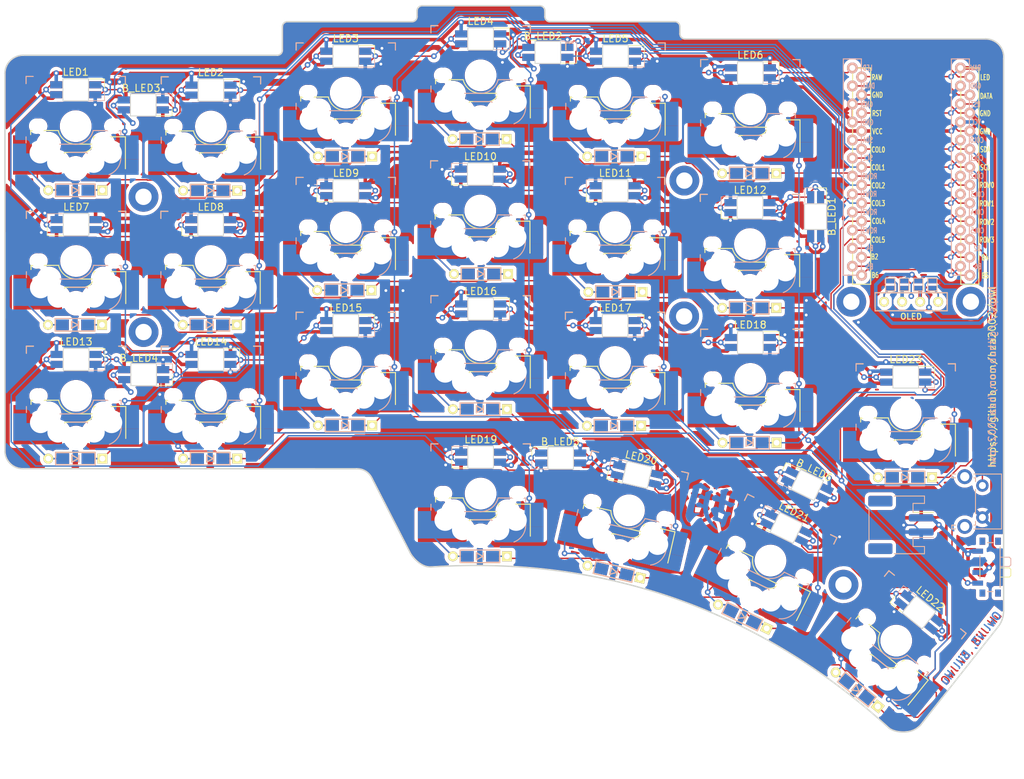
<source format=kicad_pcb>
(kicad_pcb (version 20221018) (generator pcbnew)
  (layers (0 "F.Cu" signal) (31 "B.Cu" signal) (34 "B.Paste" user) (35 "F.Paste" user) (36 "B.SilkS" user "B.Silkscreen") (37 "F.SilkS" user "F.Silkscreen") (38 "B.Mask" user) (39 "F.Mask" user) (44 "Edge.Cuts" user))
  (net 0 "")
  (net 1 "row0")
  (net 2 "Net-(D1-A)")
  (net 3 "Net-(D2-A)")
  (net 4 "Net-(D3-A)")
  (net 5 "Net-(D4-A)")
  (net 6 "Net-(D5-A)")
  (net 7 "Net-(D6-A)")
  (net 8 "row1")
  (net 9 "Net-(D7-A)")
  (net 10 "Net-(D8-A)")
  (net 11 "Net-(D9-A)")
  (net 12 "Net-(D10-A)")
  (net 13 "Net-(D11-A)")
  (net 14 "Net-(D12-A)")
  (net 15 "row2")
  (net 16 "Net-(D13-A)")
  (net 17 "Net-(D14-A)")
  (net 18 "Net-(D15-A)")
  (net 19 "Net-(D16-A)")
  (net 20 "Net-(D17-A)")
  (net 21 "Net-(D18-A)")
  (net 22 "row3")
  (net 23 "Net-(D19-A)")
  (net 24 "Net-(D20-A)")
  (net 25 "Net-(D21-A)")
  (net 26 "Net-(D22-A)")
  (net 27 "Net-(D23-A)")
  (net 28 "GND")
  (net 29 "battery")
  (net 30 "Net-(JP1-A)")
  (net 31 "Net-(JP2-A)")
  (net 32 "VCC")
  (net 33 "Net-(JP3-A)")
  (net 34 "SCL")
  (net 35 "Net-(JP4-A)")
  (net 36 "SDA")
  (net 37 "Net-(LED1-DOUT)")
  (net 38 "Net-(LED8-DOUT)")
  (net 39 "Net-(LED3-DIN)")
  (net 40 "Net-(LED5-DIN)")
  (net 41 "LED")
  (net 42 "Net-(LED11-DOUT)")
  (net 43 "Net-(LED16-DIN)")
  (net 44 "Net-(LED17-DIN)")
  (net 45 "Net-(LED18-DIN)")
  (net 46 "reset")
  (net 47 "col0")
  (net 48 "col1")
  (net 49 "col2")
  (net 50 "col3")
  (net 51 "col4")
  (net 52 "col5")
  (net 53 "data")
  (net 54 "unconnected-(U1-8{slash}B4-Pad11)")
  (net 55 "unconnected-(U1-9{slash}B5-Pad12)")
  (net 56 "unconnected-(U1-B6{slash}10-Pad13)")
  (net 57 "unconnected-(U1-B2{slash}16-Pad14)")
  (net 58 "Net-(LED7-DOUT)")
  (net 59 "Net-(LED10-DIN)")
  (net 60 "Net-(LED10-DOUT)")
  (net 61 "Net-(LED15-DIN)")
  (net 62 "Net-(B_LED3-DOUT)")
  (net 63 "Net-(B_LED3-DIN)")
  (net 64 "Net-(LED13-DOUT)")
  (net 65 "Net-(B_LED1-DOUT)")
  (net 66 "Net-(B_LED4-DOUT)")
  (net 67 "Net-(B_LED4-DIN)")
  (net 68 "Net-(B_LED5-DOUT)")
  (net 69 "Net-(B_LED5-DIN)")
  (net 70 "Net-(B_LED6-DOUT)")
  (net 71 "Net-(B_LED6-DIN)")
  (net 72 "Net-(B_LED2-DOUT)")
  (net 73 "Net-(B_LED2-DIN)")
  (net 74 "Net-(B_LED1-DIN)")
  (net 75 "Net-(LED2-DIN)")
  (net 76 "Net-(LED14-DIN)")
  (net 77 "Net-(PSW1A-B)")
  (net 78 "unconnected-(PSW1A-C-Pad3)")
  (net 79 "unconnected-(LED22-DOUT-Pad2)")
  (net 80 "Net-(LED21-DOUT)")
  (footprint "owl-footprint:Diode_TH_SMD_Rev" (layer "F.Cu") (at 141.5826 88.5952 180)
    (fp_text reference "D10" hide)
    (fp_text value "D" hide)
  )
  (footprint "owl-footprint:SW_SPDT_PCM12_Rev" (layer "F.Cu") (at 212.995 129.88 90)
    (fp_text reference "PSW1" hide)
    (fp_text value "POWER")
  )
  (footprint "owl-footprint:M2_Hole_TH" (layer "F.Cu") (at 193.752252 92.5068)
    (fp_text reference "H7" hide)
    (fp_text value "MountingHole" hide)
  )
  (footprint "owl-footprint:SW_MX_Choc_HotSwap_double" (layer "F.Cu") (at 84.5312 105.7656)
    (fp_text reference "SW13" hide)
    (fp_text value "SW_PUSH" hide)
  )
  (footprint "owl-footprint:YS-SK6812MINI-E_Rev" (layer "F.Cu") (at 184.6072 124.3584 -26)
    (fp_text reference "LED21")
    (fp_text value "YS-SK6812MINI-E")
    (fp_line (start -1.8 -1.55) (end 1.8 -1.55) (stroke (width 0.12)) (layer "Edge.Cuts"))
    (fp_line (start -1.8 1.55) (end -1.8 -1.55) (stroke (width 0.12)) (layer "Edge.Cuts"))
    (fp_line (start 1.8 -1.55) (end 1.8 1.55) (stroke (width 0.12)) (layer "Edge.Cuts"))
    (fp_line (start 1.8 1.55) (end -1.8 1.55) (stroke (width 0.12)) (layer "Edge.Cuts"))
  )
  (footprint "owl-footprint:YS-SK6812MINI-E_Rev" (layer "F.Cu") (at 141.478 74.5236)
    (fp_text reference "LED10")
    (fp_text value "YS-SK6812MINI-E")
    (fp_line (start -1.8 -1.55) (end 1.8 -1.55) (stroke (width 0.12)) (layer "Edge.Cuts"))
    (fp_line (start -1.8 1.55) (end -1.8 -1.55) (stroke (width 0.12)) (layer "Edge.Cuts"))
    (fp_line (start 1.8 -1.55) (end 1.8 1.55) (stroke (width 0.12)) (layer "Edge.Cuts"))
    (fp_line (start 1.8 1.55) (end -1.8 1.55) (stroke (width 0.12)) (layer "Edge.Cuts"))
  )
  (footprint "owl-footprint:YS-SK6812MINI-E_Rev" (layer "F.Cu") (at 122.5296 95.8596 180)
    (fp_text reference "LED15")
    (fp_text value "YS-SK6812MINI-E")
    (fp_line (start -1.8 -1.55) (end 1.8 -1.55) (stroke (width 0.12)) (layer "Edge.Cuts"))
    (fp_line (start -1.8 1.55) (end -1.8 -1.55) (stroke (width 0.12)) (layer "Edge.Cuts"))
    (fp_line (start 1.8 -1.55) (end 1.8 1.55) (stroke (width 0.12)) (layer "Edge.Cuts"))
    (fp_line (start 1.8 1.55) (end -1.8 1.55) (stroke (width 0.12)) (layer "Edge.Cuts"))
  )
  (footprint "owl-footprint:Diode_TH_SMD_Rev" (layer "F.Cu") (at 160.3756 72.0344 180)
    (fp_text reference "D5" hide)
    (fp_text value "D" hide)
  )
  (footprint "owl-footprint:SW_MX_Choc_HotSwap_double" (layer "F.Cu") (at 84.5312 86.7664)
    (fp_text reference "SW7" hide)
    (fp_text value "SW_PUSH" hide)
  )
  (footprint "owl-footprint:Diode_TH_SMD_Rev" (layer "F.Cu") (at 179.3748 93.3704 180)
    (fp_text reference "D12" hide)
    (fp_text value "D" hide)
  )
  (footprint "owl-footprint:Jumper" (layer "F.Cu") (at 205.18 90.086 90)
    (fp_text reference "JP1" hide)
    (fp_text value "Jumper_2_Open" hide)
  )
  (footprint "owl-footprint:YS-SK6812MINI-E_Rev" (layer "F.Cu") (at 84.4804 62.6364 180)
    (fp_text reference "LED1")
    (fp_text value "YS-SK6812MINI-E")
    (fp_line (start -1.8 -1.55) (end 1.8 -1.55) (stroke (width 0.12)) (layer "Edge.Cuts"))
    (fp_line (start -1.8 1.55) (end -1.8 -1.55) (stroke (width 0.12)) (layer "Edge.Cuts"))
    (fp_line (start 1.8 -1.55) (end 1.8 1.55) (stroke (width 0.12)) (layer "Edge.Cuts"))
    (fp_line (start 1.8 1.55) (end -1.8 1.55) (stroke (width 0.12)) (layer "Edge.Cuts"))
  )
  (footprint "owl-footprint:Diode_TH_SMD_Rev" (layer "F.Cu") (at 178.4096 136.8552 154)
    (fp_text reference "D21" hide)
    (fp_text value "D" hide)
  )
  (footprint "owl-footprint:YS-SK6812MINI-E_Back_Rev" (layer "F.Cu") (at 188.722 80.518 90)
    (fp_text reference "B_LED1")
    (fp_text value "YS-SK6812MINI-E")
    (fp_line (start -1.8 -1.55) (end 1.8 -1.55) (stroke (width 0.12)) (layer "Edge.Cuts"))
    (fp_line (start -1.8 1.55) (end -1.8 -1.55) (stroke (width 0.12)) (layer "Edge.Cuts"))
    (fp_line (start 1.8 -1.55) (end 1.8 1.55) (stroke (width 0.12)) (layer "Edge.Cuts"))
    (fp_line (start 1.8 1.55) (end -1.8 1.55) (stroke (width 0.12)) (layer "Edge.Cuts"))
  )
  (footprint "owl-footprint:YS-SK6812MINI-E_Rev" (layer "F.Cu") (at 179.5272 60.2488 180)
    (fp_text reference "LED6")
    (fp_text value "YS-SK6812MINI-E")
    (fp_line (start -1.8 -1.55) (end 1.8 -1.55) (stroke (width 0.12)) (layer "Edge.Cuts"))
    (fp_line (start -1.8 1.55) (end -1.8 -1.55) (stroke (width 0.12)) (layer "Edge.Cuts"))
    (fp_line (start 1.8 -1.55) (end 1.8 1.55) (stroke (width 0.12)) (layer "Edge.Cuts"))
    (fp_line (start 1.8 1.55) (end -1.8 1.55) (stroke (width 0.12)) (layer "Edge.Cuts"))
  )
  (footprint "owl-footprint:YS-SK6812MINI-E_Back_Rev" (layer "F.Cu") (at 187.55 118.325 154)
    (fp_text reference "B_LED6")
    (fp_text value "YS-SK6812MINI-E")
    (fp_line (start -1.8 -1.55) (end 1.8 -1.55) (stroke (width 0.12)) (layer "Edge.Cuts"))
    (fp_line (start -1.8 1.55) (end -1.8 -1.55) (stroke (width 0.12)) (layer "Edge.Cuts"))
    (fp_line (start 1.8 -1.55) (end 1.8 1.55) (stroke (width 0.12)) (layer "Edge.Cuts"))
    (fp_line (start 1.8 1.55) (end -1.8 1.55) (stroke (width 0.12)) (layer "Edge.Cuts"))
  )
  (footprint "owl-footprint:Jumper" (layer "F.Cu") (at 201.2176 90.086 90)
    (fp_text reference "JP3" hide)
    (fp_text value "Jumper_2_Open" hide)
  )
  (footprint "owl-footprint:YS-SK6812MINI-E_Rev" (layer "F.Cu") (at 122.5296 57.912 180)
    (fp_text reference "LED3")
    (fp_text value "YS-SK6812MINI-E")
    (fp_line (start -1.8 -1.55) (end 1.8 -1.55) (stroke (width 0.12)) (layer "Edge.Cuts"))
    (fp_line (start -1.8 1.55) (end -1.8 -1.55) (stroke (width 0.12)) (layer "Edge.Cuts"))
    (fp_line (start 1.8 -1.55) (end 1.8 1.55) (stroke (width 0.12)) (layer "Edge.Cuts"))
    (fp_line (start 1.8 1.55) (end -1.8 1.55) (stroke (width 0.12)) (layer "Edge.Cuts"))
  )
  (footprint "owl-footprint:SW_MX_Choc_HotSwap_double" (layer "F.Cu") (at 103.5304 67.818)
    (fp_text reference "SW2" hide)
    (fp_text value "SW_PUSH" hide)
  )
  (footprint "owl-footprint:Diode_TH_SMD_Rev" (layer "F.Cu") (at 103.4288 114.6048 180)
    (fp_text reference "D14" hide)
    (fp_text value "D" hide)
  )
  (footprint "owl-footprint:Diode_TH_SMD_Rev" (layer "F.Cu") (at 141.4272 107.6452 180)
    (fp_text reference "D16" hide)
    (fp_text value "D" hide)
  )
  (footprint "owl-footprint:SW_MX_Choc_HotSwap_double" (layer "F.Cu") (at 179.5272 65.3796)
    (fp_text reference "SW6" hide)
    (fp_text value "SW_PUSH" hide)
  )
  (footprint "owl-footprint:Diode_TH_SMD_Rev" (layer "F.Cu") (at 160.305987 130.544269 167)
    (fp_text reference "D20" hide)
    (fp_text value "D" hide)
  )
  (footprint "owl-footprint:SW_MX_Choc_HotSwap_double" (layer "F.Cu") (at 84.4804 67.7672)
    (fp_text reference "SW1" hide)
    (fp_text value "SW_PUSH" hide)
  )
  (footprint "owl-footprint:Diode_TH_SMD_Rev" (layer "F.Cu") (at 160.3248 109.982 180)
    (fp_text reference "D17" hide)
    (fp_text value "D" hide)
  )
  (footprint "owl-footprint:SW_MX_Choc_HotSwap_double" (layer "F.Cu") (at 160.4772 100.9904)
    (fp_text reference "SW17" hide)
    (fp_text value "SW_PUSH" hide)
  )
  (footprint "owl-footprint:SW_MX_Choc_HotSwap_double" (layer "F.Cu") (at 141.5288 60.6044)
    (fp_text reference "SW4" hide)
    (fp_text value "SW_PUSH" hide)
  )
  (footprint "owl-footprint:Diode_TH_SMD_Rev" (layer "F.Cu") (at 103.375 95.758 180)
    (fp_text reference "D8" hide)
    (fp_text value "D" hide)
  )
  (footprint "owl-footprint:Diode_TH_SMD_Rev" (layer "F.Cu") (at 201.3204 117.2464 180)
    (fp_text reference "D23" hide)
    (fp_text value "D" hide)
  )
  (footprint "owl-footprint:SW_Tactile_SPST_Angled_PTS645Vx39-2LFS_Rev" (layer "F.Cu") (at 212.225 118.4 -90)
    (fp_text reference "RSW1" hide)
    (fp_text value "SW_PUSH")
  )
  (footprint "owl-footprint:SW_MX_Choc_HotSwap_double" (layer "F.Cu") (at 141.5288 119.5324)
    (fp_text reference "SW19" hide)
    (fp_text value "SW_PUSH" hide)
  )
  (footprint "owl-footprint:YS-SK6812MINI-E_Rev" (layer "F.Cu") (at 103.5304 62.6872 180)
    (fp_text reference "LED2")
    (fp_text value "YS-SK6812MINI-E")
    (fp_line (start -1.8 -1.55) (end 1.8 -1.55) (stroke (width 0.12)) (layer "Edge.Cuts"))
    (fp_line (start -1.8 1.55) (end -1.8 -1.55) (stroke (width 0.12)) (layer "Edge.Cuts"))
    (fp_line (start 1.8 -1.55) (end 1.8 1.55) (stroke (width 0.12)) (layer "Edge.Cuts"))
    (fp_line (start 1.8 1.55) (end -1.8 1.55) (stroke (width 0.12)) (layer "Edge.Cuts"))
  )
  (footprint "owl-footprint:M2_Hole_TH" (layer "F.Cu") (at 210.598652 92.5068)
    (fp_text reference "H6" hide)
    (fp_text value "MountingHole" hide)
  )
  (footprint "owl-footprint:Diode_TH_SMD_Rev" (layer "F.Cu") (at 179.4226 112.3696 180)
    (fp_text reference "D18" hide)
    (fp_text value "D" hide)
  )
  (footprint "owl-footprint:M2_Hole_TH" (layer "F.Cu") (at 94.04 96.774)
    (fp_text reference "H2" hide)
    (fp_text value "MountingHole" hide)
  )
  (footprint "owl-footprint:owl_logo" (layer "F.Cu") (at 130.325 115.975)
    (fp_text reference "logo" hide)
    (fp_text value "LOGO" hide)
  )
  (footprint "owl-footprint:Diode_TH_SMD_Rev" (layer "F.Cu") (at 84.3818 95.758 180)
    (fp_text reference "D7" hide)
    (fp_text value "D" hide)
  )
  (footprint "owl-footprint:SW_MX_Choc_HotSwap_double" (layer "F.Cu") (at 160.4772 81.9912)
    (fp_text reference "SW11" hide)
    (fp_text value "SW_PUSH" hide)
  )
  (footprint "owl-footprint:YS-SK6812MINI-E_Rev" (layer "F.Cu") (at 163.576 116.8908 -13)
    (fp_text reference "LED20")
    (fp_text value "YS-SK6812MINI-E")
    (fp_line (start -1.8 -1.55) (end 1.8 -1.55) (stroke (width 0.12)) (layer "Edge.Cuts"))
    (fp_line (start -1.8 1.55) (end -1.8 -1.55) (stroke (width 0.12)) (layer "Edge.Cuts"))
    (fp_line (start 1.8 -1.55) (end 1.8 1.55) (stroke (width 0.12)) (layer "Edge.Cuts"))
    (fp_line (start 1.8 1.55) (end -1.8 1.55) (stroke (width 0.12)) (layer "Edge.Cuts"))
  )
  (footprint "owl-footprint:YS-SK6812MINI-E_Rev" (layer "F.Cu") (at 103.4864 81.6468)
    (fp_text reference "LED8")
    (fp_text value "YS-SK6812MINI-E")
    (fp_line (start -1.8 -1.55) (end 1.8 -1.55) (stroke (width 0.12)) (layer "Edge.Cuts"))
    (fp_line (start -1.8 1.55) (end -1.8 -1.55) (stroke (width 0.12)) (layer "Edge.Cuts"))
    (fp_line (start 1.8 -1.55) (end 1.8 1.55) (stroke (width 0.12)) (layer "Edge.Cuts"))
    (fp_line (start 1.8 1.55) (end -1.8 1.55) (stroke (width 0.12)) (layer "Edge.Cuts"))
  )
  (footprint "owl-footprint:Jumper" (layer "F.Cu") (at 203.1988 90.086 90)
    (fp_text reference "JP2" hide)
    (fp_text value "Jumper_2_Open" hide)
  )
  (footprint "owl-footprint:YS-SK6812MINI-E_Back_Rev" (layer "F.Cu") (at 151 57.375)
    (fp_text reference "B_LED2")
    (fp_text value "YS-SK6812MINI-E")
    (fp_line (start -1.8 -1.55) (end 1.8 -1.55) (stroke (width 0.12)) (layer "Edge.Cuts"))
    (fp_line (start -1.8 1.55) (end -1.8 -1.55) (stroke (width 0.12)) (layer "Edge.Cuts"))
    (fp_line (start 1.8 -1.55) (end 1.8 1.55) (stroke (width 0.12)) (layer "Edge.Cuts"))
    (fp_line (start 1.8 1.55) (end -1.8 1.55) (stroke (width 0.12)) (layer "Edge.Cuts"))
  )
  (footprint "owl-footprint:Diode_TH_SMD_Rev" (layer "F.Cu") (at 141.3764 69.596 180)
    (fp_text reference "D4" hide)
    (fp_text value "D" hide)
  )
  (footprint "owl-footprint:Diode_TH_SMD_Rev" (layer "F.Cu") (at 141.4272 128.3716 180)
    (fp_text reference "D19" hide)
    (fp_text value "D" hide)
  )
  (footprint "owl-footprint:YS-SK6812MINI-E_Rev" (layer "F.Cu") (at 122.5296 76.8604)
    (fp_text reference "LED9")
    (fp_text value "YS-SK6812MINI-E")
    (fp_line (start -1.8 -1.55) (end 1.8 -1.55) (stroke (width 0.12)) (layer "Edge.Cuts"))
    (fp_line (start -1.8 1.55) (end -1.8 -1.55) (stroke (width 0.12)) (layer "Edge.Cuts"))
    (fp_line (start 1.8 -1.55) (end 1.8 1.55) (stroke (width 0.12)) (layer "Edge.Cuts"))
    (fp_line (start 1.8 1.55) (end -1.8 1.55) (stroke (width 0.12)) (layer "Edge.Cuts"))
  )
  (footprint "owl-footprint:text_name" (layer "F.Cu") (at 173.973948 121.331221 -14.5)
    (fp_text reference "G***" hide)
    (fp_text value "LOGO" hide)
  )
  (footprint "owl-footprint:M2_Hole_TH" (layer "F.Cu") (at 170.2 94.575)
    (fp_text reference "H5" hide)
    (fp_text value "MountingHole" hide)
  )
  (footprint "owl-footprint:YS-SK6812MINI-E_Rev" (layer "F.Cu") (at 141.5288 93.5228 180)
    (fp_text reference "LED16")
    (fp_text value "YS-SK6812MINI-E")
    (fp_line (start -1.8 -1.55) (end 1.8 -1.55) (stroke (width 0.12)) (layer "Edge.Cuts"))
    (fp_line (start -1.8 1.55) (end -1.8 -1.55) (stroke (width 0.12)) (layer "Edge.Cuts"))
    (fp_line (start 1.8 -1.55) (end 1.8 1.55) (stroke (width 0.12)) (layer "Edge.Cuts"))
    (fp_line (start 1.8 1.55) (end -1.8 1.55) (stroke (width 0.12)) (layer "Edge.Cuts"))
  )
  (footprint "owl-footprint:YS-SK6812MINI-E_Rev" (layer "F.Cu") (at 141.5288 55.4736 180)
    (fp_text reference "LED4")
    (fp_text value "YS-SK6812MINI-E")
    (fp_line (start -1.8 -1.55) (end 1.8 -1.55) (stroke (width 0.12)) (layer "Edge.Cuts"))
    (fp_line (start -1.8 1.55) (end -1.8 -1.55) (stroke (width 0.12)) (layer "Edge.Cuts"))
    (fp_line (start 1.8 -1.55) (end 1.8 1.55) (stroke (width 0.12)) (layer "Edge.Cuts"))
    (fp_line (start 1.8 1.55) (end -1.8 1.55) (stroke (width 0.12)) (layer "Edge.Cuts"))
  )
  (footprint "owl-footprint:M2_Hole_TH" (layer "F.Cu") (at 94.03 77.724)
    (fp_text reference "H1" hide)
    (fp_text value "MountingHole" hide)
  )
  (footprint "owl-footprint:Diode_TH_SMD_Rev" (layer "F.Cu") (at 160.525 91.1352 180)
    (fp_text reference "D11" hide)
    (fp_text value "D" hide)
  )
  (footprint "owl-footprint:SW_MX_Choc_HotSwap_double" (layer "F.Cu") (at 103.5304 105.7656)
    (fp_text reference "SW14" hide)
    (fp_text value "SW_PUSH" hide)
  )
  (footprint "owl-footprint:SW_MX_Choc_HotSwap_double" (layer "F.Cu") (at 179.4764 84.3788)
    (fp_text reference "SW12" hide)
    (fp_text value "SW_PUSH" hide)
  )
  (footprint "owl-footprint:Diode_TH_SMD_Rev" (layer "F.Cu") (at 122.3264 90.8812 180)
    (fp_text reference "D9" hide)
    (fp_text value "D" hide)
  )
  (footprint "owl-footprint:SW_MX_Choc_HotSwap_double" (layer "F.Cu") (at 201.422 108.2548)
    (fp_text reference "SW23" hide)
    (fp_text value "SW_PUSH" hide)
  )
  (footprint "owl-footprint:YS-SK6812MINI-E_Rev" (layer "F.Cu") (at 160.4772 76.8604)
    (fp_text reference "LED11")
    (fp_text value "YS-SK6812MINI-E")
    (fp_line (start -1.8 -1.55) (end 1.8 -1.55) (stroke (width 0.12)) (layer "Edge.Cuts"))
    (fp_line (start -1.8 1.55) (end -1.8 -1.55) (stroke (width 0.12)) (layer "Edge.Cuts"))
    (fp_line (start 1.8 -1.55) (end 1.8 1.55) (stroke (width 0.12)) (layer "Edge.Cuts"))
    (fp_line (start 1.8 1.55) (end -1.8 1.55) (stroke (width 0.12)) (layer "Edge.Cuts"))
  )
  (footprint "owl-footprint:YS-SK6812MINI-E_Rev" (layer "F.Cu") (at 201.422 103.124 180)
    (fp_text reference "LED23")
    (fp_text value "YS-SK6812MINI-E")
    (fp_line (start -1.8 -1.55) (end 1.8 -1.55) (stroke (width 0.12)) (layer "Edge.Cuts"))
    (fp_line (start -1.8 1.55) (end -1.8 -1.55) (stroke (width 0.12)) (layer "Edge.Cuts"))
    (fp_line (start 1.8 -1.55) (end 1.8 1.55) (stroke (width 0.12)) (layer "Edge.Cuts"))
    (fp_line (start 1.8 1.55) (end -1.8 1.55) (stroke (width 0.12)) (layer "Edge.Cuts"))
  )
  (footprint "owl-footprint:YS-SK6812MINI-E_Rev" (layer "F.Cu") (at 160.528 57.912 180)
    (fp_text reference "LED5")
    (fp_text value "YS-SK6812MINI-E")
    (fp_line (start -1.8 -1.55) (end 1.8 -1.55) (stroke (width 0.12)) (layer "Edge.Cuts"))
    (fp_line (start -1.8 1.55) (end -1.8 -1.55) (stroke (width 0.12)) (layer "Edge.Cuts"))
    (fp_line (start 1.8 -1.55) (end 1.8 1.55) (stroke (width 0.12)) (layer "Edge.Cuts"))
    (fp_line (start 1.8 1.55) (end -1.8 1.55) (stroke (width 0.12)) (layer "Edge.Cuts"))
  )
  (footprint "owl-footprint:SW_MX_Choc_HotSwap_double" (layer "F.Cu") (at 179.5272 103.378)
    (fp_text reference "SW18" hide)
    (fp_text value "SW_PUSH" hide)
  )
  (footprint "owl-footprint:SW_MX_Choc_HotSwap_double" (layer "F.Cu") (at 141.5288 98.6536)
    (fp_text reference "SW16" hide)
    (fp_text value "SW_PUSH" hide)
  )
  (footprint "owl-footprint:YS-SK6812MINI-E_Back_Rev" (layer "F.Cu") (at 94 64.775)
    (fp_text reference "B_LED3")
    (fp_text value "YS-SK6812MINI-E")
    (fp_line (start -1.8 -1.55) (end 1.8 -1.55) (stroke (width 0.12)) (layer "Edge.Cuts"))
    (fp_line (start -1.8 1.55) (end -1.8 -1.55) (stroke (width 0.12)) (layer "Edge.Cuts"))
    (fp_line (start 1.8 -1.55) (end 1.8 1.55) (stroke (width 0.12)) (layer "Edge.Cuts"))
    (fp_line (start 1.8 1.55) (end -1.8 1.55) (stroke (width 0.12)) (layer "Edge.Cuts"))
  )
  (footprint "owl-footprint:YS-SK6812MINI-E_Back_Rev" (layer "F.Cu") (at 152.8 114.525 180)
    (fp_text reference "B_LED5")
    (fp_text value "YS-SK6812MINI-E")
    (fp_line (start -1.8 -1.55) (end 1.8 -1.55) (stroke (width 0.12)) (layer "Edge.Cuts"))
    (fp_line (start -1.8 1.55) (end -1.8 -1.55) (stroke (width 0.12)) (layer "Edge.Cuts"))
    (fp_line (start 1.8 -1.55) (end 1.8 1.55) (stroke (width 0.12)) (layer "Edge.Cuts"))
    (fp_line (start 1.8 1.55) (end -1.8 1.55) (stroke (width 0.12)) (layer "Edge.Cuts"))
  )
  (footprint "owl-footprint:YS-SK6812MINI-E_Rev" (layer "F.Cu") (at 179.5272 98.2472 180)
    (fp_text reference "LED18")
    (fp_text value "YS-SK6812MINI-E")
    (fp_line (start -1.8 -1.55) (end 1.8 -1.55) (stroke (width 0.12)) (layer "Edge.Cuts"))
    (fp_line (start -1.8 1.55) (end -1.8 -1.55) (stroke (width 0.12)) (layer "Edge.Cuts"))
    (fp_line (start 1.8 -1.55) (end 1.8 1.55) (stroke (width 0.12)) (layer "Edge.Cuts"))
    (fp_line (start 1.8 1.55) (end -1.8 1.55) (stroke (width 0.12)) (layer "Edge.Cuts"))
  )
  (footprint "owl-footprint:text_owl" (layer "F.Cu") (at 120.075 113.9)
    (fp_text reference "G***" hide)
    (fp_text value "LOGO" hide)
  )
  (footprint "owl-footprint:SW_MX_Choc_HotSwap_double" (layer "F.Cu") (at 200.086701 140.255348 -39)
    (fp_text reference "SW22" hide)
    (fp_text value "SW_PUSH" hide)
  )
  (footprint "owl-footprint:YS-SK6812MINI-E_Rev" (layer "F.Cu") (at 203.3016 136.2456 -39)
    (fp_text reference "LED22")
    (fp_text value "YS-SK6812MINI-E")
    (fp_line (start -1.8 -1.55) (end 1.8 -1.55) (stroke (width 0.12)) (layer "Edge.Cuts"))
    (fp_line (start -1.8 1.55) (end -1.8 -1.55) (stroke (width 0.12)) (layer "Edge.Cuts"))
    (fp_line (start 1.8 -1.55) (end 1.8 1.55) (stroke (width 0.12)) (layer "Edge.Cuts"))
    (fp_line (start 1.8 1.55) (end -1.8 1.55) (stroke (width 0.12)) (layer "Edge.Cuts"))
  )
  (footprint "owl-footprint:Diode_TH_SMD_Rev" (layer "F.Cu") (at 194.523642 147.127242 141)
    (fp_text reference "D22" hide)
    (fp_text value "D" hide)
  )
  (footprint "owl-footprint:YS-SK6812MINI-E_Rev" (layer "F.Cu") (at 141.5288 114.4016)
    (fp_text reference "LED19")
    (fp_text value "YS-SK6812MINI-E")
    (fp_line (start -1.8 -1.55) (end 1.8 -1.55) (stroke (width 0.12)) (layer "Edge.Cuts"))
    (fp_line (start -1.8 1.55) (end -1.8 -1.55) (stroke (width 0.12)) (layer "Edge.Cuts"))
    (fp_line (start 1.8 -1.55) (end 1.8 1.55) (stroke (width 0.12)) (layer "Edge.Cuts"))
    (fp_line (start 1.8 1.55) (end -1.8 1.55) (stroke (width 0.12)) (layer "Edge.Cuts"))
  )
  (footprint "owl-footprint:YS-SK6812MINI-E_Rev" (layer "F.Cu") (at 84.5312 81.6356)
    (fp_text reference "LED7")
    (fp_text value "YS-SK6812MINI-E")
    (fp_line (start -1.8 -1.55) (end 1.8 -1.55) (stroke (width 0.12)) (layer "Edge.Cuts"))
    (fp_line (start -1.8 1.55) (end -1.8 -1.55) (stroke (width 0.12)) (layer "Edge.Cuts"))
    (fp_line (start 1.8 -1.55) (end 1.8 1.55) (stroke (width 0.12)) (layer "Edge.Cuts"))
    (fp_line (start 1.8 1.55) (end -1.8 1.55) (stroke (width 0.12)) (layer "Edge.Cuts"))
  )
  (footprint "owl-footprint:M2_Hole_TH" (layer "F.Cu") (at 192.65 132.37)
    (fp_text reference "H4" hide)
    (fp_text value "MountingHole" hide)
  )
  (footprint "owl-footprint:YS-SK6812MINI-E_Rev" (layer "F.Cu") (at 160.4772 95.8596 180)
    (fp_text reference "LED17")
    (fp_text value "YS-SK6812MINI-E")
    (fp_line (start -1.8 -1.55) (end 1.8 -1.55) (stroke (width 0.12)) (layer "Edge.Cuts"))
    (fp_line (start -1.8 1.55) (end -1.8 -1.55) (stroke (width 0.12)) (layer "Edge.Cuts"))
    (fp_line (start 1.8 -1.55) (end 1.8 1.55) (stroke (width 0.12)) (layer "Edge.Cuts"))
    (fp_line (start 1.8 1.55) (end -1.8 1.55) (stroke (width 0.12)) (layer "Edge.Cuts"))
  )
  (footprint "owl-footprint:M2_Hole_TH" (layer "F.Cu") (at 170.2308 75.438)
    (fp_text reference "H3" hide)
    (fp_text value "MountingHole" hide)
  )
  (footprint "owl-footprint:OLED_4Pin_Rev" (layer "F.Cu") (at 198.374 92.5068)
    (fp_text reference "OL1" hide)
    (fp_text value "OLED")
  )
  (footprint "owl-footprint:Diode_TH_SMD_Rev" (layer "F.Cu") (at 122.428 72.0344 180)
    (fp_text reference "D3" hide)
    (fp_text value "D" hide)
  )
  (footprint "owl-footprint:Diode_TH_SMD_Rev" (layer "F.Cu") (at 84.4296 114.6048 180)
    (fp_text reference "D13" hide)
    (fp_text value "D" hide)
  )
  (footprint "owl-footprint:YS-SK6812MINI-E_Rev" (layer "F.Cu") (at 103.5304 100.6348 180)
    (fp_text reference "LED14")
    (fp_text value "YS-SK6812MINI-E")
    (fp_line (start -1.8 -1.55) (end 1.8 -1.55) (stroke (width 0.12)) (layer "Edge.Cuts"))
    (fp_line (start -1.8 1.55) (end -1.8 -1.55) (stroke (width 0.12)) (layer "Edge.Cuts"))
    (fp_line (start 1.8 -1.55) (end 1.8 1.55) (stroke (width 0.12)) (layer "Edge.Cuts"))
    (fp_line (start 1.8 1.55) (end -1.8 1.55) (stroke (width 0.12)) (layer "Edge.Cuts"))
  )
  (footprint "owl-footprint:YS-SK6812MINI-E_Rev" (layer "F.Cu") (at 84.5312 100.6348 180)
    (fp_text reference "LED13")
    (fp_text value "YS-SK6812MINI-E")
    (fp_line (start -1.8 -1.55) (end 1.8 -1.55) (stroke (width 0.12)) (layer "Edge.Cuts"))
    (fp_line (start -1.8 1.55) (end -1.8 -1.55) (stroke (width 0.12)) (layer "Edge.Cuts"))
    (fp_line (start 1.8 -1.55) (end 1.8 1.55) (stroke (width 0.12)) (layer "Edge.Cuts"))
    (fp_line (start 1.8 1.55) (end -1.8 1.55) (stroke (width 0.12)) (layer "Edge.Cuts"))
  )
  (footprint "owl-footprint:SW_MX_Choc_HotSwap_double" (layer "F.Cu") (at 182.365874 128.972925 -26)
    (fp_text reference "SW21" hide)
    (fp_text value "SW_PUSH" hide)
  )
  (footprint "owl-footprint:Diode_TH_SMD_Rev" (layer "F.Cu") (at 122.428 109.9312 180)
    (fp_text reference "D15" hide)
    (fp_text value "D" hide)
  )
  (footprint "owl-footprint:SW_MX_Choc_HotSwap_double" (layer "F.Cu") (at 141.478 79.6544)
    (fp_text reference "SW10" hide)
    (fp_text value "SW_PUSH" hide)
  )
  (footprint "owl-footprint:YS-SK6812MINI-E_Back_Rev" (layer "F.Cu") (at 94.05 102.775)
    (fp_text reference "B_LED4")
    (fp_text value "YS-SK6812MINI-E")
    (fp_line (start -1.8 -1.55) (end 1.8 -1.55) (stroke (width 0.12)) (layer "Edge.Cuts"))
    (fp_line (start -1.8 1.55) (end -1.8 -1.55) (stroke (width 0.12)) (layer "Edge.Cuts"))
    (fp_line (start 1.8 -1.55) (end 1.8 1.55) (stroke (width 0.12)) (layer "Edge.Cuts"))
    (fp_line (start 1.8 1.55) (end -1.8 1.55) (stroke (width 0.12)) (layer "Edge.Cuts"))
  )
  (footprint "owl-footprint:YS-SK6812MINI-E_Rev" (layer "F.Cu") (at 179.4764 79.248)
    (fp_text reference "LED12")
    (fp_text value "YS-SK6812MINI-E")
    (fp_line (start -1.8 -1.55) (end 1.8 -1.55) (stroke (width 0.12)) (layer "Edge.Cuts"))
    (fp_line (start -1.8 1.55) (end -1.8 -1.55) (stroke (width 0.12)) (layer "Edge.Cuts"))
    (fp_line (start 1.8 -1.55) (end 1.8 1.55) (stroke (width 0.12)) (layer "Edge.Cuts"))
    (fp_line (start 1.8 1.55) (end -1.8 1.55) (stroke (width 0.12)) (layer "Edge.Cuts"))
  )
  (footprint "owl-footprint:Diode_TH_SMD_Rev" (layer "F.Cu") (at 179.3748 74.425 180)
    (fp_text reference "D6" hide)
    (fp_text value "D" hide)
  )
  (footprint "owl-footprint:SW_MX_Choc_HotSwap_double" (layer "F.Cu") (at 160.528 63.0428)
    (fp_text reference "SW5" hide)
    (fp_text value "SW_PUSH" hide)
  )
  (footprint "owl-footprint:Diode_TH_SMD_Rev" (layer "F.Cu") (at 84.425 76.8 180)
    (fp_text reference "D1" hide)
    (fp_text value "D" hide)
  )
  (footprint "owl-footprint:JST_PH_S2B-PH-SM4-TB_1x02-1MP_P2.00mm_Horizontal" (layer "F.Cu") (at 200.75 123.95 -90)
    (fp_text reference "J1" hide)
    (fp_text value "Conn_01x02")
  )
  (footprint "owl-footprint:SW_MX_Choc_HotSwap_double" (layer "F.Cu") (at 122.5296 63.0428)
    (fp_text reference "SW3" hide)
    (fp_text value "SW_PUSH" hide)
  )
  (footprint "owl-footprint:SW_MX_Choc_HotSwap_double" (layer "F.Cu") (at 122.5296 81.9912)
    (fp_text reference "SW9" hide)
    (fp_text value "SW_PUSH" hide)
  )
  (footprint "owl-footprint:SW_MX_Choc_HotSwap_double" (layer "F.Cu") (at 122.5296 100.9904)
    (fp_text reference "SW15" hide)
    (fp_text value "SW_PUSH" hide)
  )
  (footprint "owl-footprint:Diode_TH_SMD_Rev" (layer "F.Cu") (at 103.4288 76.85 180)
    (fp_text reference "D2" hide)
    (fp_text value "D" hide)
  )
  (footprint "owl-footprint:SW_MX_Choc_HotSwap_double" (layer "F.Cu") (at 103.4796 86.7664)
    (fp_text reference "SW8" hide)
    (fp_text value "SW_PUSH" hide)
  )
  (footprint "owl-footprint:SW_MX_Choc_HotSwap_double" (layer "F.Cu") (at 162.4298 121.894351 -13)
    (fp_text reference "SW20" hide)
    (fp_text value "SW_PUSH" hide)
  )
  (footprint "owl-footprint:Jumper" (layer "F.Cu") (at 199.2364 90.086 90)
    (fp_text reference "JP4" hide)
    (fp_text value "Jumper_2_Open" hide)
  )
  (footprint "owl-footprint:owl_logo" (layer "B.Cu") (at 130.325 115.975 180)
    (fp_text reference "logo" hide)
    (fp_text value "LOGO" hide)
  )
  (footprint "owl-footprint:text_owl" (layer "B.Cu") (at 120.075 113.9 180)
    (fp_text reference "G***" hide)
    (fp_text value "LOGO" hide)
  )
  (footprint "owl-footprint:ProMicro_Rev" (layer "B.Cu") (at 201.558652 74.041 180)
    (fp_text reference "U1" hide)
    (fp_text value "ProMicro" hide)
  )
  (footprint "owl-footprint:Jumper" (layer "B.Cu") (at 203.1988 90.08962 -90)
    (fp_text reference "JP6" hide)
    (fp_text value "Jumper_2_Open" hide)
  )
  (footprint "owl-footprint:text_name" (layer "B.Cu") (at 173.973948 121.331221 165.5)
    (fp_text reference "G***" hide)
    (fp_text value "LOGO" hide)
  )
  (footprint "owl-footprint:Jumper" (layer "B.Cu") (at 201.2188 90.09 -90)
    (fp_text reference "JP7" hide)
    (fp_text value "Jumper_2_Open" hide)
  )
  (footprint "owl-footprint:Jumper" (layer "B.Cu") (at 205.18 90.086 -90)
    (fp_text reference "JP5" hide)
    (fp_text value "Jumper_2_Open" hide)
  )
  (footprint "owl-footprint:Jumper" (layer "B.Cu") (at 199.2364 90.08962 -90)
    (fp_text reference "JP8" hide)
    (fp_text value "Jumper_2_Open" hide)
  )
  (footprint "owl-footprint:text_Chinese" (layer "B.Cu") (at 202.153131 73.101047 180)
    (fp_text reference "G***" hide)
    (fp_text value "LOGO" hide)
  )
  (gr_line (start 77.07485 57.775222) (end 112.886402 57.775222) (stroke (width 0.2)) (layer "Edge.Cuts"))
  (gr_line (start 114.31125 53.050822) (end 131.860202 53.050822) (stroke (width 0.2)) (layer "Edge.Cuts"))
  (gr_line (start 74.50945 113.628598) (end 74.50945 60.340622) (stroke (width 0.2)) (layer "Edge.Cuts"))
  (gr_curve (pts (xy 124.03691 116.044138) (xy 125.17518 116.012779) (xy 125.93718 116.673179) (xy 126.323285 117.567234)) (stroke (width 0.2)) (layer "Edge.Cuts"))
  (gr_arc (start 132.572626 51.521358) (mid 132.781305 51.017625) (end 133.28505 50.808934) (stroke (width 0.2)) (layer "Edge.Cuts"))
  (gr_arc (start 212.688814 55.478956) (mid 214.569648 56.308753) (end 215.213125 58.261198) (stroke (width 0.2)) (layer "Edge.Cuts"))
  (gr_arc (start 132.572626 52.338398) (mid 132.36396 52.842141) (end 131.860202 53.050822) (stroke (width 0.2)) (layer "Edge.Cuts"))
  (gr_line (start 151.29365 53.048374) (end 168.893402 53.048374) (stroke (width 0.2)) (layer "Edge.Cuts"))
  (gr_arc (start 113.598826 57.062798) (mid 113.39016 57.566541) (end 112.886402 57.775222) (stroke (width 0.2)) (layer "Edge.Cuts"))
  (gr_line (start 170.31825 55.478956) (end 212.688814 55.478956) (stroke (width 0.2)) (layer "Edge.Cuts"))
  (gr_line (start 150.581226 51.521358) (end 150.581226 52.33595) (stroke (width 0.2)) (layer "Edge.Cuts"))
  (gr_arc (start 168.893402 53.048374) (mid 169.397195 53.25702) (end 169.605826 53.760798) (stroke (width 0.2)) (layer "Edge.Cuts"))
  (gr_line (start 214.461285 138.268234) (end 203.503725 152.151874) (stroke (width 0.2)) (layer "Edge.Cuts"))
  (gr_line (start 124.03691 116.044138) (end 77.135906 116.023793) (stroke (width 0.2)) (layer "Edge.Cuts"))
  (gr_curve (pts (xy 199.07 152.57) (xy 199.59 153) (xy 200.622573 153.191626) (xy 201.465361 153.113942)) (stroke (width 0.2)) (layer "Edge.Cuts"))
  (gr_line (start 113.598826 57.062798) (end 113.598826 53.763246) (stroke (width 0.2)) (layer "Edge.Cuts"))
  (gr_curve (pts (xy 199.07 152.57) (xy 180.92424 135.979482) (xy 158.82624 128.232482) (xy 134.560604 129.874592)) (stroke (width 0.2)) (layer "Edge.Cuts"))
  (gr_line (start 169.605826 53.760798) (end 169.605826 54.766532) (stroke (width 0.2)) (layer "Edge.Cuts"))
  (gr_arc (start 151.29365 53.048374) (mid 150.789909 52.839706) (end 150.581226 52.33595) (stroke (width 0.2)) (layer "Edge.Cuts"))
  (gr_curve (pts (xy 201.465361 153.113942) (xy 202.308149 153.036257) (xy 202.93 152.74) (xy 203.503725 152.151874)) (stroke (width 0.2)) (layer "Edge.Cuts"))
  (gr_line (start 215.213125 88.384798) (end 215.213125 58.261198) (stroke (width 0.2)) (layer "Edge.Cuts"))
  (gr_line (start 126.323285 117.567234) (end 131.657285 127.981234) (stroke (width 0.2)) (layer "Edge.Cuts"))
  (gr_line (start 215.213125 136.056798) (end 215.213125 88.384798) (stroke (width 0.2)) (layer "Edge.Cuts"))
  (gr_arc (start 170.31825 55.478956) (mid 169.814515 55.270287) (end 169.605826 54.766532) (stroke (width 0.2)) (layer "Edge.Cuts"))
  (gr_arc (start 77.135906 116.023793) (mid 75.326617 115.370153) (end 74.50945 113.628598) (stroke (width 0.2)) (layer "Edge.Cuts"))
  (gr_line (start 132.572626 52.338398) (end 132.572626 51.521358) (stroke (width 0.2)) (layer "Edge.Cuts"))
  (gr_curve (pts (xy 131.654875 127.983644) (xy 132.23 128.89) (xy 133.34 129.95) (xy 134.560604 129.874592)) (stroke (width 0.2)) (layer "Edge.Cuts"))
  (gr_arc (start 74.50945 60.340622) (mid 75.26083 58.526595) (end 77.07485 57.775222) (stroke (width 0.2)) (layer "Edge.Cuts"))
  (gr_curve (pts (xy 214.461285 138.268234) (xy 214.957972 137.646449) (xy 215.20616 136.862423) (xy 215.213125 136.066054)) (stroke (width 0.2)) (layer "Edge.Cuts"))
  (gr_line (start 133.28505 50.808934) (end 149.868802 50.808934) (stroke (width 0.2)) (layer "Edge.Cuts"))
  (gr_arc (start 149.868802 50.808934) (mid 150.372515 51.017643) (end 150.581226 51.521358) (stroke (width 0.2)) (layer "Edge.Cuts"))
  (gr_arc (start 113.598826 53.763246) (mid 113.807474 53.259456) (end 114.31125 53.050822) (stroke (width 0.2)) (layer "Edge.Cuts"))
  (gr_text "Owl v3, Bill Hu" (at 210.65 141.31 51.5) (layer "F.Cu") (effects (font (size 1.1 1.1) (thickness 0.2))))
  (gr_text "Owl v3, Bill Hu" (at 210.6 141.335 51.5) (layer "B.Cu") (effects (font (size 1.1 1.1) (thickness 0.2)) (justify mirror)))
  (gr_text "https://github.com/hza2002/owl" (at 213.6 103.05 90) (layer "B.SilkS") (effects (font (size 1 1)) (justify mirror)))
  (gr_text "https://github.com/hza2002/owl" (at 213.6 103.125 90) (layer "F.SilkS") (effects (font (size 1 1))))
  (segment (start 94.571136 75.367992) (end 96.404848 75.367992) (width 0.2) (layer "F.Cu") (net 1))
  (segment (start 94.523144 75.32) (end 94.571136 75.367992) (width 0.2) (layer "F.Cu") (net 1))
  (segment (start 162.1506 72.0344) (end 164.1856 72.0344) (width 0.2) (layer "F.Cu") (net 1))
  (segment (start 110.11186 76.85) (end 113.87746 73.0844) (width 0.2) (layer "F.Cu") (net 1))
  (segment (start 124.203 72.0344) (end 126.238 72.0344) (width 0.2) (layer "F.Cu") (net 1))
  (segment (start 145.1864 69.596) (end 146.183192 70.592792) (width 0.2) (layer "F.Cu") (net 1))
  (segment (start 181.1498 74.3712) (end 193.470452 74.3712) (width 0.2) (layer "F.Cu") (net 1))
  (segment (start 161.1006 73.0844) (end 162.1506 72.0344) (width 0.2) (layer "F.Cu") (net 1))
  (segment (start 180.021 75.5) (end 181.1498 74.3712) (width 0.2) (layer "F.Cu") (net 1))
  (segment (start 171.24 73.01) (end 173.73 75.5) (width 0.2) (layer "F.Cu") (net 1))
  (segment (start 169.583572 72.0344) (end 170.559172 73.01) (width 0.2) (layer "F.Cu") (net 1))
  (segment (start 86.2046 76.7588) (end 88.2396 76.7588) (width 0.2) (layer "F.Cu") (net 1))
  (segment (start 208.848 76.073) (end 210.448652 76.073) (width 0.2) (layer "F.Cu") (net 1))
  (segment (start 193.902252 74.803) (end 207.578 74.803) (width 0.2) (layer "F.Cu") (net 1))
  (segment (start 126.238 72.0344) (end 127.6264 70.646) (width 0.2) (layer "F.Cu") (net 1))
  (segment (start 113.87746 73.0844) (end 123.153 73.0844) (width 0.2) (layer "F.Cu") (net 1))
  (segment (start 142.1014 70.646) (end 143.1514 69.596) (width 0.2) (layer "F.Cu") (net 1))
  (segment (start 98.936856 77.9) (end 102.678064 77.9) (width 0.2) (layer "F.Cu") (net 1))
  (segment (start 143.1514 69.596) (end 145.1864 69.596) (width 0.2) (layer "F.Cu") (net 1))
  (segment (start 102.678064 77.9) (end 103.728064 76.85) (width 0.2) (layer "F.Cu") (net 1))
  (segment (start 153.598506 70.592792) (end 156.090114 73.0844) (width 0.2) (layer "F.Cu") (net 1))
  (segment (start 127.6264 70.646) (end 142.1014 70.646) (width 0.2) (layer "F.Cu") (net 1))
  (segment (start 173.73 75.5) (end 180.021 75.5) (width 0.2) (layer "F.Cu") (net 1))
  (segment (start 88.2396 76.7588) (end 89.6784 75.32) (width 0.2) (layer "F.Cu") (net 1))
  (segment (start 193.470452 74.3712) (end 193.902252 74.803) (width 0.2) (layer "F.Cu") (net 1))
  (segment (start 89.6784 75.32) (end 94.523144 75.32) (width 0.2) (layer "F.Cu") (net 1))
  (segment (start 146.183192 70.592792) (end 153.598506 70.592792) (width 0.2) (layer "F.Cu") (net 1))
  (segment (start 96.404848 75.367992) (end 98.936856 77.9) (width 0.2) (layer "F.Cu") (net 1))
  (segment (start 156.090114 73.0844) (end 161.1006 73.0844) (width 0.2) (layer "F.Cu") (net 1))
  (segment (start 170.559172 73.01) (end 171.24 73.01) (width 0.2) (layer "F.Cu") (net 1))
  (segment (start 164.1856 72.0344) (end 169.583572 72.0344) (width 0.2) (layer "F.Cu") (net 1))
  (segment (start 207.578 74.803) (end 208.848 76.073) (width 0.2) (layer "F.Cu") (net 1))
  (segment (start 105.2038 76.85) (end 107.2388 76.85) (width 0.2) (layer "F.Cu") (net 1))
  (segment (start 103.728064 76.85) (end 110.11186 76.85) (width 0.2) (layer "F.Cu") (net 1))
  (segment (start 123.153 73.0844) (end 124.203 72.0344) (width 0.2) (layer "F.Cu") (net 1))
  (segment (start 181.1498 74.3712) (end 183.1848 74.3712) (width 0.2) (layer "B.Cu") (net 1))
  (segment (start 86.2046 76.7588) (end 88.2396 76.7588) (width 0.2) (layer "B.Cu") (net 1))
  (segment (start 162.1506 72.0344) (end 164.1856 72.0344) (width 0.2) (layer "B.Cu") (net 1))
  (segment (start 105.2042 76.81) (end 107.2384 76.81) (width 0.2) (layer "B.Cu") (net 1))
  (segment (start 105.2038 76.8096) (end 105.2042 76.81) (width 0.2) (layer "B.Cu") (net 1))
  (segment (start 107.2384 76.81) (end 107.2388 76.8096) (width 0.2) (layer "B.Cu") (net 1))
  (segment (start 143.1514 69.596) (end 145.1864 69.596) (width 0.2) (layer "B.Cu") (net 1))
  (segment (start 124.203 72.0344) (end 126.238 72.0344) (width 0.2) (layer "B.Cu") (net 1))
  (segment (start 77.6245 71.9147) (end 77.6245 72.278096) (width 0.2) (layer "F.Cu") (net 2))
  (segment (start 79.0754 73.728996) (end 79.0754 75.2146) (width 0.2) (layer "F.Cu") (net 2))
  (segment (start 79.0754 75.2146) (end 80.6196 76.7588) (width 0.2) (layer "F.Cu") (net 2))
  (segment (start 80.6196 76.7588) (end 82.6546 76.7588) (width 0.2) (layer "F.Cu") (net 2))
  (segment (start 77.6245 72.278096) (end 79.0754 73.728996) (width 0.2) (layer "F.Cu") (net 2))
  (segment (start 77.1562 72.1614) (end 77.652 72.6572) (width 0.2) (layer "B.Cu") (net 2))
  (segment (start 76.5733 72.7125) (end 76.5733 72.1614) (width 0.2) (layer "B.Cu") (net 2))
  (segment (start 76.5733 72.1614) (end 77.1562 72.1614) (width 0.2) (layer "B.Cu") (net 2))
  (segment (start 80.6196 76.7588) (end 76.5733 72.7125) (width 0.2) (layer "B.Cu") (net 2))
  (segment (start 82.6546 76.7588) (end 80.6196 76.7588) (width 0.2) (layer "B.Cu") (net 2))
  (segment (start 99.6188 76.8096) (end 96.6745 73.8653) (width 0.2) (layer "F.Cu") (net 3))
  (segment (start 96.6745 73.8653) (end 96.6745 71.9655) (width 0.2) (layer "F.Cu") (net 3))
  (segment (start 101.6538 76.8096) (end 99.6188 76.8096) (width 0.2) (layer "F.Cu") (net 3))
  (segment (start 99.6188 76.8096) (end 96.702 73.8928) (width 0.2) (layer "B.Cu") (net 3))
  (segment (start 101.6538 76.8096) (end 99.6188 76.8096) (width 0.2) (layer "B.Cu") (net 3))
  (segment (start 96.702 73.8928) (end 96.702 72.708) (width 0.2) (layer "B.Cu") (net 3))
  (segment (start 118.618 72.0344) (end 120.653 72.0344) (width 0.2) (layer "F.Cu") (net 4))
  (segment (start 115.6737 69.0901) (end 115.6737 67.1903) (width 0.2) (layer "F.Cu") (net 4))
  (segment (start 118.618 72.0344) (end 115.6737 69.0901) (width 0.2) (layer "F.Cu") (net 4))
  (segment (start 120.653 72.0344) (end 118.618 72.0344) (width 0.2) (layer "B.Cu") (net 4))
  (segment (start 118.618 72.0344) (end 115.7012 69.1176) (width 0.2) (layer "B.Cu") (net 4))
  (segment (start 115.7012 69.1176) (end 115.7012 67.9328) (width 0.2) (layer "B.Cu") (net 4))
  (segment (start 134.6729 66.7025) (end 134.6729 64.7519) (width 0.2) (layer "F.Cu") (net 5))
  (segment (start 137.5664 69.596) (end 139.6014 69.596) (width 0.2) (layer "F.Cu") (net 5))
  (segment (start 137.5664 69.596) (end 134.6729 66.7025) (width 0.2) (layer "F.Cu") (net 5))
  (segment (start 137.5664 69.596) (end 134.7004 66.73) (width 0.2) (layer "B.Cu") (net 5))
  (segment (start 139.6014 69.596) (end 137.5664 69.596) (width 0.2) (layer "B.Cu") (net 5))
  (segment (start 134.7004 66.73) (end 134.7004 65.4944) (width 0.2) (layer "B.Cu") (net 5))
  (segment (start 153.6721 69.1409) (end 153.6721 67.1903) (width 0.2) (layer "F.Cu") (net 6))
  (segment (start 156.5656 72.0344) (end 158.6006 72.0344) (width 0.2) (layer "F.Cu") (net 6))
  (segment (start 156.5656 72.0344) (end 153.6721 69.1409) (width 0.2) (layer "F.Cu") (net 6))
  (segment (start 158.6006 72.0344) (end 156.5656 72.0344) (width 0.2) (layer "B.Cu") (net 6))
  (segment (start 153.6996 69.1684) (end 153.6996 67.9328) (width 0.2) (layer "B.Cu") (net 6))
  (segment (start 156.5656 72.0344) (end 153.6996 69.1684) (width 0.2) (layer "B.Cu") (net 6))
  (segment (start 175.5648 74.3712) (end 177.5998 74.3712) (width 0.2) (layer "F.Cu") (net 7))
  (segment (start 172.6713 71.4777) (end 172.6713 69.5271) (width 0.2) (layer "F.Cu") (net 7))
  (segment (start 175.5648 74.3712) (end 172.6713 71.4777) (width 0.2) (layer "F.Cu") (net 7))
  (segment (start 175.5648 74.3712) (end 172.6988 71.5052) (width 0.2) (layer "B.Cu") (net 7))
  (segment (start 172.6988 71.5052) (end 172.6988 70.2696) (width 0.2) (layer "B.Cu") (net 7))
  (segment (start 177.5998 74.3712) (end 175.5648 74.3712) (width 0.2) (layer "B.Cu") (net 7))
  (segment (start 143.3576 88.5952) (end 145.3926 88.5952) (width 0.2) (layer "F.Cu") (net 8))
  (segment (start 193.902252 77.343) (end 191.825 79.420252) (width 0.2) (layer "F.Cu") (net 8))
  (segment (start 191.825 79.420252) (end 191.825 89.868628) (width 0.2) (layer "F.Cu") (net 8))
  (segment (start 123.0514 91.9312) (end 124.1014 90.8812) (width 0.2) (layer "F.Cu") (net 8))
  (segment (start 208.838 78.613) (end 210.448652 78.613) (width 0.2) (layer "F.Cu") (net 8))
  (segment (start 142.3076 89.6452) (end 143.3576 88.5952) (width 0.2) (layer "F.Cu") (net 8))
  (segment (start 104.1 96.808) (end 105.15 95.758) (width 0.2) (layer "F.Cu") (net 8))
  (segment (start 173.635286 94.4204) (end 180.0998 94.4204) (width 0.2) (layer "F.Cu") (net 8))
  (segment (start 171.143678 91.928792) (end 173.635286 94.4204) (width 0.2) (layer "F.Cu") (net 8))
  (segment (start 124.1014 90.8812) (end 126.1364 90.8812) (width 0.2) (layer "F.Cu") (net 8))
  (segment (start 126.1364 90.8812) (end 127.3724 89.6452) (width 0.2) (layer "F.Cu") (net 8))
  (segment (start 146.338592 89.541192) (end 153.351648 89.541192) (width 0.2) (layer "F.Cu") (net 8))
  (segment (start 109.555 93.391) (end 112.46846 93.391) (width 0.2) (layer "F.Cu") (net 8))
  (segment (start 155.995656 92.1852) (end 161.25 92.1852) (width 0.2) (layer "F.Cu") (net 8))
  (segment (start 107.185 95.758) (end 105.15 95.758) (width 0.2) (layer "F.Cu") (net 8))
  (segment (start 98.845656 96.808) (end 104.1 96.808) (width 0.2) (layer "F.Cu") (net 8))
  (segment (start 191.825 89.868628) (end 188.323228 93.3704) (width 0.2) (layer "F.Cu") (net 8))
  (segment (start 86.1568 95.758) (end 88.1918 95.758) (width 0.2) (layer "F.Cu") (net 8))
  (segment (start 107.185 95.758) (end 107.188 95.758) (width 0.2) (layer "F.Cu") (net 8))
  (segment (start 207.568 77.343) (end 208.838 78.613) (width 0.2) (layer "F.Cu") (net 8))
  (segment (start 180.0998 94.4204) (end 181.1498 93.3704) (width 0.2) (layer "F.Cu") (net 8))
  (segment (start 127.3724 89.6452) (end 142.3076 89.6452) (width 0.2) (layer "F.Cu") (net 8))
  (segment (start 188.323228 93.3704) (end 183.1848 93.3704) (width 0.2) (layer "F.Cu") (net 8))
  (segment (start 165.128592 91.928792) (end 171.143678 91.928792) (width 0.2) (layer "F.Cu") (net 8))
  (segment (start 164.335 91.1352) (end 162.3 91.1352) (width 0.2) (layer "F.Cu") (net 8))
  (segment (start 193.902252 77.343) (end 207.568 77.343) (width 0.2) (layer "F.Cu") (net 8))
  (segment (start 153.351648 89.541192) (end 155.995656 92.1852) (width 0.2) (layer "F.Cu") (net 8))
  (segment (start 89.5888 94.361) (end 96.398656 94.361) (width 0.2) (layer "F.Cu") (net 8))
  (segment (start 183.1848 93.3704) (end 181.1498 93.3704) (width 0.2) (layer "F.Cu") (net 8))
  (segment (start 145.3926 88.5952) (end 146.338592 89.541192) (width 0.2) (layer "F.Cu") (net 8))
  (segment (start 112.46846 93.391) (end 113.92826 91.9312) (width 0.2) (layer "F.Cu") (net 8))
  (segment (start 96.398656 94.361) (end 98.845656 96.808) (width 0.2) (layer "F.Cu") (net 8))
  (segment (start 161.25 92.1852) (end 162.3 91.1352) (width 0.2) (layer "F.Cu") (net 8))
  (segment (start 107.188 95.758) (end 109.555 93.391) (width 0.2) (layer "F.Cu") (net 8))
  (segment (start 113.92826 91.9312) (end 123.0514 91.9312) (width 0.2) (layer "F.Cu") (net 8))
  (segment (start 88.1918 95.758) (end 89.5888 94.361) (width 0.2) (layer "F.Cu") (net 8))
  (segment (start 164.335 91.1352) (end 165.128592 91.928792) (width 0.2) (layer "F.Cu") (net 8))
  (segment (start 183.1848 93.3704) (end 181.1498 93.3704) (width 0.2) (layer "B.Cu") (net 8))
  (segment (start 88.1918 95.758) (end 86.1568 95.758) (width 0.2) (layer "B.Cu") (net 8))
  (segment (start 107.185 95.758) (end 105.15 95.758) (width 0.2) (layer "B.Cu") (net 8))
  (segment (start 126.1364 90.8812) (end 124.1014 90.8812) (width 0.2) (layer "B.Cu") (net 8))
  (segment (start 143.3576 88.5952) (end 145.3926 88.5952) (width 0.2) (layer "B.Cu") (net 8))
  (segment (start 162.3 91.1352) (end 164.335 91.1352) (width 0.2) (layer "B.Cu") (net 8))
  (segment (start 80.5718 95.758) (end 77.6753 92.8615) (width 0.2) (layer "F.Cu") (net 9))
  (segment (start 80.5718 95.758) (end 82.6068 95.758) (width 0.2) (layer "F.Cu") (net 9))
  (segment (start 77.6753 92.8615) (end 77.6753 90.9139) (width 0.2) (layer "F.Cu") (net 9))
  (segment (start 80.5718 95.758) (end 77.7028 92.889) (width 0.2) (layer "B.Cu") (net 9))
  (segment (start 77.7028 92.889) (end 77.7028 91.6564) (width 0.2) (layer "B.Cu") (net 9))
  (segment (start 82.6068 95.758) (end 80.5718 95.758) (width 0.2) (layer "B.Cu") (net 9))
  (segment (start 99.565 95.758) (end 96.6237 92.8167) (width 0.2) (layer "F.Cu") (net 10))
  (segment (start 96.6237 92.8167) (end 96.6237 90.9139) (width 0.2) (layer "F.Cu") (net 10))
  (segment (start 101.6 95.758) (end 99.565 95.758) (width 0.2) (layer "F.Cu") (net 10))
  (segment (start 96.6512 92.8442) (end 96.6512 91.6564) (width 0.2) (layer "B.Cu") (net 10))
  (segment (start 101.6 95.758) (end 99.565 95.758) (width 0.2) (layer "B.Cu") (net 10))
  (segment (start 99.565 95.758) (end 96.6512 92.8442) (width 0.2) (layer "B.Cu") (net 10))
  (segment (start 115.6737 88.0385) (end 115.6737 86.1387) (width 0.2) (layer "F.Cu") (net 11))
  (segment (start 118.5164 90.8812) (end 115.6737 88.0385) (width 0.2) (layer "F.Cu") (net 11))
  (segment (start 120.5514 90.8812) (end 118.5164 90.8812) (width 0.2) (layer "F.Cu") (net 11))
  (segment (start 120.5514 90.8812) (end 118.5164 90.8812) (width 0.2) (layer "B.Cu") (net 11))
  (segment (start 118.5164 90.8812) (end 115.7012 88.066) (width 0.2) (layer "B.Cu") (net 11))
  (segment (start 115.7012 88.066) (end 115.7012 86.8812) (width 0.2) (layer "B.Cu") (net 11))
  (segment (start 137.7726 88.5952) (end 134.6221 85.4447) (width 0.2) (layer "F.Cu") (net 12))
  (segment (start 139.8076 88.5952) (end 137.7726 88.5952) (width 0.2) (layer "F.Cu") (net 12))
  (segment (start 134.6221 85.4447) (end 134.6221 83.8019) (width 0.2) (layer "F.Cu") (net 12))
  (segment (start 135.188 86.0106) (end 135.188 84.7344) (width 0.2) (layer "B.Cu") (net 12))
  (segment (start 137.7726 88.5952) (end 135.188 86.0106) (width 0.2) (layer "B.Cu") (net 12))
  (segment (start 139.8076 88.5952) (end 137.7726 88.5952) (width 0.2) (layer "B.Cu") (net 12))
  (segment (start 156.715 91.1352) (end 153.6213 88.0415) (width 0.2) (layer "F.Cu") (net 13))
  (segment (start 158.75 91.1352) (end 156.715 91.1352) (width 0.2) (layer "F.Cu") (net 13))
  (segment (start 153.6213 88.0415) (end 153.6213 86.1387) (width 0.2) (layer "F.Cu") (net 13))
  (segment (start 156.715 91.1352) (end 153.6488 88.069) (width 0.2) (layer "B.Cu") (net 13))
  (segment (start 153.6488 88.069) (end 153.6488 86.8812) (width 0.2) (layer "B.Cu") (net 13))
  (segment (start 158.75 91.1352) (end 156.715 91.1352) (width 0.2) (layer "B.Cu") (net 13))
  (segment (start 172.6205 90.4261) (end 172.6205 88.5263) (width 0.2) (layer "F.Cu") (net 14))
  (segment (start 177.5998 93.3704) (end 175.5648 93.3704) (width 0.2) (layer "F.Cu") (net 14))
  (segment (start 175.5648 93.3704) (end 172.6205 90.4261) (width 0.2) (layer "F.Cu") (net 14))
  (segment (start 177.5998 93.3704) (end 175.5648 93.3704) (width 0.2) (layer "B.Cu") (net 14))
  (segment (start 172.648 90.4536) (end 172.648 89.2688) (width 0.2) (layer "B.Cu") (net 14))
  (segment (start 175.5648 93.3704) (end 172.648 90.4536) (width 0.2) (layer "B.Cu") (net 14))
  (segment (start 181.1976 112.3696) (end 183.2326 112.3696) (width 0.2) (layer "F.Cu") (net 15))
  (segment (start 148.624 111.032) (end 161.0498 111.032) (width 0.2) (layer "F.Cu") (net 15))
  (segment (start 126.238 109.9312) (end 127.474 108.6952) (width 0.2) (layer "F.Cu") (net 15))
  (segment (start 180.1476 113.4196) (end 181.1976 112.3696) (width 0.2) (layer "F.Cu") (net 15))
  (segment (start 207.558 79.883) (end 208.828 81.153) (width 0.2) (layer "F.Cu") (net 15))
  (segment (start 89.2896 113.5548) (end 104.1538 113.5548) (width 0.2) (layer "F.Cu") (net 15))
  (segment (start 162.0998 109.982) (end 164.1348 109.982) (width 0.2) (layer "F.Cu") (net 15))
  (segment (start 104.1538 113.5548) (end 105.2038 114.6048) (width 0.2) (layer "F.Cu") (net 15))
  (segment (start 127.474 108.6952) (end 142.1522 108.6952) (width 0.2) (layer "F.Cu") (net 15))
  (segment (start 161.0498 111.032) (end 162.0998 109.982) (width 0.2) (layer "F.Cu") (net 15))
  (segment (start 124.203 109.9312) (end 126.238 109.9312) (width 0.2) (layer "F.Cu") (net 15))
  (segment (start 208.828 81.153) (end 210.448652 81.153) (width 0.2) (layer "F.Cu") (net 15))
  (segment (start 143.2022 107.6452) (end 145.2372 107.6452) (width 0.2) (layer "F.Cu") (net 15))
  (segment (start 123.153 110.9812) (end 124.203 109.9312) (width 0.2) (layer "F.Cu") (net 15))
  (segment (start 142.1522 108.6952) (end 143.2022 107.6452) (width 0.2) (layer "F.Cu") (net 15))
  (segment (start 145.2372 107.6452) (end 148.624 111.032) (width 0.2) (layer "F.Cu") (net 15))
  (segment (start 193.902252 79.883) (end 207.558 79.883) (width 0.2) (layer "F.Cu") (net 15))
  (segment (start 107.2388 114.6048) (end 110.3452 114.6048) (width 0.2) (layer "F.Cu") (net 15))
  (segment (start 110.3452 114.6048) (end 113.9688 110.9812) (width 0.2) (layer "F.Cu") (net 15))
  (segment (start 164.1348 109.982) (end 169.552 109.982) (width 0.2) (layer "F.Cu") (net 15))
  (segment (start 88.2396 114.6048) (end 89.2896 113.5548) (width 0.2) (layer "F.Cu") (net 15))
  (segment (start 169.552 109.982) (end 172.9896 113.4196) (width 0.2) (layer "F.Cu") (net 15))
  (segment (start 105.2038 114.6048) (end 107.2388 114.6048) (width 0.2) (layer "F.Cu") (net 15))
  (segment (start 86.2046 114.6048) (end 88.2396 114.6048) (width 0.2) (layer "F.Cu") (net 15))
  (segment (start 172.9896 113.4196) (end 180.1476 113.4196) (width 0.2) (layer "F.Cu") (net 15))
  (segment (start 113.9688 110.9812) (end 123.153 110.9812) (width 0.2) (layer "F.Cu") (net 15))
  (segment (start 203.45 99.9) (end 206.3765 102.8265) (width 0.2) (layer "B.Cu") (net 15))
  (segment (start 206.3765 102.8265) (end 206.3765 104.2735) (width 0.2) (layer "B.Cu") (net 15))
  (segment (start 188.68 110.85) (end 187.870858 110.85) (width 0.2) (layer "B.Cu") (net 15))
  (segment (start 181.1976 112.3696) (end 183.2326 112.3696) (width 0.2) (layer "B.Cu") (net 15))
  (segment (start 162.0998 109.982) (end 164.1348 109.982) (width 0.2) (layer "B.Cu") (net 15))
  (segment (start 197.7 99.9) (end 203.45 99.9) (width 0.2) (layer "B.Cu") (net 15))
  (segment (start 124.203 109.9312) (end 126.238 109.9312) (width 0.2) (layer "B.Cu") (net 15))
  (segment (start 186.351258 112.3696) (end 183.2326 112.3696) (width 0.2) (layer "B.Cu") (net 15))
  (segment (start 86.2046 114.6048) (end 88.2396 114.6048) (width 0.2) (layer "B.Cu") (net 15))
  (segment (start 193.902252 79.883) (end 192.625 81.160252) (width 0.2) (layer "B.Cu") (net 15))
  (segment (start 105.2038 114.6048) (end 107.2388 114.6048) (width 0.2) (layer "B.Cu") (net 15))
  (segment (start 202.654285 105.2798) (end 194.2502 105.2798) (width 0.2) (layer "B.Cu") (net 15))
  (segment (start 205.025 105.625) (end 202.999485 105.625) (width 0.2) (layer "B.Cu") (net 15))
  (segment (start 187.870858 110.85) (end 186.351258 112.3696) (width 0.2) (layer "B.Cu") (net 15))
  (segment (start 202.999485 105.625) (end 202.654285 105.2798) (width 0.2) (layer "B.Cu") (net 15))
  (segment (start 192.625 81.160252) (end 192.625 90.2) (width 0.2) (layer "B.Cu") (net 15))
  (segment (start 191.3 91.525) (end 191.3 93.5) (width 0.2) (layer "B.Cu") (net 15))
  (segment (start 143.2022 107.6452) (end 145.2372 107.6452) (width 0.2) (layer "B.Cu") (net 15))
  (segment (start 191.3 93.5) (end 197.7 99.9) (width 0.2) (layer "B.Cu") (net 15))
  (segment (start 194.2502 105.2798) (end 188.68 110.85) (width 0.2) (layer "B.Cu") (net 15))
  (segment (start 192.625 90.2) (end 191.3 91.525) (width 0.2) (layer "B.Cu") (net 15))
  (segment (start 206.3765 104.2735) (end 205.025 105.625) (width 0.2) (layer "B.Cu") (net 15))
  (segment (start 80.6196 114.6048) (end 77.6753 111.6605) (width 0.2) (layer "F.Cu") (net 16))
  (segment (start 80.4672 114.6048) (end 80.6196 114.6048) (width 0.2) (layer "F.Cu") (net 16))
  (segment (start 82.6546 114.6048) (end 80.6196 114.6048) (width 0.2) (layer "F.Cu") (net 16))
  (segment (start 77.6753 111.6605) (end 77.6753 109.9131) (width 0.2) (layer "F.Cu") (net 16))
  (segment (start 82.6546 114.6048) (end 80.6196 114.6048) (width 0.2) (layer "B.Cu") (net 16))
  (segment (start 77.7028 111.688) (end 77.7028 110.6556) (width 0.2) (layer "B.Cu") (net 16))
  (segment (start 80.6196 114.6048) (end 77.7028 111.688) (width 0.2) (layer "B.Cu") (net 16))
  (segment (start 98.9 112.8553) (end 98.9 112.851495) (width 0.2) (layer "F.Cu") (net 17))
  (segment (start 96.6745 110.625995) (end 96.6745 109.9131) (width 0.2) (layer "F.Cu") (net 17))
  (segment (start 98.9 112.851495) (end 96.6745 110.625995) (width 0.2) (layer "F.Cu") (net 17))
  (segment (start 99.6188 114.6048) (end 101.6538 114.6048) (width 0.2) (layer "F.Cu") (net 17))
  (via (at 98.9 112.8553) (size 0.8) (drill 0.4) (layers "F.Cu" "B.Cu") (net 17))
  (segment (start 98.9 112.8536) (end 96.702 110.6556) (width 0.2) (layer "B.Cu") (net 17))
  (segment (start 101.6538 114.6048) (end 99.6188 114.6048) (width 0.2) (layer "B.Cu") (net 17))
  (segment (start 98.9 112.8553) (end 98.9 112.8536) (width 0.2) (layer "B.Cu") (net 17))
  (segment (start 96.702 110.6556) (end 96.702 111.8912) (width 0.2) (layer "B.Cu") (net 17))
  (segment (start 99.6188 113.5741) (end 99.6188 114.6048) (width 0.2) (layer "B.Cu") (net 17))
  (segment (start 98.9 112.8553) (end 99.6188 113.5741) (width 0.2) (layer "B.Cu") (net 17))
  (segment (start 118.618 109.9312) (end 115.6737 106.9869) (width 0.2) (layer "F.Cu") (net 18))
  (segment (start 115.6737 106.9869) (end 115.6737 105.1379) (width 0.2) (layer "F.Cu") (net 18))
  (segment (start 120.653 109.9312) (end 118.618 109.9312) (width 0.2) (layer "F.Cu") (net 18))
  (segment (start 115.7012 107.0144) (end 115.7012 105.8804) (width 0.2) (layer "B.Cu") (net 18))
  (segment (start 118.618 109.9312) (end 115.7012 107.0144) (width 0.2) (layer "B.Cu") (net 18))
  (segment (start 120.653 109.9312) (end 118.618 109.9312) (width 0.2) (layer "B.Cu") (net 18))
  (segment (start 134.6729 104.7009) (end 134.6729 102.8011) (width 0.2) (layer "F.Cu") (net 19))
  (segment (start 137.6172 107.6452) (end 139.6522 107.6452) (width 0.2) (layer "F.Cu") (net 19))
  (segment (start 137.6172 107.6452) (end 134.6729 104.7009) (width 0.2) (layer "F.Cu") (net 19))
  (segment (start 137.6172 107.6452) (end 134.7004 104.7284) (width 0.2) (layer "B.Cu") (net 19))
  (segment (start 134.7004 104.7284) (end 134.7004 103.5436) (width 0.2) (layer "B.Cu") (net 19))
  (segment (start 139.6522 107.6452) (end 137.6172 107.6452) (width 0.2) (layer "B.Cu") (net 19))
  (segment (start 156.5148 109.982) (end 158.5498 109.982) (width 0.2) (layer "F.Cu") (net 20))
  (segment (start 156.5148 109.982) (end 153.6213 107.0885) (width 0.2) (layer "F.Cu") (net 20))
  (segment (start 153.6213 107.0885) (end 153.6213 105.1379) (width 0.2) (layer "F.Cu") (net 20))
  (segment (start 153.6488 107.116) (end 153.6488 105.8804) (width 0.2) (layer "B.Cu") (net 20))
  (segment (start 158.5498 109.982) (end 156.5148 109.982) (width 0.2) (layer "B.Cu") (net 20))
  (segment (start 156.5148 109.982) (end 153.6488 107.116) (width 0.2) (layer "B.Cu") (net 20))
  (segment (start 177.6476 112.3696) (end 175.6126 112.3696) (width 0.2) (layer "F.Cu") (net 21))
  (segment (start 172.6713 109.4283) (end 172.6713 107.5255) (width 0.2) (layer "F.Cu") (net 21))
  (segment (start 175.6126 112.3696) (end 172.6713 109.4283) (width 0.2) (layer "F.Cu") (net 21))
  (segment (start 172.6988 109.4558) (end 172.6988 108.268) (width 0.2) (layer "B.Cu") (net 21))
  (segment (start 177.6476 112.3696) (end 175.6126 112.3696) (width 0.2) (layer "B.Cu") (net 21))
  (segment (start 175.6126 112.3696) (end 172.6988 109.4558) (width 0.2) (layer "B.Cu") (net 21))
  (segment (start 210.448652 83.693) (end 212.998652 86.243) (width 0.2) (layer "F.Cu") (net 22))
  (segment (start 175.605 134.125) (end 171.977679 134.125) (width 0.2) (layer "F.Cu") (net 22))
  (segment (start 202.591995 151.049156) (end 202.367839 150.825) (width 0.2) (layer "F.Cu") (net 22))
  (segment (start 203.119857 151.049156) (end 202.591995 151.049156) (width 0.2) (layer "F.Cu") (net 22))
  (segment (start 164.018337 131.401333) (end 163.560561 130.943557) (width 0.2) (layer "F.Cu") (net 22))
  (segment (start 181.834005 138.525394) (end 184.835394 138.525394) (width 0.2) (layer "F.Cu") (net 22))
  (segment (start 192.05 143.66) (end 192.88 144.49) (width 0.2) (layer "F.Cu") (net 22))
  (segment (start 193.902252 82.423) (end 207.49495 82.423) (width 0.2) (layer "F.Cu") (net 22))
  (segment (start 189.97 143.66) (end 192.05 143.66) (width 0.2) (layer "F.Cu") (net 22))
  (segment (start 177.158669 134.58) (end 176.06 134.58) (width 0.2) (layer "F.Cu") (net 22))
  (segment (start 143.2022 128.3716) (end 145.2372 128.3716) (width 0.2) (layer "F.Cu") (net 22))
  (segment (start 205.561904 144.214039) (end 204.62 145.155943) (width 0.2) (layer "F.Cu") (net 22))
  (segment (start 198.784615 150.825) (end 197.484568 149.524953) (width 0.2) (layer "F.Cu") (net 22))
  (segment (start 180.004959 137.633309) (end 180.004959 137.42629) (width 0.2) (layer "F.Cu") (net 22))
  (segment (start 207.5136 117.2464) (end 205.1304 117.2464) (width 0.2) (layer "F.Cu") (net 22))
  (segment (start 193.236168 144.49) (end 195.910747 147.164579) (width 0.2) (layer "F.Cu") (net 22))
  (segment (start 180.004959 137.332959) (end 180.004959 137.633309) (width 0.2) (layer "F.Cu") (net 22))
  (segment (start 212.998652 86.243) (end 212.998652 112.501348) (width 0.2) (layer "F.Cu") (net 22))
  (segment (start 209.88 115.62) (end 209.14 115.62) (width 0.2) (layer "F.Cu") (net 22))
  (segment (start 157.232748 128.911748) (end 159.391748 128.911748) (width 0.2) (layer "F.Cu") (net 22))
  (segment (start 169.254012 131.401333) (end 164.018337 131.401333) (width 0.2) (layer "F.Cu") (net 22))
  (segment (start 204.62 145.155943) (end 204.62 146.499807) (width 0.2) (layer "F.Cu") (net 22))
  (segment (start 163.560561 130.943557) (end 162.035494 130.943557) (width 0.2) (layer "F.Cu") (net 22))
  (segment (start 184.835394 138.525394) (end 189.97 143.66) (width 0.2) (layer "F.Cu") (net 22))
  (segment (start 180.004959 137.42629) (end 177.158669 134.58) (width 0.2) (layer "F.Cu") (net 22))
  (segment (start 205.733955 148.435058) (end 203.119857 151.049156) (width 0.2) (layer "F.Cu") (net 22))
  (segment (start 196.194441 148.234826) (end 195.910747 148.234826) (width 0.2) (layer "F.Cu") (net 22))
  (segment (start 180.94192 137.633309) (end 180.004959 137.633309) (width 0.2) (layer "F.Cu") (net 22))
  (segment (start 207.943859 120.059859) (end 207.943859 139.443414) (width 0.2) (layer "F.Cu") (net 22))
  (segment (start 207.49495 82.423) (end 208.76495 83.693) (width 0.2) (layer "F.Cu") (net 22))
  (segment (start 212.998652 112.501348) (end 209.88 115.62) (width 0.2) (layer "F.Cu") (net 22))
  (segment (start 209.14 115.62) (end 207.5136 117.2464) (width 0.2) (layer "F.Cu") (net 22))
  (segment (start 159.391748 128.911748) (end 161.143353 130.663353) (width 0.2) (layer "F.Cu") (net 22))
  (segment (start 205.1304 117.2464) (end 207.943859 120.059859) (width 0.2) (layer "F.Cu") (net 22))
  (segment (start 156.981 128.66) (end 157.232748 128.911748) (width 0.2) (layer "F.Cu") (net 22))
  (segment (start 203.0954 117.2464) (end 205.1304 117.2464) (width 0.2) (layer "F.Cu") (net 22))
  (segment (start 202.367839 150.825) (end 198.784615 150.825) (width 0.2) (layer "F.Cu") (net 22))
  (segment (start 161.143353 130.663353) (end 162.048689 130.891104) (width 0.2) (layer "F.Cu") (net 22))
  (segment (start 145.5256 128.66) (end 156.981 128.66) (width 0.2) (layer "F.Cu") (net 22))
  (segment (start 205.561904 141.825369) (end 205.561904 144.214039) (width 0.2) (layer "F.Cu") (net 22))
  (segment (start 207.943859 139.443414) (end 205.561904 141.825369) (width 0.2) (layer "F.Cu") (net 22))
  (segment (start 204.62 146.499807) (end 205.733955 147.613762) (width 0.2) (layer "F.Cu") (net 22))
  (segment (start 197.484568 149.524953) (end 196.194441 148.234826) (width 0.2) (layer "F.Cu") (net 22))
  (segment (start 180.004959 137.354959) (end 180.004959 137.633309) (width 0.2) (layer "F.Cu") (net 22))
  (segment (start 181.834005 138.525394) (end 180.94192 137.633309) (width 0.2) (layer "F.Cu") (net 22))
  (segment (start 205.733955 147.613762) (end 205.733955 148.435058) (width 0.2) (layer "F.Cu") (net 22))
  (segment (start 195.910747 147.164579) (end 195.910747 148.234825) (width 0.2) (layer "F.Cu") (net 22))
  (segment (start 176.06 134.58) (end 175.605 134.125) (width 0.2) (layer "F.Cu") (net 22))
  (segment (start 145.2372 128.3716) (end 145.5256 128.66) (width 0.2) (layer "F.Cu") (net 22))
  (segment (start 208.76495 83.693) (end 210.448652 83.693) (width 0.2) (layer "F.Cu") (net 22))
  (segment (start 171.977679 134.125) (end 169.254012 131.401333) (width 0.2) (layer "F.Cu") (net 22))
  (segment (start 192.88 144.49) (end 193.236168 144.49) (width 0.2) (layer "F.Cu") (net 22))
  (segment (start 203.0954 117.2464) (end 205.1304 117.2464) (width 0.2) (layer "B.Cu") (net 22))
  (segment (start 180.94192 137.633309) (end 181.834005 138.525394) (width 0.2) (layer "B.Cu") (net 22))
  (segment (start 143.2022 128.3716) (end 145.2372 128.3716) (width 0.2) (layer "B.Cu") (net 22))
  (segment (start 162.035494 130.943557) (end 163.560561 130.943557) (width 0.2) (layer "B.Cu") (net 22))
  (segment (start 180.004959 137.633309) (end 180.94192 137.633309) (width 0.2) (layer "B.Cu") (net 22))
  (segment (start 196.596746 148.637131) (end 196.406897 148.637131) (width 0.2) (layer "B.Cu") (net 22))
  (segment (start 163.560561 130.943557) (end 164.018337 131.401333) (width 0.2) (layer "B.Cu") (net 22))
  (segment (start 197.484568 149.524953) (end 196.596746 148.637131) (width 0.2) (layer "B.Cu") (net 22))
  (segment (start 137.6172 128.3716) (end 137.63052 128.35828) (width 0.2) (layer "F.Cu") (net 23))
  (segment (start 137.6172 128.3716) (end 134.6729 125.4273) (width 0.2) (layer "F.Cu") (net 23))
  (segment (start 139.6522 128.3716) (end 137.6172 128.3716) (width 0.2) (layer "F.Cu") (net 23))
  (segment (start 134.6729 125.4273) (end 134.6729 123.6799) (width 0.2) (layer "F.Cu") (net 23))
  (segment (start 137.63052 128.35828) (end 139.652101 128.35828) (width 0.2) (layer "F.Cu") (net 23))
  (segment (start 139.6522 128.3716) (end 137.6172 128.3716) (width 0.2) (layer "B.Cu") (net 23))
  (segment (start 134.7004 125.4548) (end 134.7004 124.4224) (width 0.2) (layer "B.Cu") (net 23))
  (segment (start 137.6172 128.3716) (end 134.7004 125.4548) (width 0.2) (layer "B.Cu") (net 23))
  (segment (start 153.36 127.9605) (end 153.36 125.849941) (width 0.2) (layer "F.Cu") (net 24))
  (segment (start 153.36 125.849941) (end 154.816632 124.393309) (width 0.2) (layer "F.Cu") (net 24))
  (segment (start 158.57648 130.144981) (end 158.118704 129.687205) (width 0.2) (layer "F.Cu") (net 24))
  (segment (start 158.118704 129.687205) (end 156.593637 129.687205) (width 0.2) (layer "F.Cu") (net 24))
  (via (at 153.36 127.9605) (size 0.8) (drill 0.4) (layers "F.Cu" "B.Cu") (net 24))
  (segment (start 158.57648 130.144981) (end 158.118704 129.687205) (width 0.2) (layer "B.Cu") (net 24))
  (segment (start 153.36 127.9605) (end 153.36 126.439366) (width 0.2) (layer "B.Cu") (net 24))
  (segment (start 158.118704 129.687205) (end 156.593637 129.687205) (width 0.2) (layer "B.Cu") (net 24))
  (segment (start 154.866932 127.9605) (end 156.593637 129.687205) (width 0.2) (layer "B.Cu") (net 24))
  (segment (start 153.36 127.9605) (end 154.866932 127.9605) (width 0.2) (layer "B.Cu") (net 24))
  (segment (start 153.36 126.439366) (end 154.676401 125.122965) (width 0.2) (layer "B.Cu") (net 24))
  (segment (start 173.52 133.336369) (end 174.894413 131.961956) (width 0.2) (layer "F.Cu") (net 25))
  (segment (start 175.922156 135.185006) (end 174.985195 135.185006) (width 0.2) (layer "F.Cu") (net 25))
  (segment (start 176.814241 136.077091) (end 175.922156 135.185006) (width 0.2) (layer "F.Cu") (net 25))
  (segment (start 174.385688 132.201073) (end 174.385688 129.695245) (width 0.2) (layer "F.Cu") (net 25))
  (segment (start 173.52 133.4255) (end 173.52 133.336369) (width 0.2) (layer "F.Cu") (net 25))
  (via (at 173.52 133.4255) (size 0.8) (drill 0.4) (layers "F.Cu" "B.Cu") (net 25))
  (segment (start 174.48483 130.778097) (end 173.332729 129.625996) (width 0.2) (layer "B.Cu") (net 25))
  (segment (start 173.52 131.742927) (end 174.48483 130.778097) (width 0.2) (layer "B.Cu") (net 25))
  (segment (start 173.52 133.4255) (end 173.52 131.742927) (width 0.2) (layer "B.Cu") (net 25))
  (segment (start 173.52 133.719811) (end 174.985195 135.185006) (width 0.2) (layer "B.Cu") (net 25))
  (segment (start 176.814241 136.077091) (end 175.922156 135.185006) (width 0.2) (layer "B.Cu") (net 25))
  (segment (start 175.922156 135.185006) (end 174.985195 135.185006) (width 0.2) (layer "B.Cu") (net 25))
  (segment (start 173.332729 129.625996) (end 173.332729 129.456161) (width 0.2) (layer "B.Cu") (net 25))
  (segment (start 173.52 133.4255) (end 173.52 133.719811) (width 0.2) (layer "B.Cu") (net 25))
  (segment (start 192.318207 142.793861) (end 191.859453 142.335107) (width 0.2) (layer "F.Cu") (net 26))
  (segment (start 191.859453 139.45311) (end 192.14856 139.164003) (width 0.2) (layer "F.Cu") (net 26))
  (segment (start 193.144208 146.010198) (end 193.106502 146.010198) (width 0.2) (layer "F.Cu") (net 26))
  (segment (start 191.859453 142.335107) (end 191.859453 139.45311) (width 0.2) (layer "F.Cu") (net 26))
  (segment (start 193.106502 146.010198) (end 192.1205 145.287315) (width 0.2) (layer "F.Cu") (net 26))
  (segment (start 192.1205 145.287315) (end 191.562716 144.729531) (width 0.2) (layer "F.Cu") (net 26))
  (via (at 192.318207 142.793861) (size 0.8) (drill 0.4) (layers "F.Cu" "B.Cu") (net 26))
  (segment (start 192.1205 145.287315) (end 191.562716 144.729531) (width 0.2) (layer "B.Cu") (net 26))
  (segment (start 191.702661 142.178315) (end 191.702661 139.75834) (width 0.2) (layer "B.Cu") (net 26))
  (segment (start 192.318207 142.793861) (end 191.702661 142.178315) (width 0.2) (layer "B.Cu") (net 26))
  (segment (start 192.318207 143.97404) (end 192.318207 142.793861) (width 0.2) (layer "B.Cu") (net 26))
  (segment (start 191.359185 140.887144) (end 192.001505 140.244824) (width 0.2) (layer "B.Cu") (net 26))
  (segment (start 193.0662 145.980651) (end 192.1205 145.287315) (width 0.2) (layer "B.Cu") (net 26))
  (segment (start 191.562716 144.729531) (end 191.719531 144.729531) (width 0.2) (layer "B.Cu") (net 26))
  (segment (start 193.144208 146.010198) (end 193.114661 145.980651) (width 0.2) (layer "B.Cu") (net 26))
  (segment (start 191.562716 144.729531) (end 192.318207 143.97404) (width 0.2) (layer "B.Cu") (net 26))
  (segment (start 193.114661 145.980651) (end 193.0662 145.980651) (width 0.2) (layer "B.Cu") (net 26))
  (segment (start 197.5104 117.2464) (end 194.5661 114.3021) (width 0.2) (layer "F.Cu") (net 27))
  (segment (start 199.5454 117.2464) (end 197.5104 117.2464) (width 0.2) (layer "F.Cu") (net 27))
  (segment (start 194.5661 114.3021) (end 194.5661 112.4023) (width 0.2) (layer "F.Cu") (net 27))
  (segment (start 199.5454 117.2464) (end 197.5104 117.2464) (width 0.2) (layer "B.Cu") (net 27))
  (segment (start 197.5104 117.2464) (end 194.5936 114.3296) (width 0.2) (layer "B.Cu") (net 27))
  (segment (start 194.5936 114.3296) (end 194.5936 113.1448) (width 0.2) (layer "B.Cu") (net 27))
  (segment (start 156.13 55.53) (end 155.68 55.08) (width 0.2) (layer "F.Cu") (net 28))
  (segment (start 204.15 104.9235) (end 205.7265 104.9235) (width 0.2) (layer "F.Cu") (net 28))
  (segment (start 89.3005 61.53) (end 90.6595 61.53) (width 0.2) (layer "F.Cu") (net 28))
  (segment (start 96.33 105.57) (end 96.33 103.945) (width 0.2) (layer "F.Cu") (net 28))
  (segment (start 99.18 65.75995) (end 98.37995 66.56) (width 0.2) (layer "F.Cu") (net 28))
  (segment (start 158.96842 114.910976) (end 159.01134 114.868056) (width 0.2) (layer "F.Cu") (net 28))
  (segment (start 97.39 104.51) (end 96.33 105.57) (width 0.2) (layer "F.Cu") (net 28))
  (segment (start 125.6916 56.8) (end 125.2796 57.212) (width 0.2) (layer "F.Cu") (net 28))
  (segment (start 106.2804 98.8549) (end 106.3 98.8353) (width 0.2) (layer "F.Cu") (net 28))
  (segment (start 211.726652 67.175) (end 210.448652 68.453) (width 0.2) (layer "F.Cu") (net 28))
  (segment (start 206.3765 103.53405) (end 205.26645 102.424) (width 0.2) (layer "F.Cu") (net 28))
  (segment (start 153.75 58.075) (end 153.75 59.34) (width 0.2) (layer "F.Cu") (net 28))
  (segment (start 198.625 101) (end 203.85 101) (width 0.2) (layer "F.Cu") (net 28))
  (segment (start 201.125 123.975) (end 202.5886 123.975) (width 0.2) (layer "F.Cu") (net 28))
  (segment (start 153.76 59.35) (end 154.56 59.35) (width 0.2) (layer "F.Cu") (net 28))
  (segment (start 199.575688 94.349312) (end 199.601876 94.3755) (width 0.2) (layer "F.Cu") (net 28))
  (segment (start 182.2772 58.4515) (end 182.275 58.4493) (width 0.2) (layer "F.Cu") (net 28))
  (segment (start 96.75 62.61) (end 97.059264 62.61) (width 0.2) (layer "F.Cu") (net 28))
  (segment (start 203.85 101) (end 204.172 101.322) (width 0.2) (layer "F.Cu") (net 28))
  (segment (start 153.75 59.34) (end 153.76 59.35) (width 0.2) (layer "F.Cu") (net 28))
  (segment (start 182.2772 59.5488) (end 182.2772 58.1772) (width 0.2) (layer "F.Cu") (net 28))
  (segment (start 176.7264 79.948) (end 176.7264 81.0461) (width 0.2) (layer "F.Cu") (net 28))
  (segment (start 204.88093 89.58562) (end 205.18 89.58562) (width 0.2) (layer "F.Cu") (net 28))
  (segment (start 157.7272 77.5604) (end 157.7272 78.7272) (width 0.2) (layer "F.Cu") (net 28))
  (segment (start 158.604244 116.954244) (end 160.739017 116.954244) (width 0.2) (layer "F.Cu") (net 28))
  (segment (start 154.56 59.35) (end 154.957129 58.952871) (width 0.2) (layer "F.Cu") (net 28))
  (segment (start 182.2772 58.1772) (end 182.275 58.175) (width 0.2) (layer "F.Cu") (net 28))
  (segment (start 158.6 116.95) (end 158.604244 116.954244) (width 0.2) (layer "F.Cu") (net 28))
  (segment (start 190.5215 77.775) (end 189.429 77.775) (width 0.2) (layer "F.Cu") (net 28))
  (segment (start 154.957129 58.952871) (end 154.957129 57.268657) (width 0.2) (layer "F.Cu") (net 28))
  (segment (start 97.932182 100.65) (end 99.35 102.067818) (width 0.2) (layer "F.Cu") (net 28))
  (segment (start 193.902252 67.183) (end 193.902252 64.643) (width 0.2) (layer "F.Cu") (net 28))
  (segment (start 119.7796 78.6553) (end 119.775 78.6599) (width 0.2) (layer "F.Cu") (net 28))
  (segment (start 155.68 55.08) (end 154.23 55.08) (width 0.2) (layer "F.Cu") (net 28))
  (segment (start 205.7515 89.58562) (end 205.18 89.58562) (width 0.2) (layer "F.Cu") (net 28))
  (segment (start 207.543 64.643) (end 208.813 65.913) (width 0.2) (layer "F.Cu") (net 28))
  (segment (start 99.35 102.067818) (end 99.35 103.06495) (width 0.2) (layer "F.Cu") (net 28))
  (segment (start 165.325 94.725) (end 163.6618 94.725) (width 0.2) (layer "F.Cu") (net 28))
  (segment (start 97.059264 62.61) (end 99.18 64.730736) (width 0.2) (layer "F.Cu") (net 28))
  (segment (start 189.429 77.775) (end 189.422 77.768) (width 0.2) (layer "F.Cu") (net 28))
  (segment (start 100.7364 83.4463) (end 100.7364 82.3468) (width 0.2) (layer "F.Cu") (net 28))
  (segment (start 89.2605 61.57) (end 87.5968 61.57) (width 0.2) (layer "F.Cu") (net 28))
  (segment (start 205.9745 94.3755) (end 207.25 93.1) (width 0.2) (layer "F.Cu") (net 28))
  (segment (start 96.75 66.56) (end 96.75 65.475) (width 0.2) (layer "F.Cu") (net 28))
  (segment (start 149.274 113.049) (end 150.05 113.825) (width 0.2) (layer "F.Cu") (net 28))
  (segment (start 182.275 58.4493) (end 182.275 58.175) (width 0.2) (layer "F.Cu") (net 28))
  (segment (start 204.172 101.322) (end 204.172 102.424) (width 0.2) (layer "F.Cu") (net 28))
  (segment (start 199.601876 94.3755) (end 205.9745 94.3755) (width 0.2) (layer "F.Cu") (net 28))
  (segment (start 98.37995 66.56) (end 96.75 66.56) (width 0.2) (layer "F.Cu") (net 28))
  (segment (start 127.625 56.8) (end 125.6916 56.8) (width 0.2) (layer "F.Cu") (net 28))
  (segment (start 199.775 136.007895) (end 200.723924 135.058971) (width 0.2) (layer "F.Cu") (net 28))
  (segment (start 193.902252 64.643) (end 207.543 64.643) (width 0.2) (layer "F.Cu") (net 28))
  (segment (start 99.35 103.06495) (end 97.90495 104.51) (width 0.2) (layer "F.Cu") (net 28))
  (segment (start 154.23 55.08) (end 153.75 55.56) (width 0.2) (layer "F.Cu") (net 28))
  (segment (start 108.15 61.475) (end 106.7926 61.475) (width 0.2) (layer "F.Cu") (net 28))
  (segment (start 163.287144 57.202856) (end 163.278 57.212) (width 0.2) (layer "F.Cu") (net 28))
  (segment (start 144.675912 92.425688) (end 144.2788 92.8228) (width 0.2) (layer "F.Cu") (net 28))
  (segment (start 208.813 65.913) (end 210.448652 65.913) (width 0.2) (layer "F.Cu") (net 28))
  (segment (start 185.375 114.901454) (end 185.385176 114.91163) (width 0.2) (layer "F.Cu") (net 28))
  (segment (start 159.01134 114.868056) (end 159.60309 114.868056) (width 0.2) (layer "F.Cu") (net 28))
  (segment (start 207.25 91.08412) (end 205.7515 89.58562) (width 0.2) (layer "F.Cu") (net 28))
  (segment (start 99.18 64.730736) (end 99.18 65.75995) (width 0.2) (layer "F.Cu") (net 28))
  (segment (start 185.385176 114.91163) (end 185.385176 116.490324) (width 0.2) (layer "F.Cu") (net 28))
  (segment (start 146.374312 92.425688) (end 144.675912 92.425688) (width 0.2) (layer "F.Cu") (net 28))
  (segment (start 207.25 93.1) (end 207.25 91.08412) (width 0.2) (layer "F.Cu") (net 28))
  (segment (start 148.55 113.049) (end 149.274 113.049) (width 0.2) (layer "F.Cu") (net 28))
  (segment (start 166.403848 58.621152) (end 164.985552 57.202856) (width 0.2) (layer "F.Cu") (net 28))
  (segment (start 145.986453 54.7736) (end 144.2788 54.7736) (width 0.2) (layer "F.Cu") (net 28))
  (segment (start 208.842202 68.453) (end 210.448652 68.453) (width 0.2) (layer "F.Cu") (net 28))
  (segment (start 96.79 100.65) (end 97.932182 100.65) (width 0.2) (layer "F.Cu") (net 28))
  (segment (start 87.2812 99.9348) (end 87.597203 99.618797) (width 0.2) (layer "F.Cu") (net 28))
  (segment (start 212.301 67.175) (end 211.726652 67.175) (width 0.2) (layer "F.Cu") (net 28))
  (segment (start 156.13 56.095786) (end 156.13 55.53) (width 0.2) (layer "F.Cu") (net 28))
  (segment (start 97.90495 104.51) (end 97.39 104.51) (width 0.2) (layer "F.Cu") (net 28))
  (segment (start 138.725 76.3231) (end 138.725 75.2266) (width 0.2) (layer "F.Cu") (net 28))
  (segment (start 164.985552 57.202856) (end 163.287144 57.202856) (width 0.2) (layer "F.Cu") (net 28))
  (segment (start 193.902252 67.183) (end 207.572202 67.183) (width 0.2) (layer "F.Cu") (net 28))
  (segment (start 157.7272 78.7272) (end 157.73 78.73) (width 0.2) (layer "F.Cu") (net 28))
  (segment (start 195.208652 63.373) (end 195.172252 63.373) (width 0.2) (layer "F.Cu") (net 28))
  (segment (start 125.701388 94.737812) (end 125.2796 95.1596) (width 0.2) (layer "F.Cu") (net 28))
  (segment (start 199.775 136.175) (end 199.775 136.007895) (width 0.2) (layer "F.Cu") (net 28))
  (segment (start 136.6 115.5) (end 138.3804 115.5) (width 0.2) (layer "F.Cu") (net 28))
  (segment (start 126.836636 94.737812) (end 125.701388 94.737812) (width 0.2) (layer "F.Cu") (net 28))
  (segment (start 138.725 75.2266) (end 138.728 75.2236) (width 0.2) (layer "F.Cu") (net 28))
  (segment (start 146.114945 54.902092) (end 145.986453 54.7736) (width 0.2) (layer "F.Cu") (net 28))
  (segment (start 81.3668 82.75) (end 81.7812 82.3356) (width 0.2) (layer "F.Cu") (net 28))
  (segment (start 202.5886 123.975) (end 203.6116 122.952) (width 0.2) (layer "F.Cu") (net 28))
  (segment (start 205.26645 102.424) (end 204.172 102.424) (width 0.2) (layer "F.Cu") (net 28))
  (segment (start 96.33 103.945) (end 96.8 103.475) (width 0.2) (layer "F.Cu") (net 28))
  (segment (start 119.7796 77.5604) (end 119.7796 78.6553) (width 0.2) (layer "F.Cu") (net 28))
  (segment (start 207.572202 67.183) (end 208.842202 68.453) (width 0.2) (layer "F.Cu") (net 28))
  (segment (start 195.208652 63.373) (end 207.775 63.373) (width 0.2) (layer "F.Cu") (net 28))
  (segment (start 87.5968 61.57) (end 87.2304 61.9364) (width 0.2) (layer "F.Cu") (net 28))
  (segment (start 154.957129 57.268657) (end 156.13 56.095786) (width 0.2) (layer "F.Cu") (net 28))
  (segment (start 176.7264 81.0461) (end 176.725 81.0475) (width 0.2) (layer "F.Cu") (net 28))
  (segment (start 87.597203 99.618797) (end 88.732082 99.618797) (width 0.2) (layer "F.Cu") (net 28))
  (segment (start 182.6744 97.15) (end 182.2772 97.5472) (width 0.2) (layer "F.Cu") (net 28))
  (segment (start 106.7926 61.475) (end 106.2804 61.9872) (width 0.2) (layer "F.Cu") (net 28))
  (segment (start 205.7265 104.9235) (end 206.3765 104.2735) (width 0.2) (layer "F.Cu") (net 28))
  (segment (start 138.3804 115.5) (end 138.7788 115.1016) (width 0.2) (layer "F.Cu") (net 28))
  (segment (start 179.8 123.782035) (end 181.828657 123.782035) (width 0.2) (layer "F.Cu") (net 28))
  (segment (start 206.3765 104.2735) (end 206.3765 103.53405) (width 0.2) (layer "F.Cu") (net 28))
  (segment (start 89.2605 61.57) (end 89.3005 61.53) (width 0.2) (layer "F.Cu") (net 28))
  (segment (start 163.6618 94.725) (end 163.2272 95.1596) (width 0.2) (layer "F.Cu") (net 28))
  (segment (start 79.625 82.75) (end 81.3668 82.75) (width 0.2) (layer "F.Cu") (net 28))
  (segment (start 195.172252 63.373) (end 193.902252 64.643) (width 0.2) (layer "F.Cu") (net 28))
  (segment (start 184.4 97.15) (end 182.6744 97.15) (width 0.2) (layer "F.Cu") (net 28))
  (segment (start 106.2804 99.9348) (end 106.2804 98.8549) (width 0.2) (layer "F.Cu") (net 28))
  (via (at 106.275 64.8) (size 0.8) (drill 0.4) (layers "F.Cu" "B.Cu") (net 28))
  (via (at 187.425 92.325) (size 0.8) (drill 0.4) (layers "F.Cu" "B.Cu") (net 28))
  (via (at 136.6 115.5) (size 0.8) (drill 0.4) (layers "F.Cu" "B.Cu") (net 28))
  (via (at 127.625 56.8) (size 0.8) (drill 0.4) (layers "F.Cu" "B.Cu") (net 28))
  (via (at 106.3 98.8353) (size 0.8) (drill 0.4) (layers "F.Cu" "B.Cu") (net 28))
  (via (at 106.275 102.4343) (size 0.8) (drill 0.4) (layers "F.Cu" "B.Cu") (net 28))
  (via (at 194.75 95.4) (size 0.8) (drill 0.4) (layers "F.Cu" "B.Cu") (net 28))
  (via (at 88.732082 99.618797) (size 0.8) (drill 0.4) (layers "F.Cu" "B.Cu") (net 28))
  (via (at 166.403848 58.621152) (size 0.8) (drill 0.4) (layers "F.Cu" "B.Cu") (net 28))
  (via (at 182.275 58.175) (size 0.8) (drill 0.4) (layers "F.Cu" "B.Cu") (net 28))
  (via (at 163.225 97.85) (size 0.8) (drill 0.4) (layers "F.Cu" "B.Cu") (net 28))
  (via (at 146.374312 92.425688) (size 0.8) (drill 0.4) (layers "F.Cu" "B.Cu") (net 28))
  (via (at 184.05 61.35) (size 0.8) (drill 0.4) (layers "F.Cu" "B.Cu") (net 28))
  (via (at 96.79 100.65) (size 0.8) (drill 0.4) (layers "F.Cu" "B.Cu") (net 28))
  (via (at 146.114945 54.902092) (size 0.8) (drill 0.4) (layers "F.Cu" "B.Cu") (net 28))
  (via (at 184.775 119.375) (size 0.8) (drill 0.4) (layers "F.Cu" "B.Cu") (net 28))
  (via (at 157.73 78.73) (size 0.8) (drill 0.4) (layers "F.Cu" "B.Cu") (net 28))
  (via (at 204.15 104.9235) (size 0.8) (drill 0.4) (layers "F.Cu" "B.Cu") (net 28))
  (via (at 80.125 80.025) (size 0.8) (drill 0.4) (layers "F.Cu" "B.Cu") (net 28))
  (via (at 192.1 125.625) (size 0.8) (drill 0.4) (layers "F.Cu" "B.Cu") (net 28))
  (via (at 176.725 81.0475) (size 0.8) (drill 0.4) (layers "F.Cu" "B.Cu") (net 28))
  (via (at 181.1 121.2) (size 0.8) (drill 0.4) (layers "F.Cu" "B.Cu") (net 28))
  (via (at 89.2605 61.57) (size 0.8) (drill 0.4) (layers "F.Cu" "B.Cu") (net 28))
  (via (at 198.625 101) (size 0.8) (drill 0.4) (layers "F.Cu" "B.Cu") (net 28))
  (via (at 96.75 62.61) (size 0.8) (drill 0.4) (layers "F.Cu" "B.Cu") (net 28))
  (via (at 79.625 82.75) (size 0.8) (drill 0.4) (layers "F.Cu" "B.Cu") (net 28))
  (via (at 128.18 90.93) (size 0.8) (drill 0.4) (layers "F.Cu" "B.Cu") (net 28))
  (via (at 108.15 61.475) (size 0.8) (drill 0.4) (layers "F.Cu" "B.Cu") (net 28))
  (via (at 144.6 58.78) (size 0.8) (drill 0.4) (layers "F.Cu" "B.Cu") (net 28))
  (via (at 96.33 105.57) (size 0.8) (drill 0.4) (layers "F.Cu" "B.Cu") (net 28))
  (via (at 130.59 90.94) (size 0.8) (drill 0.4) (layers "F.Cu" "B.Cu") (net 28))
  (via (at 90.6595 61.53) (size 0.8) (drill 0.4) (layers "F.Cu" "B.Cu") (net 28))
  (via (at 126.836636 94.737812) (size 0.8) (drill 0.4) (layers "F.Cu" "B.Cu") (net 28))
  (via (at 127.475 59.025) (size 0.8) (drill 0.4) (layers "F.Cu" "B.Cu") (net 28))
  (via (at 117.275 76.15) (size 0.8) (drill 0.4) (layers "F.Cu" "B.Cu") (net 28))
  (via (at 158.96842 114.910976) (size 0.8) (drill 0.4) (layers "F.Cu" "B.Cu") (net 28))
  (via (at 138.725 76.3231) (size 0.8) (drill 0.4) (layers "F.Cu" "B.Cu") (net 28))
  (via (at 199.775 136.175) (size 0.8) (drill 0.4) (layers "F.Cu" "B.Cu") (net 28))
  (via (at 87.225 64.75) (size 0.8) (drill 0.4) (layers "F.Cu" "B.Cu") (net 28))
  (via (at 100.7364 83.4463) (size 0.8) (drill 0.4) (layers "F.Cu" "B.Cu") (net 28))
  (via (at 158.6 116.95) (size 0.8) (drill 0.4) (layers "F.Cu" "B.Cu") (net 28))
  (via (at 136.1 73.85) (size 0.8) (drill 0.4) (layers "F.Cu" "B.Cu") (net 28))
  (via (at 136.625 113.3) (size 0.8) (drill 0.4) (layers "F.Cu" "B.Cu") (net 28))
  (via (at 150.05 116.3245) (size 0.8) (drill 0.4) (layers "F.Cu" "B.Cu") (net 28))
  (via (at 179.8 123.782035) (size 0.8) (drill 0.4) (layers "F.Cu" "B.Cu") (net 28))
  (via (at 207.775 63.373) (size 0.8) (drill 0.4) (layers "F.Cu" "B.Cu") (net 28))
  (via (at 153.76 59.35) (size 0.8) (drill 0.4) (layers "F.Cu" "B.Cu") (net 28))
  (via (at 185.375 114.901454) (size 0.8) (drill 0.4) (layers "F.Cu" "B.Cu") (net 28))
  (via (at 187.4 94.375) (size 0.8) (drill 0.4) (layers "F.Cu" "B.Cu") (net 28))
  (via (at 212.301 67.175) (size 0.8) (drill 0.4) (layers "F.Cu" "B.Cu") (net 28))
  (via (at 190.5215 77.775) (size 0.8) (drill 0.4) (layers "F.Cu" "B.Cu") (net 28))
  (via (at 201.125 123.975) (size 0.8) (drill 0.4) (layers "F.Cu" "B.Cu") (net 28))
  (via (at 165.325 94.725) (size 0.8) (drill 0.4) (layers "F.Cu" "B.Cu") (net 28))
  (via (at 153.75 55.56) (size 0.8) (drill 0.4) (layers "F.Cu" "B.Cu") (net 28))
  (via (at 184.4 97.15) (size 0.8) (drill 0.4) (layers "F.Cu" "B.Cu") (net 28))
  (via (at 199.575688 94.349312) (size 0.8) (drill 0.4) (layers "F.Cu" "B.Cu") (net 28))
  (via (at 119.775 78.6599) (size 0.8) (drill 0.4) (layers "F.Cu" "B.Cu") (net 28))
  (via (at 148.55 113.049) (size 0.8) (drill 0.4) (layers "F.Cu" "B.Cu") (net 28))
  (segment (start 147.825 114.75) (end 149.3995 116.3245) (width 0.2) (layer "B.Cu") (net 28))
  (segment (start 201.125 123.975) (end 202.6346 123.975) (width 0.2) (layer "B.Cu") (net 28))
  (segment (start 148.55 113.049) (end 147.825 113.774) (width 0.2) (layer "B.Cu") (net 28))
  (segment (start 182.296672 98.966672) (end 182.2772 98.9472) (width 0.2) (layer "B.Cu") (net 28))
  (segment (start 166.394696 58.612) (end 163.278 58.612) (width 0.2) (layer "B.Cu") (net 28))
  (segment (start 89.2605 61.57) (end 89.349675 61.659175) (width 0.2) (layer "B.Cu") (net 28))
  (segment (start 202.2 132.6) (end 200.098583 132.6) (width 0.2) (layer "B.Cu") (net 28))
  (segment (start 88.58487 101.725) (end 87.6714 101.725) (width 0.2) (layer "B.Cu") (net 28))
  (segment (start 146.114945 56.863119) (end 145.575 57.403065) (width 0.2) (layer "B.Cu") (net 28))
  (segment (start 187.522 76.428) (end 188.30784 75.64216) (width 0.2) (layer "B.Cu") (net 28))
  (segment (start 199.575688 94.349312) (end 199.575688 91.824312) (width 0.2) (layer "B.Cu") (net 28))
  (segment (start 145.575 57.805) (end 144.6 58.78) (width 0.2) (layer "B.Cu") (net 28))
  (segment (start 207.852252 63.373) (end 209.122252 62.103) (width 0.2) (layer "B.Cu") (net 28))
  (segment (start 211.039 65.913) (end 212.301 67.175) (width 0.2) (layer "B.Cu") (net 28))
  (segment (start 96.75 64.075) (end 96.75 62.61) (width 0.2) (layer "B.Cu") (net 28))
  (segment (start 199.124795 135.524795) (end 199.775 136.175) (width 0.2) (layer "B.Cu") (net 28))
  (segment (start 119.556012 75.936812) (end 119.7796 76.1604) (width 0.2) (layer "B.Cu") (net 28))
  (segment (start 125.6926 59.025) (end 125.2796 58.612) (width 0.2) (layer "B.Cu") (net 28))
  (segment (start 127.475 59.025) (end 125.6926 59.025) (width 0.2) (layer "B.Cu") (net 28))
  (segment (start 106.3 98.8353) (end 106.955164 98.8353) (width 0.2) (layer "B.Cu") (net 28))
  (segment (start 144.2788 56.1736) (end 143.7788 56.6736) (width 0.2) (layer "B.Cu") (net 28))
  (segment (start 127.083469 96.566531) (end 125.286531 96.566531) (width 0.2) (layer "B.Cu") (net 28))
  (segment (start 146.114945 54.902092) (end 146.114945 56.863119) (width 0.2) (layer "B.Cu") (net 28))
  (segment (start 200.098583 132.6) (end 199.124795 133.573788) (width 0.2) (layer "B.Cu") (net 28))
  (segment (start 100.468312 80.678712) (end 100.7364 80.9468) (width 0.2) (layer "B.Cu") (net 28))
  (segment (start 166.403848 58.621152) (end 166.394696 58.612) (width 0.2) (layer "B.Cu") (net 28))
  (segment (start 199.575688 91.824312) (end 200.2 91.2) (width 0.2) (layer "B.Cu") (net 28))
  (segment (start 127.425 95.326176) (end 127.425 96.225) (width 0.2) (layer "B.Cu") (net 28))
  (segment (start 96.8 100.66) (end 96.8 102.075) (width 0.2) (layer "B.Cu") (net 28))
  (segment (start 136.625 113.3) (end 138.3772 113.3) (width 0.2) (layer "B.Cu") (net 28))
  (segment (start 210.448652 65.913) (end 211.039 65.913) (width 0.2) (layer "B.Cu") (net 28))
  (segment (start 95.67 61.53) (end 96.75 62.61) (width 0.2) (layer "B.Cu") (net 28))
  (segment (start 106.2804 64.7946) (end 106.2804 63.3872) (width 0.2) (layer "B.Cu") (net 28))
  (segment (start 145.575 57.403065) (end 145.575 57.805) (width 0.2) (layer "B.Cu") (net 28))
  (segment (start 143.7788 57.9588) (end 144.6 58.78) (width 0.2) (layer "B.Cu") (net 28))
  (segment (start 138.3772 113.3) (end 138.7788 113.7016) (width 0.2) (layer "B.Cu") (net 28))
  (segment (start 80.125 80.025) (end 81.6 80.025) (width 0.2) (layer "B.Cu") (net 28))
  (segment (start 89.349675 61.659175) (end 89.349675 63.080325) (width 0.2) (layer "B.Cu") (net 28))
  (segment (start 204.15 104.9235) (end 204.172 104.9015) (width 0.2) (layer "B.Cu") (net 28))
  (segment (start 160.374798 114.910976) (end 161.053948 115.590126) (width 0.2) (layer "B.Cu") (net 28))
  (segment (start 184.771457 119.371457) (end 184.771457 117.748635) (width 0.2) (layer "B.Cu") (net 28))
  (segment (start 187.522 77.268) (end 187.522 76.428) (width 0.2) (layer "B.Cu") (net 28))
  (segment (start 89.402071 100.288786) (end 89.402071 100.907799) (width 0.2) (layer "B.Cu") (net 28))
  (segment (start 163.2272 96.5596) (end 163.2272 97.8478) (width 0.2) (layer "B.Cu") (net 28))
  (segment (start 181.118652 121.2) (end 182.442376 122.523724) (width 0.2) (layer "B.Cu") (net 28))
  (segment (start 182.2784 60.95) (end 182.2772 60.9488) (width 0.2) (layer "B.Cu") (net 28))
  (segment (start 200.2 91.2) (end 200.2 89.98134) (width 0.2) (layer "B.Cu") (net 28))
  (segment (start 106.955164 98.8353) (end 108.415932 100.296068) (width 0.2) (layer "B.Cu") (net 28))
  (segment (start 87.2304 64.7446) (end 87.2304 63.3364) (width 0.2) (layer "B.Cu") (net 28))
  (segment (start 189.09216 75.64216) (end 190.5215 77.0715) (width 0.2) (layer "B.Cu") (net 28))
  (segment (start 90.6595 61.53) (end 95.67 61.53) (width 0.2) (layer "B.Cu") (net 28))
  (segment (start 87.225 64.75) (end 87.2304 64.7446) (width 0.2) (layer "B.Cu") (net 28))
  (segment (start 201.604973 133.970967) (end 202.2 133.37594) (width 0.2) (layer "B.Cu") (net 28))
  (segment (start 149.3995 116.3245) (end 150.05 116.3245) (width 0.2) (layer "B.Cu") (net 28))
  (segment (start 188.022 77.768) (end 187.522 77.268) (width 0.2) (layer "B.Cu") (net 28))
  (segment (start 147.825 113.774) (end 147.825 114.75) (width 0.2) (layer "B.Cu") (net 28))
  (segment (start 89.0936 63.3364) (end 87.2304 63.3364) (width 0.2) (layer "B.Cu") (net 28))
  (segment (start 136.1264 73.8236) (end 138.728 73.8236) (width 0.2) (layer "B.Cu") (net 28))
  (segment (start 106.275 64.8) (end 106.2804 64.7946) (width 0.2) (layer "B.Cu") (net 28))
  (segment (start 200.2 89.98134) (end 199.8079 89.58924) (width 0.2) (layer "B.Cu") (net 28))
  (segment (start 190.5215 77.0715) (end 190.5215 77.775) (width 0.2) (layer "B.Cu") (net 28))
  (segment (start 181.1 121.2) (end 181.118652 121.2) (width 0.2) (layer "B.Cu") (net 28))
  (segment (start 117.2854 76.1604) (end 117.275 76.15) (width 0.2) (layer "B.Cu") (net 28))
  (segment (start 144.631 94.575) (end 144.2788 94.2228) (width 0.2) (layer "B.Cu") (net 28))
  (segment (start 89.402071 100.907799) (end 88.58487 101.725) (width 0.2) (layer "B.Cu") (net 28))
  (segment (start 158.96842 114.910976) (end 160.374798 114.910976) (width 0.2) (layer "B.Cu") (net 28))
  (segment (start 81.7812 80.2062) (end 81.7812 80.9356) (width 0.2) (layer "B.Cu") (net 28))
  (segment (start 136.1 73.85) (end 136.1264 73.8236) (width 0.2) (layer "B.Cu") (net 28))
  (segment (start 107.1657 102.4343) (end 106.275 102.4343) (width 0.2) (layer "B.Cu") (net 28))
  (segment (start 199.8079 89.58924) (end 199.2364 89.58924) (width 0.2) (layer "B.Cu") (net 28))
  (segment (start 163.2272 97.8478) (end 163.225 97.85) (width 0.2) (layer "B.Cu") (net 28))
  (segment (start 184.775 119.375) (end 184.771457 119.371457) (width 0.2) (layer "B.Cu") (net 28))
  (segment (start 126.836636 94.737812) (end 127.425 95.326176) (width 0.2) (layer "B.Cu") (net 28))
  (segment (start 153.75 55.56) (end 153.75 56.675) (width 0.2) (layer "B.Cu") (net 28))
  (segment (start 143.7788 56.6736) (end 143.7788 57.9588) (width 0.2) (layer "B.Cu") (net 28))
  (segment (start 202.2 133.37594) (end 202.2 132.6) (width 0.2) (layer "B.Cu") (net 28))
  (segment (start 108.415932 100.296068) (end 108.415932 101.184068) (width 0.2) (layer "B.Cu") (net 28))
  (segment (start 125.286531 96.566531) (end 125.2796 96.5596) (width 0.2) (layer "B.Cu") (net 28))
  (segment (start 96.79 100.65) (end 96.8 100.66) (width 0.2) (layer "B.Cu") (net 28))
  (segment (start 188.30784 75.64216) (end 189.09216 75.64216) (width 0.2) (layer "B.Cu") (net 28))
  (segment (start 89.349675 63.080325) (end 89.0936 63.3364) (width 0.2) (layer "B.Cu") (net 28))
  (segment (start 106.275 101.3402) (end 106.2804 101.3348) (width 0.2) (layer "B.Cu") (net 28))
  (segment (start 199.124795 133.573788) (end 199.124795 135.524795) (width 0.2) (layer "B.Cu") (net 28))
  (segment (start 106.275 102.4343) (end 106.275 101.3402) (width 0.2) (layer "B.Cu") (net 28))
  (segment (start 87.6714 101.725) (end 87.2812 101.3348) (width 0.2) (layer "B.Cu") (net 28))
  (segment (start 127.425 96.225) (end 127.083469 96.566531) (width 0.2) (layer "B.Cu") (net 28))
  (segment (start 119.7796 76.1604) (end 117.2854 76.1604) (width 0.2) (layer "B.Cu") (net 28))
  (segment (start 204.172 104.9015) (end 204.172 103.824) (width 0.2) (layer "B.Cu") (net 28))
  (segment (start 207.775 63.373) (end 207.852252 63.373) (width 0.2) (layer "B.Cu") (net 28))
  (segment (start 81.6 80.025) (end 81.7812 80.2062) (width 0.2) (layer "B.Cu") (net 28))
  (segment (start 163.58596 96.91836) (end 163.2272 96.5596) (width 0.2) (layer "B.Cu") (net 28))
  (segment (start 182.6784 61.35) (end 182.2772 60.9488) (width 0.2) (layer "B.Cu") (net 28))
  (segment (start 176.3284 78.15) (end 176.7264 78.548) (width 0.2) (layer "B.Cu") (net 28))
  (segment (start 157.3146 76.1604) (end 157.7272 76.1604) (width 0.2) (layer "B.Cu") (net 28))
  (segment (start 202.6346 123.975) (end 203.6116 124.952) (width 0.2) (layer "B.Cu") (net 28))
  (segment (start 150.05 116.3245) (end 150.05 115.225) (width 0.2) (layer "B.Cu") (net 28))
  (segment (start 143.92236 56.53004) (end 144.2788 56.1736) (width 0.2) (layer "B.Cu") (net 28))
  (segment (start 88.732082 99.618797) (end 89.402071 100.288786) (width 0.2) (layer "B.Cu") (net 28))
  (segment (start 108.415932 101.184068) (end 107.1657 102.4343) (width 0.2) (layer "B.Cu") (net 28))
  (segment (start 184.05 61.35) (end 182.6784 61.35) (width 0.2) (layer "B.Cu") (net 28))
  (segment (start 206.0875 123.9375) (end 205.073 124.952) (width 0.5) (layer "F.Cu") (net 29))
  (segment (start 210.2 128.05) (end 210.2 130.785) (width 0.5) (layer "F.Cu") (net 29))
  (segment (start 205.073 124.952) (end 203.6116 124.952) (width 0.5) (layer "F.Cu") (net 29))
  (segment (start 210.2 130.785) (end 211.565 132.15) (width 0.5) (layer "F.Cu") (net 29))
  (via (at 206.0875 123.9375) (size 0.8) (drill 0.4) (layers "F.Cu" "B.Cu") (net 29))
  (via (at 210.2 128.05) (size 0.8) (drill 0.4) (layers "F.Cu" "B.Cu") (net 29))
  (segment (start 210.2 128.05) (end 210.6 127.65) (width 0.5) (layer "B.Cu") (net 29))
  (segment (start 210.6 127.65) (end 211.565 127.65) (width 0.5) (layer "B.Cu") (net 29))
  (segment (start 205.102 122.952) (end 206.0875 123.9375) (width 0.5) (layer "B.Cu") (net 29))
  (segment (start 203.6116 122.952) (end 205.102 122.952) (width 0.5) (layer "B.Cu") (net 29))
  (segment (start 210.2 128.05) (end 206.0875 123.9375) (width 0.5) (layer "B.Cu") (net 29))
  (segment (start 205.994 91.40038) (end 205.994 92.5068) (width 0.2) (layer "F.Cu") (net 30))
  (segment (start 205.18 90.58638) (end 205.994 91.40038) (width 0.2) (layer "F.Cu") (net 30))
  (segment (start 205.994 91.40038) (end 205.994 92.5068) (width 0.2) (layer "B.Cu") (net 30))
  (segment (start 205.18 90.58638) (end 205.994 91.40038) (width 0.2) (layer "B.Cu") (net 30))
  (segment (start 203.454 90.84158) (end 203.1988 90.58638) (width 0.5) (layer "F.Cu") (net 31))
  (segment (start 203.454 92.5068) (end 203.454 90.84158) (width 0.5) (layer "F.Cu") (net 31))
  (segment (start 203.454 90.8452) (end 203.454 92.5068) (width 0.2) (layer "B.Cu") (net 31))
  (segment (start 203.1988 90.59) (end 203.454 90.8452) (width 0.2) (layer "B.Cu") (net 31))
  (segment (start 157.725 93.525) (end 148.675 93.525) (width 0.5) (layer "F.Cu") (net 32))
  (segment (start 206.234777 137.076728) (end 206.234777 135.509777) (width 0.5) (layer "F.Cu") (net 32))
  (segment (start 145.99701 75.368519) (end 146.497461 74.868068) (width 0.5) (layer "F.Cu") (net 32))
  (segment (start 156.5596 54.35) (end 148.384918 54.35) (width 0.5) (layer "F.Cu") (net 32))
  (segment (start 189.140087 85.536309) (end 188.360774 85.536309) (width 0.5) (layer "F.Cu") (net 32))
  (segment (start 108.064561 80.789561) (end 106.393639 80.789561) (width 0.5) (layer "F.Cu") (net 32))
  (segment (start 119.7796 58.612) (end 119.2796 59.112) (width 0.5) (layer "F.Cu") (net 32))
  (segment (start 107.6859 82.63863) (end 107.857079 82.63863) (width 0.5) (layer "F.Cu") (net 32))
  (segment (start 187.939114 127.107568) (end 189.292432 127.107568) (width 0.5) (layer "F.Cu") (net 32))
  (segment (start 100.7804 101.3348) (end 99.3948 101.3348) (width 0.5) (layer "F.Cu") (net 32))
  (segment (start 164.918056 114.018056) (end 166.412983 115.512983) (width 0.5) (layer "F.Cu") (net 32))
  (segment (start 166.412983 115.512983) (end 166.412983 116.827356) (width 0.5) (layer "F.Cu") (net 32))
  (segment (start 187.765235 124.934765) (end 187.385743 124.934765) (width 0.5) (layer "F.Cu") (net 32))
  (segment (start 157.7272 96.5596) (end 157.2272 97.0596) (width 0.5) (layer "F.Cu") (net 32))
  (segment (start 107.857079 82.63863) (end 108.504066 81.991643) (width 0.5) (layer "F.Cu") (net 32))
  (segment (start 81.425 98.3) (end 81.775 98.3) (width 0.5) (layer "F.Cu") (net 32))
  (segment (start 100.7804 63.3872) (end 100.2804 63.8872) (width 0.5) (layer "F.Cu") (net 32))
  (segment (start 137.0986 56.6736) (end 136.0002 55.5752) (width 0.5) (layer "F.Cu") (net 32))
  (segment (start 189.736532 84.7175) (end 189.736532 84.939864) (width 0.5) (layer "F.Cu") (net 32))
  (segment (start 80.245001 63.8364) (end 80.229802 63.8364) (width 0.5) (layer "F.Cu") (net 32))
  (segment (start 91.3 100.665) (end 91.3 102.075) (width 0.5) (layer "F.Cu") (net 32))
  (segment (start 191.102818 126.525) (end 189.880296 126.525) (width 0.5) (layer "F.Cu") (net 32))
  (segment (start 174.525 59.4) (end 173.0624 57.9374) (width 0.5) (layer "F.Cu") (net 32))
  (segment (start 187.0546 62.2546) (end 193.253 68.453) (width 0.5) (layer "F.Cu") (net 32))
  (segment (start 158.65 114.018056) (end 158.65 114.02802) (width 0.5) (layer "F.Cu") (net 32))
  (segment (start 92.39 99.575) (end 91.3 100.665) (width 0.5) (layer "F.Cu") (net 32))
  (segment (start 196.4 102.439118) (end 196.4 102.448826) (width 0.5) (layer "F.Cu") (net 32))
  (segment (start 156.371998 59.112) (end 155.507129 58.247131) (width 0.5) (layer "F.Cu") (net 32))
  (segment (start 183.676019 80.25318) (end 183.846814 80.25318) (width 0.5) (layer "F.Cu") (net 32))
  (segment (start 106.3 80.8832) (end 106.3 79.8) (width 0.5) (layer "F.Cu") (net 32))
  (segment (start 196.400327 103.495554) (end 196.898245 103.993472) (width 0.5) (layer "F.Cu") (net 32))
  (segment (start 127.545743 77.280653) (end 127.545743 76.495743) (width 0.5) (layer "F.Cu") (net 32))
  (segment (start 138.2788 94.7228) (end 138.7788 94.2228) (width 0.5) (layer "F.Cu") (net 32))
  (segment (start 164.6767 77.875233) (end 165.332355 77.875233) (width 0.5) (layer "F.Cu") (net 32))
  (segment (start 154.827896 72.6) (end 144.356 72.6) (width 0.5) (layer "F.Cu") (net 32))
  (segment (start 91.55 61.79) (end 91.55 63.775) (width 0.5) (layer "F.Cu") (net 32))
  (segment (start 195.208652 68.453) (end 207.852252 68.453) (width 0.5) (layer "F.Cu") (net 32))
  (segment (start 79.414982 62.261146) (end 81.376528 60.2996) (width 0.5) (layer "F.Cu") (net 32))
  (segment (start 125.7796 75.6604) (end 125.2796 76.1604) (width 0.5) (layer "F.Cu") (net 32))
  (segment (start 156.97802 115.7) (end 156.025 115.7) (width 0.5) (layer "F.Cu") (net 32))
  (segment (start 146.696313 112.1995) (end 145.694213 113.2016) (width 0.5) (layer "F.Cu") (net 32))
  (segment (start 136.511872 55.054132) (end 138.429204 53.1368) (width 0.5) (layer "F.Cu") (net 32))
  (segment (start 129.09 72.35) (end 125.2796 76.1604) (width 0.5) (layer "F.Cu") (net 32))
  (segment (start 99.3202 63.8872) (end 98.3742 62.9412) (width 0.5) (layer "F.Cu") (net 32))
  (segment (start 144.728 73.3236) (end 144.228 73.8236) (width 0.5) (layer "F.Cu") (net 32))
  (segment (start 106.393639 80.789561) (end 106.2364 80.9468) (width 0.5) (layer "F.Cu") (net 32))
  (segment (start 89.62478 103.870698) (end 88.952666 103.198584) (width 0.5) (layer "F.Cu") (net 32))
  (segment (start 158.65 114.02802) (end 156.97802 115.7) (width 0.5) (layer "F.Cu") (net 32))
  (segment (start 174.4676 98.575515) (end 174.4676 97.870404) (width 0.5) (layer "F.Cu") (net 32))
  (segment (start 119.7864 55.5752) (end 135.990804 55.5752) (width 0.5) (layer "F.Cu") (net 32))
  (segment (start 165.45 93.525) (end 157.725 93.525) (width 0.5) (layer "F.Cu") (net 32))
  (segment (start 193.253 68.453) (end 195.208652 68.453) (width 0.5) (layer "F.Cu") (net 32))
  (segment (start 157.778 58.612) (end 157.278 59.112) (width 0.5) (layer "F.Cu") (net 32))
  (segment (start 144.356 72.6) (end 144.228 72.728) (width 0.5) (layer "F.Cu") (net 32))
  (segment (start 155.4 96.143647) (end 155.4 95.500404) (width 0.5) (layer "F.Cu") (net 32))
  (segment (start 155.55 112.7255) (end 155.024 112.1995) (width 0.5) (layer "F.Cu") (net 32))
  (segment (start 158.659964 114.018056) (end 164.918056 114.018056) (width 0.5) (layer "F.Cu") (net 32))
  (segment (start 207.393859 139.215596) (end 207.393859 138.152304) (width 0.5) (layer "F.Cu") (net 32))
  (segment (start 100.8 98.275) (end 101.671628 97.403372) (width 0.5) (layer "F.Cu") (net 32))
  (segment (start 81.2812 101.8348) (end 80.367389 101.8348) (width 0.5) (layer "F.Cu") (net 32))
  (segment (start 124.9221 74.7) (end 117.5 74.7) (width 0.5) (layer "F.Cu") (net 32))
  (segment (start 81.7812 101.3348) (end 81.2812 101.8348) (width 0.5) (layer "F.Cu") (net 32))
  (segment (start 146.325 91.175) (end 138.775 91.175) (width 0.5) (layer "F.Cu") (net 32))
  (segment (start 163.7272 75.6604) (end 163.2272 76.1604) (width 0.5) (layer "F.Cu") (net 32))
  (segment (start 98.3742 62.3958) (end 100.4196 60.3504) (width 0.5) (layer "F.Cu") (net 32))
  (segment (start 117.512288 57.492916) (end 119.430004 55.5752) (width 0.5) (layer "F.Cu") (net 32))
  (segment (start 89.548512 81.277318) (end 89.050594 80.7794) (width 0.5) (layer "F.Cu") (net 32))
  (segment (start 187.314822 114.051954) (end 169.188385 114.051954) (width 0.5) (layer "F.Cu") (net 32))
  (segment (start 98.3742 62.9412) (end 98.3742 62.3958) (width 0.5) (layer "F.Cu") (net 32))
  (segment (start 155.024 112.1995) (end 146.696313 112.1995) (width 0.5) (layer "F.Cu") (net 32))
  (segment (start 79.166812 79.175) (end 79.425 79.175) (width 0.5) (layer "F.Cu") (net 32))
  (segment (start 90.8896 60.2996) (end 91.56 60.97) (width 0.5) (layer "F.Cu") (net 32))
  (segment (start 79.425 79.175) (end 86.6 79.175) (width 0.5) (layer "F.Cu") (net 32))
  (segment (start 157.428404 55.5752) (end 157.7848 55.5752) (width 0.5) (layer "F.Cu") (net 32))
  (segment (start 92.52 67.34) (end 91.605 66.425) (width 0.5) (layer "F.Cu") (net 32))
  (segment (start 146.497461 74.868068) (end 146.497461 74.16897) (width 0.5) (layer "F.Cu") (net 32))
  (segment (start 169.188385 114.051954) (end 166.412983 116.827356) (width 0.5) (layer "F.Cu") (net 32))
  (segment (start 106.2364 80.9468) (end 106.3 80.8832) (width 0.5) (layer "F.Cu") (net 32))
  (segment (start 119.430004 55.5752) (end 119.7864 55.5752) (width 0.5) (layer "F.Cu") (net 32))
  (segment (start 91.56 60.97) (end 91.56 61.78) (width 0.5) (layer "F.Cu") (net 32))
  (segment (start 183.846814 80.25318) (end 184.493712 79.606282) (width 0.5) (layer "F.Cu") (net 32))
  (segment (start 158.65 114.02802) (end 158.659964 114.018056) (width 0.5) (layer "F.Cu") (net 32))
  (segment (start 89.050594 80.7794) (end 87.4374 80.7794) (width 0.5) (layer "F.Cu") (net 32))
  (segment (start 155.507129 57.496475) (end 157.428404 55.5752) (width 0.5) (layer "F.Cu") (net 32))
  (segment (start 164.717759 75.6604) (end 163.7272 75.6604) (width 0.5) (layer "F.Cu") (net 32))
  (segment (start 81.376528 60.2996) (end 81.7372 60.2996) (width 0.5) (layer "F.Cu") (net 32))
  (segment (start 81.7372 60.2996) (end 90.8896 60.2996) (width 0.5) (layer "F.Cu") (net 32))
  (segment (start 108.504066 81.991643) (end 108.504066 81.229066) (width 0.5) (layer "F.Cu") (net 32))
  (segment (start 155.507129 58.247131) (end 155.507129 57.496475) (width 0.5) (layer "F.Cu") (net 32))
  (segment (start 75.2462 83.3538) (end 75.2462 94.202788) (width 0.5) (layer "F.Cu") (net 32))
  (segment (start 92.24 105.23) (end 91.435 104.425) (width 0.5) (layer "F.Cu") (net 32))
  (segment (start 91.435 104.425) (end 90.263604 104.425) (width 0.5) (layer "F.Cu") (net 32))
  (segment (start 138.440204 91.175) (end 136.512537 93.102667) (width 0.5) (layer "F.Cu") (net 32))
  (segment (start 174.506829 59.418171) (end 174.506829 60.584431) (width 0.5) (layer "F.Cu") (net 32))
  (segment (start 119.8 93.525) (end 136.090204 93.525) (width 0.5) (layer "F.Cu") (net 32))
  (segment (start 91.55 61.79) (end 91.55 60.98) (width 0.5) (layer "F.Cu") (net 32))
  (segment (start 75.2462 94.202788) (end 79.343412 98.3) (width 0.5) (layer "F.Cu") (net 32))
  (segment (start 187.522 83.768) (end 188.022 83.268) (width 0.5) (layer "F.Cu") (net 32))
  (segment (start 145.9 57.325) (end 146.55 56.675) (width 0.5) (layer "F.Cu") (net 32))
  (segment (start 97.635 99.575) (end 98.935 98.275) (width 0.5) (layer "F.Cu") (net 32))
  (segment (start 163.2272 75.2272) (end 161.9 73.9) (width 0.5) (layer "F.Cu") (net 32))
  (segment (start 106.3136 79.7864) (end 106.0022 79.475) (width 0.5) (layer "F.Cu") (net 32))
  (segment (start 75.1954 75.203588) (end 79.166812 79.175) (width 0.5) (layer "F.Cu") (net 32))
  (segment (start 89.622086 101.825) (end 91.05 101.825) (width 0.5) (layer "F.Cu") (net 32))
  (segment (start 112.4136 79.7864) (end 106.3136 79.7864) (width 0.5) (layer "F.Cu") (net 32))
  (segment (start 176.7772 60.9488) (end 176.7772 61.9022) (width 0.5) (layer "F.Cu") (net 32))
  (segment (start 187.385743 124.934765) (end 188.290061 124.934765) (width 0.5) (layer "F.Cu") (net 32))
  (segment (start 164.559978 55.5752) (end 157.7848 55.5752) (width 0.5) (layer "F.Cu") (net 32))
  (segment (start 156.315953 97.0596) (end 155.4 96.143647) (width 0.5) (layer "F.Cu") (net 32))
  (segment (start 181.95 77.1) (end 176.15 77.1) (width 0.5) (layer "F.Cu") (net 32))
  (segment (start 189.292432 127.107568) (end 189.875 126.525) (width 0.5) (layer "F.Cu") (net 32))
  (segment (start 188.360774 85.536309) (end 187.522 84.697535) (width 0.5) (layer "F.Cu") (net 32))
  (segment (start 155.55 112.7255) (end 157.34748 112.7255) (width 0.5) (layer "F.Cu") (net 32))
  (segment (start 187.522 84.697535) (end 187.522 83.768) (width 0.5) (layer "F.Cu") (net 32))
  (segment (start 176.7772 98.9472) (end 176.2772 99.4472) (width 0.5) (layer "F.Cu") (net 32))
  (segment (start 157.2272 97.0596) (end 156.315953 97.0596) (width 0.5) (layer "F.Cu") (net 32))
  (segment (start 174.525 59.4) (end 174.506829 59.418171) (width 0.5) (layer "F.Cu") (net 32))
  (segment (start 173.0624 57.9374) (end 166.922178 57.9374) (width 0.5) (layer "F.Cu") (net 32))
  (segment (start 118.775 93.525) (end 119.8 93.525) (width 0.5) (layer "F.Cu") (net 32))
  (segment (start 174.851409 78.398591) (end 167.45595 78.398591) (width 0.5) (layer "F.Cu") (net 32))
  (segment (start 114.654804 60.3504) (end 117.512288 57.492916) (width 0.5) (layer "F.Cu") (net 32))
  (segment (start 146.497461 74.16897) (end 145.652091 73.3236) (width 0.5) (layer "F.Cu") (net 32))
  (segment (start 138.775 91.175) (end 138.440204 91.175) (width 0.5) (layer "F.Cu") (net 32))
  (segment (start 176.775 95.925) (end 189.885882 95.925) (width 0.5) (layer "F.Cu") (net 32))
  (segment (start 175.371198 61.4488) (end 176.2772 61.4488) (width 0.5) (layer "F.Cu") (net 32))
  (segment (start 80.229802 63.8364) (end 75.1954 68.870802) (width 0.5) (layer "F.Cu") (net 32))
  (segment (start 206.412978 139.934984) (end 206.674471 139.934984) (width 0.5) (layer "F.Cu") (net 32))
  (segment (start 88.960169 65.235169) (end 88.960169 64.489831) (width 0.5) (layer "F.Cu") (net 32))
  (segment (start 156.025 115.7) (end 155.55 115.225) (width 0.5) (layer "F.Cu") (net 32))
  (segment (start 205.879276 137.432229) (end 206.234777 137.076728) (width 0.5) (layer "F.Cu") (net 32))
  (segment (start 174.4676 97.870404) (end 176.413004 95.925) (width 0.5) (layer "F.Cu") (net 32))
  (segment (start 148.675 93.525) (end 146.325 91.175) (width 0.5) (layer "F.Cu") (net 32))
  (segment (start 100.4196 60.3504) (end 100.7872 60.3504) (width 0.5) (layer "F.Cu") (net 32))
  (segment (start 165.522526 76.465167) (end 164.717759 75.6604) (width 0.5) (layer "F.Cu") (net 32))
  (segment (start 91.55 63.775) (end 91.25 64.075) (width 0.5) (layer "F.Cu") (net 32))
  (segment (start 176.413004 95.925) (end 175.113004 97.225) (width 0.5) (layer "F.Cu") (net 32))
  (segment (start 80.245001 63.8364) (end 79.414982 63.006381) (width 0.5) (layer "F.Cu") (net 32))
  (segment (start 184.493712 78.902118) (end 183.639594 78.048) (width 0.5) (layer "F.Cu") (net 32))
  (segment (start 126.969866 77.85653) (end 127.545743 77.280653) (width 0.5) (layer "F.Cu") (net 32))
  (segment (start 190.552394 120.997246) (end 189.714824 120.159676) (width 0.5) (layer "F.Cu") (net 32))
  (segment (start 176.413004 95.925) (end 176.775 95.925) (width 0.5) (layer "F.Cu") (net 32))
  (segment (start 167.697954 118.797011) (end 167.855486 118.797011) (width 0.5) (layer "F.Cu") (net 32))
  (segment (start 176.2772 99.4472) (end 175.339285 99.4472) (width 0.5) (layer "F.Cu") (net 32))
  (segment (start 100.2804 63.8872) (end 99.3202 63.8872) (width 0.5) (layer "F.Cu") (net 32))
  (segment (start 189.880296 126.525) (end 189.875 126.519704) (width 0.5) (layer "F.Cu") (net 32))
  (segment (start 147.1035 59.2535) (end 145.9 58.05) (width 0.5) (layer "F.Cu") (net 32))
  (segment (start 81.7372 60.2996) (end 81.788 60.3504) (width 0.5) (layer "F.Cu") (net 32))
  (segment (start 145.834042 115.532754) (end 146.544943 114.821853) (width 0.5) (layer "F.Cu") (net 32))
  (segment (start 144.228 72.728) (end 143.85 72.35) (width 0.5) (layer "F.Cu") (net 32))
  (segment (start 138.7788 56.1736) (end 138.2788 56.6736) (width 0.5) (layer "F.Cu") (net 32))
  (segment (start 196.898245 103.993472) (end 198.502528 103.993472) (width 0.5) (layer "F.Cu") (net 32))
  (segment (start 144.228 73.8236) (end 144.228 72.728) (width 0.5) (layer "F.Cu") (net 32))
  (segment (start 169.15 97.225) (end 165.45 93.525) (width 0.5) (layer "F.Cu") (net 32))
  (segment (start 144.7788 113.2016) (end 144.2788 113.7016) (width 0.5) (layer "F.Cu") (net 32))
  (segment (start 203.322472 132.597472) (end 197.17529 132.597472) (width 0.5) (layer "F.Cu") (net 32))
  (segment (start 125.2796 76.1604) (end 125.2796 75.0575) (width 0.5) (layer "F.Cu") (net 32))
  (segment (start 136.1 93.525) (end 137.2978 94.7228) (width 0.5) (layer "F.Cu") (net 32))
  (segment (start 168.501842 118.150655) (end 168.501842 117.446491) (width 0.5) (layer "F.Cu") (net 32))
  (segment (start 148.25 56.675) (end 148.379959 56.545041) (width 0.5) (layer "F.Cu") (net 32))
  (segment (start 145.678074 75.517471) (end 145.827026 75.368519) (width 0.5) (layer "F.Cu") (net 32))
  (segment (start 168.501842 117.446491) (end 167.882707 116.827356) (width 0.5) (layer "F.Cu") (net 32))
  (segment (start 190.625 117.362132) (end 187.314822 114.051954) (width 0.5) (layer "F.Cu") (net 32))
  (segment (start 165.522526 77.685062) (end 165.522526 76.465167) (width 0.5) (layer "F.Cu") (net 32))
  (segment (start 182.7264 78.048) (end 182.2264 78.548) (width 0.5) (layer "F.Cu") (net 32))
  (segment (start 192.147285 120.552715) (end 191.702754 120.997246) (width 0.5) (layer "F.Cu") (net 32))
  (segment (start 157.278 59.112) (end 156.371998 59.112) (width 0.5) (layer "F.Cu") (net 32))
  (segment (start 81.7304 63.3364) (end 81.2304 63.8364) (width 0.5) (layer "F.Cu") (net 32))
  (segment (start 137.2978 94.7228) (end 138.2788 94.7228) (width 0.5) (layer "F.Cu") (net 32))
  (segment (start 99.3948 101.3348) (end 97.635 99.575) (width 0.5) (layer "F.Cu") (net 32))
  (segment (start 206.673784 137.432229) (end 205.879276 137.432229) (width 0.5) (layer "F.Cu") (net 32))
  (segment (start 92.385 99.575) (end 92.39 99.575) (width 0.5) (layer "F.Cu") (net 32))
  (segment (start 145.9 58.05) (end 145.9 57.325) (width 0.5) (layer "F.Cu") (net 32))
  (segment (start 176.7772 61.9022) (end 177.1296 62.2546) (width 0.5) (layer "F.Cu") (net 32))
  (segment (start 136.0002 55.5752) (end 135.990804 55.5752) (width 0.5) (layer "F.Cu") (net 32))
  (segment (start 100.221804 79.475) (end 98.921994 80.77481) (width 0.5) (layer "F.Cu") (net 32))
  (segment (start 146.544943 114.821853) (end 146.544943 114.05233) (width 0.5) (layer "F.Cu") (net 32))
  (segment (start 79.5 100.225) (end 81.425 98.3) (width 0.5) (layer "F.Cu") (net 32))
  (segment (start 91.55 60.98) (end 92.1796 60.3504) (width 0.5) (layer "F.Cu") (net 32))
  (segment (start 87.4374 80.7794) (end 87.2812 80.9356) (width 0.5) (layer "F.Cu") (net 32))
  (segment (start 79.425 79.175) (end 75.2462 83.3538) (width 0.5) (layer "F.Cu") (net 32))
  (segment (start 91.605 66.425) (end 90.15 66.425) (width 0.5) (layer "F.Cu") (net 32))
  (segment (start 191.702754 120.997246) (end 187.765235 124.934765) (width 0.5) (layer "F.Cu") (net 32))
  (segment (start 100.7872 60.3504) (end 114.654804 60.3504) (width 0.5) (layer "F.Cu") (net 32))
  (segment (start 89.875 63.575) (end 90.75 63.575) (width 0.5) (layer "F.Cu") (net 32))
  (segment (start 149.03 59.67) (end 148.6135 59.2535) (width 0.5) (layer "F.Cu") (net 32))
  (segment (start 206.674471 139.934984) (end 207.393859 139.215596) (width 0.5) (layer "F.Cu") (net 32))
  (segment (start 196.400327 102.448499) (end 196.400327 103.495554) (width 0.5) (layer "F.Cu") (net 32))
  (segment (start 175.113004 97.225) (end 169.15 97.225) (width 0.5) (layer "F.Cu") (net 32))
  (segment (start 166.922178 57.9374) (end 164.559978 55.5752) (width 0.5) (layer "F.Cu") (net 32))
  (segment (start 138.429204 53.1368) (end 138.7856 53.1368) (width 0.5) (layer "F.Cu") (net 32))
  (segment (start 79.414982 63.006381) (end 79.414982 62.261146) (width 0.5) (layer "F.Cu") (net 32))
  (segment (start 119.7796 96.5596) (end 119.5892 96.75) (width 0.5) (layer "F.Cu") (net 32))
  (segment (start 161.9 73.9) (end 156.127896 73.9) (width 0.5) (layer "F.Cu") (net 32))
  (segment (start 157.7848 55.5752) (end 156.5596 54.35) (width 0.5) (layer "F.Cu") (net 32))
  (segment (start 115.55 96.75) (end 114.896628 97.403372) (width 0.5) (layer "F.Cu") (net 32))
  (segment (start 196.4 104.512183) (end 196.4 102.448826) (width 0.5) (layer "F.Cu") (net 32))
  (segment (start 191.702754 120.997246) (end 190.552394 120.997246) (width 0.5) (layer "F.Cu") (net 32))
  (segment (start 106.3 79.8) (end 106.3136 79.7864) (width 0.5) (layer "F.Cu") (net 32))
  (segment (start 92.1796 60.3504) (end 100.7872 60.3504) (width 0.5) (layer "F.Cu") (net 32))
  (segment (start 79.343412 98.3) (end 81.775 98.3) (width 0.5) (layer "F.Cu") (net 32))
  (segment (start 101.671628 97.403372) (end 114.896628 97.403372) (width 0.5) (layer "F.Cu") (net 32))
  (segment (start 165.332355 77.875233) (end 165.522526 77.685062) (width 0.5) (layer "F.Cu") (net 32))
  (segment (start 186.94 114.051954) (end 186.94 113.972183) (width 0.5) (layer "F.Cu") (net 32))
  (segment (start 126.729214 77.85653) (end 126.969866 77.85653) (width 0.5) (layer "F.Cu") (net 32))
  (segment (start 197.17529 132.597472) (end 191.102818 126.525) (width 0.5) (layer "F.Cu") (net 32))
  (segment (start 79.5 100.967411) (end 79.5 100.225) (width 0.5) (layer "F.Cu") (net 32))
  (segment (start 188.022 83.268) (end 186.690839 83.268) (width 0.5) (layer "F.Cu") (net 32))
  (segment (start 114.896628 97.403372) (end 117.2 95.1) (width 0.5) (layer "F.Cu") (net 32))
  (segment (start 108.504066 81.229066) (end 108.064561 80.789561) (width 0.5) (layer "F.Cu") (net 32))
  (segment (start 80.367389 101.8348) (end 79.5 100.967411) (width 0.5) (layer "F.Cu") (net 32))
  (segment (start 176.15 77.1) (end 174.851409 78.398591) (width 0.5) (layer "F.Cu") (net 32))
  (segment (start 183.639594 78.048) (end 182.7264 78.048) (width 0.5) (layer "F.Cu") (net 32))
  (segment (start 88.952666 103.198584) (end 88.952666 102.49442) (width 0.5) (layer "F.Cu") (net 32))
  (segment (start 88.976598 82.626598) (end 89.548512 82.054684) (width 0.5) (layer "F.Cu") (net 32))
  (segment (start 117.512288 58.304888) (end 117.512288 57.492916) (width 0.5) (layer "F.Cu") (net 32))
  (segment (start 148.6135 59.2535) (end 147.1035 59.2535) (width 0.5) (layer "F.Cu") (net 32))
  (segment (start 146.544943 114.05233) (end 145.694213 113.2016) (width 0.5) (layer "F.Cu") (net 32))
  (segment (start 89.709302 103.870698) (end 89.62478 103.870698) (width 0.5) (layer "F.Cu") (net 32))
  (segment (start 98.935 98.275) (end 100.8 98.275) (width 0.5) (layer "F.Cu") (net 32))
  (segment (start 87.2812 79.8562) (end 87.2812 80.9356) (width 0.5) (layer "F.Cu") (net 32))
  (segment (start 75.1954 68.870802) (end 75.1954 75.203588) (width 0.5) (layer "F.Cu") (net 32))
  (segment (start 148.384918 54.35) (end 148.379959 54.354959) (width 0.5) (layer "F.Cu") (net 32))
  (segment (start 119.2796 59.112) (end 118.3194 59.112) (width 0.5) (layer "F.Cu") (net 32))
  (segment (start 202.2913 88.67812) (end 203.1988 89.58562) (width 0.5) (layer "F.Cu") (net 32))
  (segment (start 186.94 113.972183) (end 196.4 104.512183) (width 0.5) (layer "F.Cu") (net 32))
  (segment (start 90.75 63.575) (end 91.25 64.075) (width 0.5) (layer "F.Cu") (net 32))
  (segment (start 90.15 66.425) (end 88.960169 65.235169) (width 0.5) (layer "F.Cu") (net 32))
  (segment (start 138.2788 56.6736) (end 137.0986 56.6736) (width 0.5) (layer "F.Cu") (net 32))
  (segment (start 196.404854 102.443972) (end 196.4 102.448826) (width 0.5) (layer "F.Cu") (net 32))
  (segment (start 188.290061 124.934765) (end 189.875 126.519704) (width 0.5) (layer "F.Cu") (net 32))
  (segment (start 145.827026 75.368519) (end 145.99701 75.368519) (width 0.5) (layer "F.Cu") (net 32))
  (segment (start 145.694213 113.2016) (end 144.7788 113.2016) (width 0.5) (layer "F.Cu") (net 32))
  (segment (start 97.635 99.575) (end 92.39 99.575) (width 0.5) (layer "F.Cu") (net 32))
  (segment (start 81.2304 63.8364) (end 80.245001 63.8364) (width 0.5) (layer "F.Cu") (net 32))
  (segment (start 135.990804 55.5752) (end 136.511872 55.054132) (width 0.5) (layer "F.Cu") (net 32))
  (segment (start 184.493712 79.606282) (end 184.493712 78.902118) (width 0.5) (layer "F.Cu") (net 32))
  (segment (start 196.404854 102.443972) (end 196.400327 102.448499) (width 0.5) (layer "F.Cu") (net 32))
  (segment (start 136.090204 93.525) (end 136.512537 93.102667) (width 0.5) (layer "F.Cu") (net 32))
  (segment (start 182.2264 77.3764) (end 181.95 77.1) (width 0.5) (layer "F.Cu") (net 32))
  (segment (start 176.2772 61.4488) (end 176.7772 60.9488) (width 0.5) (layer "F.Cu") (net 32))
  (segment (start 157.34748 112.7255) (end 158.65 114.02802) (width 0.5) (layer "F.Cu") (net 32))
  (segment (start 119.5892 96.75) (end 115.55 96.75) (width 0.5) (layer "F.Cu") (net 32))
  (segment (start 192.147285 118.884417) (end 192.147285 120.552715) (width 0.5) (layer "F.Cu") (net 32))
  (segment (start 106.0022 79.475) (end 100.221804 79.475) (width 0.5) (layer "F.Cu") (net 32))
  (segment (start 186.690839 83.268) (end 183.676019 80.25318) (width 0.5) (layer "F.Cu") (net 32))
  (segment (start 126.7104 75.6604) (end 125.7796 75.6604) (width 0.5) (layer "F.Cu") (net 32))
  (segment (start 91.11 98.3) (end 92.385 99.575) (width 0.5) (layer "F.Cu") (net 32))
  (segment (start 157.375404 93.525) (end 157.725 93.525) (width 0.5) (layer "F.Cu") (net 32))
  (segment (start 145.652091 73.3236) (end 144.728 73.3236) (width 0.5) (layer "F.Cu") (net 32))
  (segment (start 167.855486 118.797011) (end 168.501842 118.150655) (width 0.5) (layer "F.Cu") (net 32))
  (segment (start 88.952666 102.49442) (end 89.622086 101.825) (width 0.5) (layer "F.Cu") (net 32))
  (segment (start 147.1618 53.1368) (end 138.7856 53.1368) (width 0.5) (layer "F.Cu") (net 32))
  (segment (start 143.85 72.35) (end 129.09 72.35) (width 0.5) (layer "F.Cu") (net 32))
  (segment (start 190.625 117.362132) (end 192.147285 118.884417) (width 0.5) (layer "F.Cu") (net 32))
  (segment (start 91.56 61.78) (end 91.55 61.79) (width 0.5) (layer "F.Cu") (net 32))
  (segment (start 118.3194 59.112) (end 117.512288 58.304888) (width 0.5) (layer "F.Cu") (net 32))
  (segment (start 163.2272 76.1604) (end 163.2272 75.2272) (width 0.5) (layer "F.Cu") (net 32))
  (segment (start 125.2796 75.0575) (end 124.9221 74.7) (width 0.5) (layer "F.Cu") (net 32))
  (segment (start 167.882707 116.827356) (end 166.412983 116.827356) (width 0.5) (layer "F.Cu") (net 32))
  (segment (start 189.885882 95.925) (end 196.4 102.439118) (width 0.5) (layer "F.Cu") (net 32))
  (segment (start 146.55 56.675) (end 148.25 56.675) (width 0.5) (layer "F.Cu") (net 32))
  (segment (start 86.6 79.175) (end 87.2812 79.8562) (width 0.5) (layer "F.Cu") (net 32))
  (segment (start 127.545743 76.495743) (end 126.7104 75.6604) (width 0.5) (layer "F.Cu") (net 32))
  (segment (start 117.2 95.1) (end 118.775 93.525) (width 0.5) (layer "F.Cu") (net 32))
  (segment (start 175.339285 99.4472) (end 174.4676 98.575515) (width 0.5) (layer "F.Cu") (net 32))
  (segment (start 90.263604 104.425) (end 89.709302 103.870698) (width 0.5) (layer "F.Cu") (net 32))
  (segment (start 136.090204 93.525) (end 136.1 93.525) (width 0.5) (layer "F.Cu") (net 32))
  (segment (start 167.45595 78.398591) (end 165.522526 76.465167) (width 0.5) (layer "F.Cu") (net 32))
  (segment (start 88.960169 64.489831) (end 89.875 63.575) (width 0.5) (layer "F.Cu") (net 32))
  (segment (start 89.548512 82.054684) (end 89.548512 81.277318) (width 0.5) (layer "F.Cu") (net 32))
  (segment (start 189.875 126.525) (end 189.875 126.519704) (width 0.5) (layer "F.Cu") (net 32))
  (segment (start 87.44199 80.77481) (end 87.2812 80.9356) (width 0.5) (layer "F.Cu") (net 32))
  (segment (start 98.921994 80.77481) (end 87.44199 80.77481) (width 0.5) (layer "F.Cu") (net 32))
  (segment (start 91.05 101.825) (end 91.3 102.075) (width 0.5) (layer "F.Cu") (net 32))
  (segment (start 189.736532 84.939864) (end 189.140087 85.536309) (width 0.5) (layer "F.Cu") (net 32))
  (segment (start 148.379959 54.354959) (end 147.1618 53.1368) (width 0.5) (layer "F.Cu") (net 32))
  (segment (start 182.2264 78.548) (end 182.2264 77.3764) (width 0.5) (layer "F.Cu") (net 32))
  (segment (start 156.127896 73.9) (end 154.827896 72.6) (width 0.5) (layer "F.Cu") (net 32))
  (segment (start 155.4 95.500404) (end 157.375404 93.525) (width 0.5) (layer "F.Cu") (net 32))
  (segment (start 174.506829 60.584431) (end 175.371198 61.4488) (width 0.5) (layer "F.Cu") (net 32))
  (segment (start 206.234777 135.509777) (end 203.322472 132.597472) (width 0.5) (layer "F.Cu") (net 32))
  (segment (start 198.502528 103.993472) (end 198.672 103.824) (width 0.5) (layer "F.Cu") (net 32))
  (segment (start 81.775 98.3) (end 91.11 98.3) (width 0.5) (layer "F.Cu") (net 32))
  (segment (start 207.393859 138.152304) (end 206.673784 137.432229) (width 0.5) (layer "F.Cu") (net 32))
  (segment (start 177.1296 62.2546) (end 187.0546 62.2546) (width 0.5) (layer "F.Cu") (net 32))
  (segment (start 117.5 74.7) (end 112.4136 79.7864) (width 0.5) (layer "F.Cu") (net 32))
  (segment (start 148.379959 56.545041) (end 148.379959 54.354959) (width 0.5) (layer "F.Cu") (net 32))
  (via (at 176.775 95.925) (size 0.8) (drill 0.4) (layers "F.Cu" "B.Cu") (net 32))
  (via (at 190.625 117.362132) (size 0.8) (drill 0.4) (layers "F.Cu" "B.Cu") (net 32))
  (via (at 207.852252 68.453) (size 0.8) (drill 0.4) (layers "F.Cu" "B.Cu") (net 32))
  (via (at 138.7856 53.1368) (size 0.8) (drill 0.4) (layers "F.Cu" "B.Cu") (net 32))
  (via (at 187.939114 127.107568) (size 0.8) (drill 0.4) (layers "F.Cu" "B.Cu") (net 32))
  (via (at 183.676019 80.25318) (size 0.8) (drill 0.4) (layers "F.Cu" "B.Cu") (net 32))
  (via (at 196.404854 102.443972) (size 0.8) (drill 0.4) (layers "F.Cu" "B.Cu") (net 32))
  (via (at 88.976598 82.626598) (size 0.8) (drill 0.4) (layers "F.Cu" "B.Cu") (net 32))
  (via (at 126.729214 77.85653) (size 0.8) (drill 0.4) (layers "F.Cu" "B.Cu") (net 32))
  (via (at 155.55 112.7255) (size 0.8) (drill 0.4) (layers "F.Cu" "B.Cu") (net 32))
  (via (at 145.678074 75.517471) (size 0.8) (drill 0.4) (layers "F.Cu" "B.Cu") (net 32))
  (via (at 157.725 93.525) (size 0.8) (drill 0.4) (layers "F.Cu" "B.Cu") (net 32))
  (via (at 92.52 67.34) (size 0.8) (drill 0.4) (layers "F.Cu" "B.Cu") (net 32))
  (via (at 119.8 93.525) (size 0.8) (drill 0.4) (layers "F.Cu" "B.Cu") (net 32))
  (via (at 206.412978 139.934984) (size 0.8) (drill 0.4) (layers "F.Cu" "B.Cu") (net 32))
  (via (at 81.7372 60.2996) (size 0.8) (drill 0.4) (layers "F.Cu" "B.Cu") (net 32))
  (via (at 138.775 91.175) (size 0.8) (drill 0.4) (layers "F.Cu" "B.Cu") (net 32))
  (via (at 107.6859 82.63863) (size 0.8) (drill 0.4) (layers "F.Cu" "B.Cu") (net 32))
  (via (at 167.697954 118.797011) (size 0.8) (drill 0.4) (layers "F.Cu" "B.Cu") (net 32))
  (via (at 100.8 98.275) (size 0.8) (drill 0.4) (layers "F.Cu" "B.Cu") (net 32))
  (via (at 189.736532 84.7175) (size 0.8) (drill 0.4) (layers "F.Cu" "B.Cu") (net 32))
  (via (at 119.7864 55.5752) (size 0.8) (drill 0.4) (layers "F.Cu" "B.Cu") (net 32))
  (via (at 174.525 59.4) (size 0.8) (drill 0.4) (layers "F.Cu" "B.Cu") (net 32))
  (via (at 145.834042 115.532754) (size 0.8) (drill 0.4) (layers "F.Cu" "B.Cu") (net 32))
  (via (at 202.2913 88.67812) (size 0.8) (drill 0.4) (layers "F.Cu" "B.Cu") (net 32))
  (via (at 164.6767 77.875233) (size 0.8) (drill 0.4) (layers "F.Cu" "B.Cu") (net 32))
  (via (at 100.7872 60.3504) (size 0.8) (drill 0.4) (layers "F.Cu" "B.Cu") (net 32))
  (via (at 92.24 105.23) (size 0.8) (drill 0.4) (layers "F.Cu" "B.Cu") (net 32))
  (via (at 81.775 98.3) (size 0.8) (drill 0.4) (layers "F.Cu" "B.Cu") (net 32))
  (via (at 157.7848 55.5752) (size 0.8) (drill 0.4) (layers "F.Cu" "B.Cu") (net 32))
  (via (at 149.03 59.67) (size 0.8) (drill 0.4) (layers "F.Cu" "B.Cu") (net 32))
  (segment (start 176.610249 59.381849) (end 176.7772 59.5488) (width 0.5) (layer "B.Cu") (net 32))
  (segment (start 198.635558 88.67812) (end 197.2 90.113678) (width 0.5) (layer "B.Cu") (net 32))
  (segment (start 81.7372 61.9296) (end 81.7304 61.9364) (width 0.5) (layer "B.Cu") (net 32))
  (segment (start 166.703589 118.797011) (end 166.098052 118.191474) (width 0.5) (layer "B.Cu") (net 32))
  (segment (start 107.6859 82.63863) (end 106.52823 82.63863) (width 0.5) (layer "B.Cu") (net 32))
  (segment (start 198.541472 102.293472) (end 198.672 102.424) (width 0.5) (layer "B.Cu") (net 32))
  (segment (start 199.55 95.525) (end 211.85 95.525) (width 0.5) (layer "B.Cu") (net 32))
  (segment (start 190.65 118.579908) (end 190.328543 118.901365) (width 0.5) (layer "B.Cu") (net 32))
  (segment (start 157.725 95.1574) (end 157.7272 95.1596) (width 0.5) (layer "B.Cu") (net 32))
  (segment (start 119.7864 55.5752) (end 119.7864 57.2052) (width 0.5) (layer "B.Cu") (net 32))
  (segment (start 100.7872 60.3504) (end 100.7872 61.9804) (width 0.5) (layer "B.Cu") (net 32))
  (segment (start 190.625 117.362132) (end 190.65 117.387132) (width 0.5) (layer "B.Cu") (net 32))
  (segment (start 138.775 91.175) (end 138.775 92.819) (width 0.5) (layer "B.Cu") (net 32))
  (segment (start 144.709954 115.532754) (end 144.2788 115.1016) (width 0.5) (layer "B.Cu") (net 32))
  (segment (start 91.25 66.07) (end 91.25 65.475) (width 0.5) (layer "B.Cu") (net 32))
  (segment (start 196.555354 102.293472) (end 198.541472 102.293472) (width 0.5) (layer "B.Cu") (net 32))
  (segment (start 182.53158 80.25318) (end 182.2264 79.948) (width 0.5) (layer "B.Cu") (net 32))
  (segment (start 81.775 98.3) (end 81.775 99.9286) (width 0.5) (layer "B.Cu") (net 32))
  (segment (start 202.2913 88.67812) (end 202.1303 88.67812) (width 0.5) (layer "B.Cu") (net 32))
  (segment (start 91.3 103.475) (end 91.3 104.29) (width 0.5) (layer "B.Cu") (net 32))
  (segment (start 145.834042 115.532754) (end 144.709954 115.532754) (width 0.5) (layer "B.Cu") (net 32))
  (segment (start 100.7872 61.9804) (end 100.7804 61.9872) (width 0.5) (layer "B.Cu") (net 32))
  (segment (start 157.7848 55.5752) (end 157.7848 57.2052) (width 0.5) (layer "B.Cu") (net 32))
  (segment (start 213.548652 93.826347) (end 213.548652 69.673652) (width 0.5) (layer "B.Cu") (net 32))
  (segment (start 119.8 93.525) (end 119.8 95.1392) (width 0.5) (layer "B.Cu") (net 32))
  (segment (start 197.2 93.175) (end 199.55 95.525) (width 0.5) (layer "B.Cu") (net 32))
  (segment (start 148.25 58.175) (end 148.25 58.89) (width 0.5) (layer "B.Cu") (net 32))
  (segment (start 183.676019 80.25318) (end 182.53158 80.25318) (width 0.5) (layer "B.Cu") (net 32))
  (segment (start 91.3 104.29) (end 92.24 105.23) (width 0.5) (layer "B.Cu") (net 32))
  (segment (start 138.775 92.819) (end 138.7788 92.8228) (width 0.5) (layer "B.Cu") (net 32))
  (segment (start 81.775 99.9286) (end 81.7812 99.9348) (width 0.5) (layer "B.Cu") (net 32))
  (segment (start 126.729214 77.85653) (end 125.57573 77.85653) (width 0.5) (layer "B.Cu") (net 32))
  (segment (start 176.775 97.545) (end 176.7772 97.5472) (width 0.5) (layer "B.Cu") (net 32))
  (segment (start 211.85 95.525) (end 213.548652 93.826347) (width 0.5) (layer "B.Cu") (net 32))
  (segment (start 88.976598 82.626598) (end 87.572198 82.626598) (width 0.5) (layer "B.Cu") (net 32))
  (segment (start 187.939114 127.107568) (end 187.686516 127.107568) (width 0.5) (layer "B.Cu") (net 32))
  (segment (start 174.525 59.4) (end 174.543151 59.381849) (width 0.5) (layer "B.Cu") (net 32))
  (segment (start 144.521871 75.517471) (end 144.228 75.2236) (width 0.5) (layer "B.Cu") (net 32))
  (segment (start 100.8 99.9152) (end 100.7804 99.9348) (width 0.5) (layer "B.Cu") (net 32))
  (segment (start 164.6767 77.875233) (end 163.542033 77.875233) (width 0.5) (layer "B.Cu") (net 32))
  (segment (start 202.2913 88.67812) (end 198.635558 88.67812) (width 0.5) (layer "B.Cu") (net 32))
  (segment (start 189.736532 84.7175) (end 189.736532 83.582532) (width 0.5) (layer "B.Cu") (net 32))
  (segment (start 207.852252 68.453) (end 209.122252 67.183) (width 0.5) (layer "B.Cu") (net 32))
  (segment (start 197.2 90.113678) (end 197.2 93.175) (width 0.5) (layer "B.Cu") (net 32))
  (segment (start 189.736532 83.582532) (end 189.422 83.268) (width 0.5) (layer "B.Cu") (net 32))
  (segment (start 196.404854 102.443972) (end 196.555354 102.293472) (width 0.5) (layer "B.Cu") (net 32))
  (segment (start 187.686516 127.107568) (end 186.772024 126.193076) (width 0.5) (layer "B.Cu") (net 32))
  (segment (start 125.57573 77.85653) (end 125.2796 77.5604) (width 0.5) (layer "B.Cu") (net 32))
  (segment (start 81.7372 60.2996) (end 81.7372 61.9296) (width 0.5) (layer "B.Cu") (net 32))
  (segment (start 106.52823 82.63863) (end 106.2364 82.3468) (width 0.5) (layer "B.Cu") (net 32))
  (segment (start 148.25 58.89) (end 149.03 59.67) (width 0.5) (layer "B.Cu") (net 32))
  (segment (start 157.7848 57.2052) (end 157.778 57.212) (width 0.5) (layer "B.Cu") (net 32))
  (segment (start 119.7864 57.2052) (end 119.7796 57.212) (width 0.5) (layer "B.Cu") (net 32))
  (segment (start 207.852252 68.406252) (end 207.852252 68.453) (width 0.5) (layer "B.Cu") (net 32))
  (segment (start 100.8 98.275) (end 100.8 99.9152) (width 0.5) (layer "B.Cu") (net 32))
  (segment (start 202.1303 88.67812) (end 201.2188 89.58962) (width 0.5) (layer "B.Cu") (net 32))
  (segment (start 92.52 67.34) (end 91.25 66.07) (width 0.5) (layer "B.Cu") (net 32))
  (segment (start 145.678074 75.517471) (end 144.521871 75.517471) (width 0.5) (layer "B.Cu") (net 32))
  (segment (start 167.697954 118.797011) (end 166.703589 118.797011) (width 0.5) (layer "B.Cu") (net 32))
  (segment (start 206.412978 139.934984) (end 204.998227 138.520233) (width 0.5) (layer "B.Cu") (net 32))
  (segment (start 174.543151 59.381849) (end 176.610249 59.381849) (width 0.5) (layer "B.Cu") (net 32))
  (segment (start 211.058 67.183) (end 209.122252 67.183) (width 0.5) (layer "B.Cu") (net 32))
  (segment (start 157.725 93.525) (end 157.725 95.1574) (width 0.5) (layer "B.Cu") (net 32))
  (segment (start 155.55 113.825) (end 155.55 112.7255) (width 0.5) (layer "B.Cu") (net 32))
  (segment (start 176.775 95.925) (end 176.775 97.545) (width 0.5) (layer "B.Cu") (net 32))
  (segment (start 138.7856 53.1368) (end 138.7856 54.7668) (width 0.5) (layer "B.Cu") (net 32))
  (segment (start 190.65 117.387132) (end 190.65 118.579908) (width 0.5) (layer "B.Cu") (net 32))
  (segment (start 119.8 95.1392) (end 119.7796 95.1596) (width 0.5) (layer "B.Cu") (net 32))
  (segment (start 163.542033 77.875233) (end 163.2272 77.5604) (width 0.5) (layer "B.Cu") (net 32))
  (segment (start 213.548652 69.673652) (end 211.058 67.183) (width 0.5) (layer "B.Cu") (net 32))
  (segment (start 87.572198 82.626598) (end 87.2812 82.3356) (width 0.5) (layer "B.Cu") (net 32))
  (segment (start 138.7856 54.7668) (end 138.7788 54.7736) (width 0.5) (layer "B.Cu") (net 32))
  (segment (start 200.914 90.88998) (end 201.2176 90.58638) (width 0.2) (layer "F.Cu") (net 33))
  (segment (start 200.914 92.5068) (end 200.914 90.88998) (width 0.2) (layer "F.Cu") (net 33))
  (segment (start 200.914 90.89518) (end 200.914 92.5068) (width 0.5) (layer "B.Cu") (net 33))
  (segment (start 201.2188 90.59038) (end 200.914 90.89518) (width 0.5) (layer "B.Cu") (net 33))
  (segment (start 202.2 89.99652) (end 201.7891 89.58562) (width 0.2) (layer "F.Cu") (net 34))
  (segment (start 207.563 72.263) (end 208.833 73.533) (width 0.2) (layer "F.Cu") (net 34))
  (segment (start 201.7891 89.58562) (end 201.2176 89.58562) (width 0.2) (layer "F.Cu") (net 34))
  (segment (start 193.902252 72.263) (end 207.563 72.263) (width 0.2) (layer "F.Cu") (net 34))
  (segment (start 202.2 91.725) (end 202.2 89.99652) (width 0.2) (layer "F.Cu") (net 34))
  (segment (start 208.833 73.533) (end 210.448652 73.533) (width 0.2) (layer "F.Cu") (net 34))
  (via (at 202.2 91.725) (size 0.8) (drill 0.4) (layers "F.Cu" "B.Cu") (net 34))
  (segment (start 211.510652 89.264348) (end 210.75 90.025) (width 0.2) (layer "B.Cu") (net 34))
  (segment (start 202.2 90.01654) (end 202.6273 89.58924) (width 0.2) (layer "B.Cu") (net 34))
  (segment (start 202.2 91.725) (end 202.2 90.01654) (width 0.2) (layer "B.Cu") (net 34))
  (segment (start 203.83804 88.95) (end 203.1988 89.58924) (width 0.2) (layer "B.Cu") (net 34))
  (segment (start 210.448652 73.533) (end 211.510652 74.595) (width 0.2) (layer "B.Cu") (net 34))
  (segment (start 202.6273 89.58924) (end 203.1988 89.58924) (width 0.2) (layer "B.Cu") (net 34))
  (segment (start 210.75 90.025) (end 206.91921 90.025) (width 0.2) (layer "B.Cu") (net 34))
  (segment (start 205.84421 88.95) (end 203.83804 88.95) (width 0.2) (layer "B.Cu") (net 34))
  (segment (start 206.91921 90.025) (end 205.84421 88.95) (width 0.2) (layer "B.Cu") (net 34))
  (segment (start 211.510652 74.595) (end 211.510652 89.264348) (width 0.2) (layer "B.Cu") (net 34))
  (segment (start 198.374 91.44878) (end 198.374 92.5068) (width 0.2) (layer "F.Cu") (net 35))
  (segment (start 199.2364 90.58638) (end 198.374 91.44878) (width 0.2) (layer "F.Cu") (net 35))
  (segment (start 199.2364 90.59) (end 198.374 91.4524) (width 0.2) (layer "B.Cu") (net 35))
  (segment (start 198.374 91.4524) (end 198.374 92.5068) (width 0.2) (layer "B.Cu") (net 35))
  (segment (start 199.575 92.9) (end 199.575 91.8375) (width 0.2) (layer "F.Cu") (net 36))
  (segment (start 199.8079 89.58562) (end 199.2364 89.58562) (width 0.2) (layer "F.Cu") (net 36))
  (segment (start 193.902252 69.723) (end 207.548 69.723) (width 0.2) (layer "F.Cu") (net 36))
  (segment (start 200.2 89.97772) (end 199.8079 89.58562) (width 0.2) (layer "F.Cu") (net 36))
  (segment (start 200.425 93.75) (end 199.575 92.9) (width 0.2) (layer "F.Cu") (net 36))
  (segment (start 204.25 93.75) (end 200.425 93.75) (width 0.2) (layer "F.Cu") (net 36))
  (segment (start 199.226072 89.575292) (end 199.2364 89.58562) (width 0.2) (layer "F.Cu") (net 36))
  (segment (start 204.7 93.3) (end 204.25 93.75) (width 0.2) (layer "F.Cu") (net 36))
  (segment (start 199.225 89.57422) (end 199.2364 89.58562) (width 0.2) (layer "F.Cu") (net 36))
  (segment (start 200.2 91.2125) (end 200.2 89.97772) (width 0.2) (layer "F.Cu") (net 36))
  (segment (start 208.818 70.993) (end 210.448652 70.993) (width 0.2) (layer "F.Cu") (net 36))
  (segment (start 199.575 91.8375) (end 200.2 91.2125) (width 0.2) (layer "F.Cu") (net 36))
  (segment (start 207.548 69.723) (end 208.818 70.993) (width 0.2) (layer "F.Cu") (net 36))
  (via (at 204.7 93.3) (size 0.8) (drill 0.4) (layers "F.Cu" "B.Cu") (net 36))
  (segment (start 206.375 94.975) (end 211.622182 94.975) (width 0.2) (layer "B.Cu") (net 36))
  (segment (start 212.998652 73.543) (end 210.448652 70.993) (width 0.2) (layer "B.Cu") (net 36))
  (segment (start 204.7 93.3) (end 206.375 94.975) (width 0.2) (layer "B.Cu") (net 36))
  (segment (start 204.7 93.3) (end 204.7 91.75) (width 0.2) (layer "B.Cu") (net 36))
  (segment (start 211.622182 94.975) (end 212.998652 93.59853) (width 0.2) (layer "B.Cu") (net 36))
  (segment (start 205.47907 89.58562) (end 205.18 89.58562) (width 0.2) (layer "B.Cu") (net 36))
  (segment (start 204.7 91.75) (end 204.175 91.225) (width 0.2) (layer "B.Cu") (net 36))
  (segment (start 204.6085 89.58562) (end 205.18 89.58562) (width 0.2) (layer "B.Cu") (net 36))
  (segment (start 204.175 91.225) (end 204.175 90.01912) (width 0.2) (layer "B.Cu") (net 36))
  (segment (start 212.998652 93.59853) (end 212.998652 73.543) (width 0.2) (layer "B.Cu") (net 36))
  (segment (start 204.175 90.01912) (end 204.6085 89.58562) (width 0.2) (layer "B.Cu") (net 36))
  (segment (start 80.36421 81.640861) (end 81.069471 80.9356) (width 0.2) (layer "F.Cu") (net 37))
  (segment (start 80.979673 61.9364) (end 80.306466 62.609607) (width 0.2) (layer "F.Cu") (net 37))
  (segment (start 81.7304 61.9364) (end 80.979673 61.9364) (width 0.2) (layer "F.Cu") (net 37))
  (segment (start 81.069471 80.9356) (end 81.7812 80.9356) (width 0.2) (layer "F.Cu") (net 37))
  (via (at 80.306466 62.609607) (size 0.8) (drill 0.4) (layers "F.Cu" "B.Cu") (net 37))
  (via (at 80.36421 81.640861) (size 0.8) (drill 0.4) (layers "F.Cu" "B.Cu") (net 37))
  (segment (start 80.306466 62.609607) (end 81.033259 63.3364) (width 0.2) (layer "B.Cu") (net 37))
  (segment (start 81.033259 63.3364) (end 81.7304 63.3364) (width 0.2) (layer "B.Cu") (net 37))
  (segment (start 80.306466 62.609607) (end 75.3412 67.574873) (width 0.2) (layer "B.Cu") (net 37))
  (segment (start 81.7812 82.3356) (end 81.058949 82.3356) (width 0.2) (layer "B.Cu") (net 37))
  (segment (start 81.058949 82.3356) (end 80.36421 81.640861) (width 0.2) (layer "B.Cu") (net 37))
  (segment (start 75.3412 76.617851) (end 80.36421 81.640861) (width 0.2) (layer "B.Cu") (net 37))
  (segment (start 75.3412 67.574873) (end 75.3412 76.617851) (width 0.2) (layer "B.Cu") (net 37))
  (segment (start 106.2364 82.3468) (end 106.946827 82.3468) (width 0.2) (layer "F.Cu") (net 38))
  (segment (start 106.2364 82.3468) (end 107.22823 83.33863) (width 0.2) (layer "F.Cu") (net 38))
  (segment (start 106.946827 82.3468) (end 107.654066 81.639561) (width 0.2) (layer "F.Cu") (net 38))
  (segment (start 111.892205 83.33863) (end 118.361291 76.869544) (width 0.2) (layer "F.Cu") (net 38))
  (segment (start 119.070435 76.1604) (end 119.7796 76.1604) (width 0.2) (layer "F.Cu") (net 38))
  (segment (start 118.361291 76.869544) (end 119.070435 76.1604) (width 0.2) (layer "F.Cu") (net 38))
  (segment (start 107.22823 83.33863) (end 111.892205 83.33863) (width 0.2) (layer "F.Cu") (net 38))
  (via (at 118.361291 76.869544) (size 0.8) (drill 0.4) (layers "F.Cu" "B.Cu") (net 38))
  (via (at 107.654066 81.639561) (size 0.8) (drill 0.4) (layers "F.Cu" "B.Cu") (net 38))
  (segment (start 119.7796 77.5604) (end 119.052147 77.5604) (width 0.2) (layer "B.Cu") (net 38))
  (segment (start 106.961305 80.9468) (end 106.2364 80.9468) (width 0.2) (layer "B.Cu") (net 38))
  (segment (start 119.052147 77.5604) (end 118.361291 76.869544) (width 0.2) (layer "B.Cu") (net 38))
  (segment (start 107.654066 81.639561) (end 106.961305 80.9468) (width 0.2) (layer "B.Cu") (net 38))
  (segment (start 106.717743 80.9468) (end 106.2364 80.9468) (width 0.2) (layer "B.Cu") (net 38))
  (segment (start 134.943261 57.906739) (end 126.69659 57.906739) (width 0.2) (layer "F.Cu") (net 39))
  (segment (start 137.361872 55.478681) (end 138.066953 54.7736) (width 0.2) (layer "F.Cu") (net 39))
  (segment (start 138.066953 54.7736) (end 138.7788 54.7736) (width 0.2) (layer "F.Cu") (net 39))
  (segment (start 126.69659 57.906739) (end 125.991329 58.612) (width 0.2) (layer "F.Cu") (net 39))
  (segment (start 125.991329 58.612) (end 125.2796 58.612) (width 0.2) (layer "F.Cu") (net 39))
  (via (at 137.361872 55.478681) (size 0.8) (drill 0.4) (layers "F.Cu" "B.Cu") (net 39))
  (via (at 134.943261 57.906739) (size 0.8) (drill 0.4) (layers "F.Cu" "B.Cu") (net 39))
  (via (at 126.69659 57.906739) (size 0.8) (drill 0.4) (layers "F.Cu" "B.Cu") (net 39))
  (segment (start 137.361872 55.488128) (end 137.361872 55.478681) (width 0.2) (layer "B.Cu") (net 39))
  (segment (start 138.056791 56.1736) (end 137.361872 55.478681) (width 0.2) (layer "B.Cu") (net 39))
  (segment (start 134.943261 57.906739) (end 137.361872 55.488128) (width 0.2) (layer "B.Cu") (net 39))
  (segment (start 138.7788 56.1736) (end 138.056791 56.1736) (width 0.2) (layer "B.Cu") (net 39))
  (segment (start 126.001851 57.212) (end 126.69659 57.906739) (width 0.2) (layer "B.Cu") (net 39))
  (segment (start 125.2796 57.212) (end 126.001851 57.212) (width 0.2) (layer "B.Cu") (net 39))
  (segment (start 173.656829 60.2234) (end 167.016853 60.2234) (width 0.2) (layer "F.Cu") (net 40))
  (segment (start 176.039378 59.5488) (end 176.7772 59.5488) (width 0.2) (layer "F.Cu") (net 40))
  (segment (start 163.987165 58.612) (end 163.278 58.612) (width 0.2) (layer "F.Cu") (net 40))
  (segment (start 164.696309 57.902856) (end 163.987165 58.612) (width 0.2) (layer "F.Cu") (net 40))
  (segment (start 167.016853 60.2234) (end 164.696309 57.902856) (width 0.2) (layer "F.Cu") (net 40))
  (segment (start 175.356329 60.231849) (end 176.039378 59.5488) (width 0.2) (layer "F.Cu") (net 40))
  (via (at 164.696309 57.902856) (size 0.8) (drill 0.4) (layers "F.Cu" "B.Cu") (net 40))
  (via (at 175.356329 60.231849) (size 0.8) (drill 0.4) (layers "F.Cu" "B.Cu") (net 40))
  (via (at 173.656829 60.2234) (size 0.8) (drill 0.4) (layers "F.Cu" "B.Cu") (net 40))
  (segment (start 173.665278 60.231849) (end 173.656829 60.2234) (width 0.2) (layer "B.Cu") (net 40))
  (segment (start 175.356329 60.231849) (end 173.665278 60.231849) (width 0.2) (layer "B.Cu") (net 40))
  (segment (start 175.356329 60.231849) (end 176.07328 60.9488) (width 0.2) (layer "B.Cu") (net 40))
  (segment (start 163.278 57.212) (end 164.005453 57.212) (width 0.2) (layer "B.Cu") (net 40))
  (segment (start 164.005453 57.212) (end 164.696309 57.902856) (width 0.2) (layer "B.Cu") (net 40))
  (segment (start 176.07328 60.9488) (end 176.7772 60.9488) (width 0.2) (layer "B.Cu") (net 40))
  (segment (start 207.56995 59.563) (end 208.83995 60.833) (width 0.2) (layer "F.Cu") (net 41))
  (segment (start 183.699841 60.226236) (end 193.239016 60.226236) (width 0.2) (layer "F.Cu") (net 41))
  (segment (start 193.239016 60.226236) (end 193.902252 59.563) (width 0.2) (layer "F.Cu") (net 41))
  (segment (start 183.699841 60.226236) (end 182.977277 60.9488) (width 0.2) (layer "F.Cu") (net 41))
  (segment (start 193.902252 59.563) (end 207.56995 59.563) (width 0.2) (layer "F.Cu") (net 41))
  (segment (start 208.83995 60.833) (end 210.448652 60.833) (width 0.2) (layer "F.Cu") (net 41))
  (segment (start 182.977277 60.9488) (end 182.2772 60.9488) (width 0.2) (layer "F.Cu") (net 41))
  (via (at 183.699841 60.226236) (size 0.8) (drill 0.4) (layers "F.Cu" "B.Cu") (net 41))
  (segment (start 183.022405 59.5488) (end 183.699841 60.226236) (width 0.2) (layer "B.Cu") (net 41))
  (segment (start 182.2772 59.5488) (end 183.022405 59.5488) (width 0.2) (layer "B.Cu") (net 41))
  (segment (start 163.929401 77.5604) (end 163.2272 77.5604) (width 0.2) (layer "F.Cu") (net 42))
  (segment (start 164.921 79.2542) (end 175.309088 79.2542) (width 0.2) (layer "F.Cu") (net 42))
  (segment (start 164.648873 76.840928) (end 163.929401 77.5604) (width 0.2) (layer "F.Cu") (net 42))
  (segment (start 176.7264 78.548) (end 176.015288 78.548) (width 0.2) (layer "F.Cu") (net 42))
  (segment (start 176.015288 78.548) (end 175.309088 79.2542) (width 0.2) (layer "F.Cu") (net 42))
  (segment (start 163.2272 77.5604) (end 164.921 79.2542) (width 0.2) (layer "F.Cu") (net 42))
  (via (at 175.309088 79.2542) (size 0.8) (drill 0.4) (layers "F.Cu" "B.Cu") (net 42))
  (via (at 164.648873 76.840928) (size 0.8) (drill 0.4) (layers "F.Cu" "B.Cu") (net 42))
  (segment (start 176.002888 79.948) (end 176.7264 79.948) (width 0.2) (layer "B.Cu") (net 42))
  (segment (start 163.2272 76.1604) (end 163.968345 76.1604) (width 0.2) (layer "B.Cu") (net 42))
  (segment (start 164.648873 76.848873) (end 164.648873 76.840928) (width 0.2) (layer "B.Cu") (net 42))
  (segment (start 163.968345 76.1604) (end 164.648873 76.840928) (width 0.2) (layer "B.Cu") (net 42))
  (segment (start 175.309088 79.2542) (end 176.002888 79.948) (width 0.2) (layer "B.Cu") (net 42))
  (segment (start 156.308891 95.850456) (end 156.999747 95.1596) (width 0.2) (layer "F.Cu") (net 43))
  (segment (start 156.999747 95.1596) (end 157.7272 95.1596) (width 0.2) (layer "F.Cu") (net 43))
  (segment (start 145.003292 94.2228) (end 144.2788 94.2228) (width 0.2) (layer "F.Cu") (net 43))
  (segment (start 145.696361 93.529731) (end 145.003292 94.2228) (width 0.2) (layer "F.Cu") (net 43))
  (segment (start 154.5505 95.85) (end 148.01663 95.85) (width 0.2) (layer "F.Cu") (net 43))
  (segment (start 148.01663 95.85) (end 145.696361 93.529731) (width 0.2) (layer "F.Cu") (net 43))
  (via (at 156.308891 95.850456) (size 0.8) (drill 0.4) (layers "F.Cu" "B.Cu") (net 43))
  (via (at 154.5505 95.85) (size 0.8) (drill 0.4) (layers "F.Cu" "B.Cu") (net 43))
  (via (at 145.696361 93.529731) (size 0.8) (drill 0.4) (layers "F.Cu" "B.Cu") (net 43))
  (segment (start 156.308891 95.850456) (end 154.550956 95.850456) (width 0.2) (layer "B.Cu") (net 43))
  (segment (start 157.7272 96.5596) (end 157.018035 96.5596) (width 0.2) (layer "B.Cu") (net 43))
  (segment (start 154.550956 95.850456) (end 154.5505 95.85) (width 0.2) (layer "B.Cu") (net 43))
  (segment (start 157.018035 96.5596) (end 156.308891 95.850456) (width 0.2) (layer "B.Cu") (net 43))
  (segment (start 144.2788 92.8228) (end 144.98943 92.8228) (width 0.2) (layer "B.Cu") (net 43))
  (segment (start 144.98943 92.8228) (end 145.696361 93.529731) (width 0.2) (layer "B.Cu") (net 43))
  (segment (start 173.6181 98.236455) (end 167.063655 98.236455) (width 0.2) (layer "F.Cu") (net 44))
  (segment (start 175.357925 98.235155) (end 176.04588 97.5472) (width 0.2) (layer "F.Cu") (net 44))
  (segment (start 176.04588 97.5472) (end 176.7772 97.5472) (width 0.2) (layer "F.Cu") (net 44))
  (segment (start 164.642752 95.858476) (end 163.941628 96.5596) (width 0.2) (layer "F.Cu") (net 44))
  (segment (start 163.941628 96.5596) (end 163.2272 96.5596) (width 0.2) (layer "F.Cu") (net 44))
  (segment (start 164.685676 95.858476) (end 164.642752 95.858476) (width 0.2) (layer "F.Cu") (net 44))
  (segment (start 167.063655 98.236455) (end 164.685676 95.858476) (width 0.2) (layer "F.Cu") (net 44))
  (via (at 175.357925 98.235155) (size 0.8) (drill 0.4) (layers "F.Cu" "B.Cu") (net 44))
  (via (at 164.642752 95.858476) (size 0.8) (drill 0.4) (layers "F.Cu" "B.Cu") (net 44))
  (via (at 173.6181 98.236455) (size 0.8) (drill 0.4) (layers "F.Cu" "B.Cu") (net 44))
  (segment (start 175.357925 98.235155) (end 173.6194 98.235155) (width 0.2) (layer "B.Cu") (net 44))
  (segment (start 163.943876 95.1596) (end 164.642752 95.858476) (width 0.2) (layer "B.Cu") (net 44))
  (segment (start 176.06997 98.9472) (end 175.357925 98.235155) (width 0.2) (layer "B.Cu") (net 44))
  (segment (start 173.6194 98.235155) (end 173.6181 98.236455) (width 0.2) (layer "B.Cu") (net 44))
  (segment (start 163.2272 95.1596) (end 163.943876 95.1596) (width 0.2) (layer "B.Cu") (net 44))
  (segment (start 176.7772 98.9472) (end 176.06997 98.9472) (width 0.2) (layer "B.Cu") (net 44))
  (segment (start 197.969799 102.424) (end 198.672 102.424) (width 0.2) (layer "F.Cu") (net 45))
  (segment (start 195.5505 103.128389) (end 190.688783 98.266672) (width 0.2) (layer "F.Cu") (net 45))
  (segment (start 197.250327 103.143472) (end 197.969799 102.424) (width 0.2) (layer "F.Cu") (net 45))
  (segment (start 183.018345 98.9472) (end 182.2772 98.9472) (width 0.2) (layer "F.Cu") (net 45))
  (segment (start 190.688783 98.266672) (end 183.698873 98.266672) (width 0.2) (layer "F.Cu") (net 45))
  (segment (start 183.698873 98.266672) (end 183.018345 98.9472) (width 0.2) (layer "F.Cu") (net 45))
  (via (at 183.698873 98.266672) (size 0.8) (drill 0.4) (layers "F.Cu" "B.Cu") (net 45))
  (via (at 195.5505 103.128389) (size 0.8) (drill 0.4) (layers "F.Cu" "B.Cu") (net 45))
  (via (at 197.250327 103.143472) (size 0.8) (drill 0.4) (layers "F.Cu" "B.Cu") (net 45))
  (segment (start 197.250327 103.143472) (end 195.565583 103.143472) (width 0.2) (layer "B.Cu") (net 45))
  (segment (start 182.979401 97.5472) (end 183.698873 98.266672) (width 0.2) (layer "B.Cu") (net 45))
  (segment (start 195.565583 103.143472) (end 195.5505 103.128389) (width 0.2) (layer "B.Cu") (net 45))
  (segment (start 198.672 103.824) (end 197.930855 103.824) (width 0.2) (layer "B.Cu") (net 45))
  (segment (start 182.2772 97.5472) (end 182.979401 97.5472) (width 0.2) (layer "B.Cu") (net 45))
  (segment (start 197.930855 103.824) (end 197.250327 103.143472) (width 0.2) (layer "B.Cu") (net 45))
  (segment (start 212.225 113.840686) (end 213.398652 112.667034) (width 0.2) (layer "F.Cu") (net 46))
  (segment (start 213.398652 112.667034) (end 213.398652 66.398652) (width 0.2) (layer "F.Cu") (net 46))
  (segment (start 212.225 118.4) (end 212.225 113.840686) (width 0.2) (layer "F.Cu") (net 46))
  (segment (start 207.775 65.913) (end 195.208652 65.913) (width 0.2) (layer "F.Cu") (net 46))
  (segment (start 213.398652 66.398652) (end 211.643 64.643) (width 0.2) (layer "F.Cu") (net 46))
  (segment (start 211.643 64.643) (end 209.122252 64.643) (width 0.2) (layer "F.Cu") (net 46))
  (via (at 207.775 65.913) (size 0.8) (drill 0.4) (layers "F.Cu" "B.Cu") (net 46))
  (segment (start 207.852252 65.913) (end 209.122252 64.643) (width 0.2) (layer "B.Cu") (net 46))
  (segment (start 207.775 65.913) (end 207.852252 65.913) (width 0.2) (layer "B.Cu") (net 46))
  (segment (start 91.379875 72.586125) (end 91.3088 72.6572) (width 0.2) (layer "F.Cu") (net 47))
  (segment (start 91.48 87.55) (end 91.48 91.536) (width 0.2) (layer "F.Cu") (net 47))
  (segment (start 91.3596 110.6556) (end 91.3596 106.4775) (width 0.2) (layer "F.Cu") (net 47))
  (segment (start 195.208652 70.993) (end 207.775 70.993) (width 0.2) (layer "F.Cu") (net 47))
  (segment (start 91.3596 106.4775) (end 91.3871 106.45) (width 0.2) (layer "F.Cu") (net 47))
  (segment (start 91.379875 68.525) (end 91.379875 72.586125) (width 0.2) (layer "F.Cu") (net 47))
  (segment (start 91.48 91.536) (end 91.3596 91.6564) (width 0.2) (layer "F.Cu") (net 47))
  (via (at 91.379875 68.525) (size 0.8) (drill 0.4) (layers "F.Cu" "B.Cu") (net 47))
  (via (at 207.775 70.993) (size 0.8) (drill 0.4) (layers "F.Cu" "B.Cu") (net 47))
  (via (at 91.48 87.55) (size 0.8) (drill 0.4) (layers "F.Cu" "B.Cu") (net 47))
  (via (at 91.3871 106.45) (size 0.8) (drill 0.4) (layers "F.Cu" "B.Cu") (net 47))
  (segment (start 165.822057 56.275) (end 183.062005 56.275) (width 0.2) (layer "B.Cu") (net 47))
  (segment (start 147.286371 53.53) (end 163.077057 53.53) (width 0.2) (layer "B.Cu") (net 47))
  (segment (start 91.3871 106.45) (end 91.3871 109.9131) (width 0.2) (layer "B.Cu") (net 47))
  (segment (start 138.16428 51.6368) (end 145.393171 51.6368) (width 0.2) (layer "B.Cu") (net 47))
  (segment (start 91.48 68.625125) (end 91.379875 68.525) (width 0.2) (layer "B.Cu") (net 47))
  (segment (start 91.379875 67.439875) (end 88.95 65.01) (width 0.2) (layer "B.Cu") (net 47))
  (segment (start 145.393171 51.6368) (end 147.286371 53.53) (width 0.2) (layer "B.Cu") (net 47))
  (segment (start 97.85025 104.5647) (end 96.2653 104.5647) (width 0.2) (layer "B.Cu") (net 47))
  (segment (start 92.39 99.54) (end 98.54505 99.54) (width 0.2) (layer "B.Cu") (net 47))
  (segment (start 108.815932 100.130383) (end 108.815932 101.349754) (width 0.2) (layer "B.Cu") (net 47))
  (segment (start 108.815932 101.349754) (end 106.990685 103.175) (width 0.2) (layer "B.Cu") (net 47))
  (segment (start 100.51005 97.575) (end 106.260549 97.575) (width 0.2) (layer "B.Cu") (net 47))
  (segment (start 163.077057 53.53) (end 165.822057 56.275) (width 0.2) (layer "B.Cu") (net 47))
  (segment (start 119.330965 54.475) (end 135.326078 54.475) (width 0.2) (layer "B.Cu") (net 47))
  (segment (start 91.48 98.63) (end 92.39 99.54) (width 0.2) (layer "B.Cu") (net 47))
  (segment (start 91.48 87.55) (end 91.48 68.625125) (width 0.2) (layer "B.Cu") (net 47))
  (segment (start 207.775 70.993) (end 207.852252 70.993) (width 0.2) (layer "B.Cu") (net 47))
  (segment (start 98.54505 99.54) (end 100.51005 97.575) (width 0.2) (layer "B.Cu") (net 47))
  (segment (start 89.96 60.765) (end 91.0746 59.6504) (width 0.2) (layer "B.Cu") (net 47))
  (segment (start 114.155564 59.6504) (end 119.330965 54.475) (width 0.2) (layer "B.Cu") (net 47))
  (segment (start 88.95 65.01) (end 88.95 64.325) (width 0.2) (layer "B.Cu") (net 47))
  (segment (start 207.852252 70.993) (end 209.122252 69.723) (width 0.2) (layer "B.Cu") (net 47))
  (segment (start 135.326078 54.475) (end 138.16428 51.6368) (width 0.2) (layer "B.Cu") (net 47))
  (segment (start 96.2653 104.5647) (end 94.38 106.45) (width 0.2) (layer "B.Cu") (net 47))
  (segment (start 94.38 106.45) (end 91.3871 106.45) (width 0.2) (layer "B.Cu") (net 47))
  (segment (start 183.062005 56.275) (end 192.8 66.012992) (width 0.2) (layer "B.Cu") (net 47))
  (segment (start 192.8 70.175) (end 193.618 70.993) (width 0.2) (layer "B.Cu") (net 47))
  (segment (start 89.96 63.315) (end 89.96 60.765) (width 0.2) (layer "B.Cu") (net 47))
  (segment (start 91.379875 68.525) (end 91.379875 67.439875) (width 0.2) (layer "B.Cu") (net 47))
  (segment (start 91.48 87.55) (end 91.48 98.63) (width 0.2) (layer "B.Cu") (net 47))
  (segment (start 106.260549 97.575) (end 108.815932 100.130383) (width 0.2) (layer "B.Cu") (net 47))
  (segment (start 106.990685 103.175) (end 99.23995 103.175) (width 0.2) (layer "B.Cu") (net 47))
  (segment (start 99.23995 103.175) (end 97.85025 104.5647) (width 0.2) (layer "B.Cu") (net 47))
  (segment (start 193.618 70.993) (end 195.208652 70.993) (width 0.2) (layer "B.Cu") (net 47))
  (segment (start 91.0746 59.6504) (end 114.155564 59.6504) (width 0.2) (layer "B.Cu") (net 47))
  (segment (start 192.8 66.012992) (end 192.8 70.175) (width 0.2) (layer "B.Cu") (net 47))
  (segment (start 88.95 64.325) (end 89.96 63.315) (width 0.2) (layer "B.Cu") (net 47))
  (segment (start 110.3588 106.4525) (end 110.3863 106.425) (width 0.2) (layer "F.Cu") (net 48))
  (segment (start 148.3572 124.4224) (end 148.3572 120.2275) (width 0.2) (layer "F.Cu") (net 48))
  (segment (start 148.3572 120.2275) (end 148.3847 120.2) (width 0.2) (layer "F.Cu") (net 48))
  (segment (start 110.3355 91.6289) (end 110.308 91.6564) (width 0.2) (layer "F.Cu") (net 48))
  (segment (start 110.3355 87.43) (end 110.3355 91.6289) (width 0.2) (layer "F.Cu") (net 48))
  (segment (start 110.3588 64.01285) (end 110.3588 72.708) (width 0.2) (layer "F.Cu") (net 48))
  (segment (start 110.3588 110.6556) (end 110.3588 106.4525) (width 0.2) (layer "F.Cu") (net 48))
  (segment (start 195.208652 73.533) (end 207.775 73.533) (width 0.2) (layer "F.Cu") (net 48))
  (segment (start 110.4 63.97165) (end 110.3588 64.01285) (width 0.2) (layer "F.Cu") (net 48))
  (via (at 110.3355 87.43) (size 0.8) (drill 0.4) (layers "F.Cu" "B.Cu") (net 48))
  (via (at 110.4 63.97165) (size 0.8) (drill 0.4) (layers "F.Cu" "B.Cu") (net 48))
  (via (at 148.3847 120.2) (size 0.8) (drill 0.4) (layers "F.Cu" "B.Cu") (net 48))
  (via (at 110.3863 106.425) (size 0.8) (drill 0.4) (layers "F.Cu" "B.Cu") (net 48))
  (via (at 207.775 73.533) (size 0.8) (drill 0.4) (layers "F.Cu" "B.Cu") (net 48))
  (segment (start 195.208652 73.533) (end 193.608 73.533) (width 0.2) (layer "B.Cu") (net 48))
  (segment (start 110.3355 72.0163) (end 110.3863 71.9655) (width 0.2) (layer "B.Cu") (net 48))
  (segment (start 135.491764 54.875) (end 119.49665 54.875) (width 0.2) (layer "B.Cu") (net 48))
  (segment (start 111.4544 110.9812) (end 110.3863 109.9131) (width 0.2) (layer "B.Cu") (net 48))
  (segment (start 138.329965 52.0368) (end 135.491764 54.875) (width 0.2) (layer "B.Cu") (net 48))
  (segment (start 119.49665 54.875) (end 110.4 63.97165) (width 0.2) (layer "B.Cu") (net 48))
  (segment (start 145.227485 52.0368) (end 138.329965 52.0368) (width 0.2) (layer "B.Cu") (net 48))
  (segment (start 148.3847 116.033236) (end 143.332664 110.9812) (width 0.2) (layer "B.Cu") (net 48))
  (segment (start 110.3863 63.98535) (end 110.4 63.97165) (width 0.2) (layer "B.Cu") (net 48))
  (segment (start 110.3863 109.9131) (end 110.3863 106.425) (width 0.2) (layer "B.Cu") (net 48))
  (segment (start 207.852252 73.533) (end 209.122252 72.263) (width 0.2) (layer "B.Cu") (net 48))
  (segment (start 110.3863 90.9647) (end 110.3863 106.425) (width 0.2) (layer "B.Cu") (net 48))
  (segment (start 162.911371 53.93) (end 147.120685 53.93) (width 0.2) (layer "B.Cu") (net 48))
  (segment (start 110.3863 71.9655) (end 110.3863 63.98535) (width 0.2) (layer "B.Cu") (net 48))
  (segment (start 147.120685 53.93) (end 145.227485 52.0368) (width 0.2) (layer "B.Cu") (net 48))
  (segment (start 148.3847 123.6799) (end 148.3847 120.2) (width 0.2) (layer "B.Cu") (net 48))
  (segment (start 143.332664 110.9812) (end 111.4544 110.9812) (width 0.2) (layer "B.Cu") (net 48))
  (segment (start 110.3355 87.43) (end 110.3355 90.9139) (width 0.2) (layer "B.Cu") (net 48))
  (segment (start 110.3355 87.43) (end 110.3355 72.0163) (width 0.2) (layer "B.Cu") (net 48))
  (segment (start 110.3355 90.9139) (end 110.3863 90.9647) (width 0.2) (layer "B.Cu") (net 48))
  (segment (start 148.3847 120.2) (end 148.3847 116.033236) (width 0.2) (layer "B.Cu") (net 48))
  (segment (start 193.608 73.533) (end 192.4 72.325) (width 0.2) (layer "B.Cu") (net 48))
  (segment (start 192.4 66.178678) (end 182.89632 56.675) (width 0.2) (layer "B.Cu") (net 48))
  (segment (start 182.89632 56.675) (end 165.656371 56.675) (width 0.2) (layer "B.Cu") (net 48))
  (segment (start 165.656371 56.675) (end 162.911371 53.93) (width 0.2) (layer "B.Cu") (net 48))
  (segment (start 192.4 72.325) (end 192.4 66.178678) (width 0.2) (layer "B.Cu") (net 48))
  (segment (start 207.775 73.533) (end 207.852252 73.533) (width 0.2) (layer "B.Cu") (net 48))
  (segment (start 195.208652 76.073) (end 207.775 76.073) (width 0.2) (layer "F.Cu") (net 49))
  (segment (start 169.06 127.118254) (end 167.983178 128.195076) (width 0.2) (layer "F.Cu") (net 49))
  (segment (start 129.358 101.7025) (end 129.3855 101.675) (width 0.2) (layer "F.Cu") (net 49))
  (segment (start 129.76 63.7) (end 129.76 67.5308) (width 0.2) (layer "F.Cu") (net 49))
  (segment (start 168.99 124.1) (end 169.06 124.17) (width 0.2) (layer "F.Cu") (net 49))
  (segment (start 169.06 124.17) (end 169.06 127.118254) (width 0.2) (layer "F.Cu") (net 49))
  (segment (start 129.358 86.8812) (end 129.358 82.7025) (width 0.2) (layer "F.Cu") (net 49))
  (segment (start 129.358 105.8804) (end 129.358 101.7025) (width 0.2) (layer "F.Cu") (net 49))
  (segment (start 129.358 82.7025) (end 129.3855 82.675) (width 0.2) (layer "F.Cu") (net 49))
  (segment (start 129.76 67.5308) (end 129.358 67.9328) (width 0.2) (layer "F.Cu") (net 49))
  (via (at 207.775 76.073) (size 0.8) (drill 0.4) (layers "F.Cu" "B.Cu") (net 49))
  (via (at 168.99 124.1) (size 0.8) (drill 0.4) (layers "F.Cu" "B.Cu") (net 49))
  (via (at 129.3855 82.675) (size 0.8) (drill 0.4) (layers "F.Cu" "B.Cu") (net 49))
  (via (at 129.3855 101.675) (size 0.8) (drill 0.4) (layers "F.Cu" "B.Cu") (net 49))
  (via (at 129.76 63.7) (size 0.8) (drill 0.4) (layers "F.Cu" "B.Cu") (net 49))
  (segment (start 192 74.475) (end 193.598 76.073) (width 0.2) (layer "B.Cu") (net 49))
  (segment (start 132.9428 108.6952) (end 129.3855 105.1379) (width 0.2) (layer "B.Cu") (net 49))
  (segment (start 151.929514 108.6952) (end 132.9428 108.6952) (width 0.2) (layer "B.Cu") (net 49))
  (segment (start 193.598 76.073) (end 195.208652 76.073) (width 0.2) (layer "B.Cu") (net 49))
  (segment (start 168.99 117.665) (end 162.757 111.432) (width 0.2) (layer "B.Cu") (net 49))
  (segment (start 168.99 124.1) (end 168.99 117.665) (width 0.2) (layer "B.Cu") (net 49))
  (segment (start 129.76 63.7) (end 129.76 61.17245) (width 0.2) (layer "B.Cu") (net 49))
  (segment (start 129.3855 64.0745) (end 129.3855 82.675) (width 0.2) (layer "B.Cu") (net 49))
  (segment (start 192 66.344364) (end 192 74.475) (width 0.2) (layer "B.Cu") (net 49))
  (segment (start 162.745685 54.33) (end 165.490685 57.075) (width 0.2) (layer "B.Cu") (net 49))
  (segment (start 129.3855 105.1379) (end 129.3855 101.675) (width 0.2) (layer "B.Cu") (net 49))
  (segment (start 129.76 61.17245) (end 138.49565 52.4368) (width 0.2) (layer "B.Cu") (net 49))
  (segment (start 162.757 111.432) (end 154.666314 111.432) (width 0.2) (layer "B.Cu") (net 49))
  (segment (start 129.76 63.7) (end 129.3855 64.0745) (width 0.2) (layer "B.Cu") (net 49))
  (segment (start 169.06 126.594792) (end 168.176999 127.477793) (width 0.2) (layer "B.Cu") (net 49))
  (segment (start 154.666314 111.432) (end 151.929514 108.6952) (width 0.2) (layer "B.Cu") (net 49))
  (segment (start 209.122252 74.803) (end 208.8 74.480748) (width 0.2) (layer "B.Cu") (net 49))
  (segment (start 146.954999 54.33) (end 162.745685 54.33) (width 0.2) (layer "B.Cu") (net 49))
  (segment (start 165.490685 57.075) (end 182.730635 57.075) (width 0.2) (layer "B.Cu") (net 49))
  (segment (start 168.99 124.1) (end 169.06 124.17) (width 0.2) (layer "B.Cu") (net 49))
  (segment (start 138.49565 52.4368) (end 145.0618 52.4368) (width 0.2) (layer "B.Cu") (net 49))
  (segment (start 145.0618 52.4368) (end 146.954999 54.33) (width 0.2) (layer "B.Cu") (net 49))
  (segment (start 129.3855 82.675) (end 129.3855 86.1387) (width 0.2) (layer "B.Cu") (net 49))
  (segment (start 169.06 124.17) (end 169.06 126.594792) (width 0.2) (layer "B.Cu") (net 49))
  (segment (start 207.775 76.073) (end 207.852252 76.073) (width 0.2) (layer "B.Cu") (net 49))
  (segment (start 129.3855 101.675) (end 129.3855 86.1387) (width 0.2) (layer "B.Cu") (net 49))
  (segment (start 182.730635 57.075) (end 192 66.344364) (width 0.2) (layer "B.Cu") (net 49))
  (segment (start 207.852252 76.073) (end 209.122252 74.803) (width 0.2) (layer "B.Cu") (net 49))
  (segment (start 189.049346 134.899546) (end 189.049346 132.79) (width 0.2) (layer "F.Cu") (net 50))
  (segment (start 148.59 65.2616) (end 148.3572 65.4944) (width 0.2) (layer "F.Cu") (net 50))
  (segment (start 187.560879 136.388013) (end 189.049346 134.899546) (width 0.2) (layer "F.Cu") (net 50))
  (segment (start 207.775 78.613) (end 195.208652 78.613) (width 0.2) (layer "F.Cu") (net 50))
  (segment (start 148.3572 99.3233) (end 148.3339 99.3) (width 0.2) (layer "F.Cu") (net 50))
  (segment (start 185.793547 136.293726) (end 187.466592 136.293726) (width 0.2) (layer "F.Cu") (net 50))
  (segment (start 187.466592 136.293726) (end 187.560879 136.388013) (width 0.2) (layer "F.Cu") (net 50))
  (segment (start 148.3572 103.5436) (end 148.3572 99.3233) (width 0.2) (layer "F.Cu") (net 50))
  (segment (start 148.3064 80.25) (end 148.3064 84.5444) (width 0.2) (layer "F.Cu") (net 50))
  (segment (start 148.59 61.22) (end 148.59 65.2616) (width 0.2) (layer "F.Cu") (net 50))
  (via (at 148.3064 80.25) (size 0.8) (drill 0.4) (layers "F.Cu" "B.Cu") (net 50))
  (via (at 207.775 78.613) (size 0.8) (drill 0.4) (layers "F.Cu" "B.Cu") (net 50))
  (via (at 189.049346 132.79) (size 0.8) (drill 0.4) (layers "F.Cu" "B.Cu") (net 50))
  (via (at 148.3339 99.3) (size 0.8) (drill 0.4) (layers "F.Cu" "B.Cu") (net 50))
  (via (at 148.59 61.22) (size 0.8) (drill 0.4) (layers "F.Cu" "B.Cu") (net 50))
  (segment (start 191.6 66.51005) (end 191.6 76.625) (width 0.2) (layer "B.Cu") (net 50))
  (segment (start 146.7005 55.28475) (end 147.25525 54.73) (width 0.2) (layer "B.Cu") (net 50))
  (segment (start 147.18 59.3) (end 145.975 58.095) (width 0.2) (layer "B.Cu") (net 50))
  (segment (start 148.3788 104.5788) (end 148.3788 99.3449) (width 0.2) (layer "B.Cu") (net 50))
  (segment (start 147.58 59.3) (end 147.18 59.3) (width 0.2) (layer "B.Cu") (net 50))
  (segment (start 145.975 58.095) (end 145.975 57.56875) (width 0.2) (layer "B.Cu") (net 50))
  (segment (start 193.588 78.613) (end 195.208652 78.613) (width 0.2) (layer "B.Cu") (net 50))
  (segment (start 207.775 78.613) (end 207.852252 78.613) (width 0.2) (layer "B.Cu") (net 50))
  (segment (start 187.83282 134.94376) (end 189.049346 133.727234) (width 0.2) (layer "B.Cu") (net 50))
  (segment (start 184.62885 136.696634) (end 186.079946 136.696634) (width 0.2) (layer "B.Cu") (net 50))
  (segment (start 173.763914 113.8196) (end 170.976314 111.032) (width 0.2) (layer "B.Cu") (net 50))
  (segment (start 189.049346 125.024346) (end 177.8446 113.8196) (width 0.2) (layer "B.Cu") (net 50))
  (segment (start 189.049346 132.79) (end 189.049346 125.024346) (width 0.2) (layer "B.Cu") (net 50))
  (segment (start 182.56495 57.475) (end 191.6 66.51005) (width 0.2) (layer "B.Cu") (net 50))
  (segment (start 162.58 54.73) (end 165.325 57.475) (width 0.2) (layer "B.Cu") (net 50))
  (segment (start 170.976314 111.032) (end 154.832 111.032) (width 0.2) (layer "B.Cu") (net 50))
  (segment (start 148.59 61.22) (end 148.59 64.5466) (width 0.2) (layer "B.Cu") (net 50))
  (segment (start 148.3339 64.8027) (end 148.3339 80.2225) (width 0.2) (layer "B.Cu") (net 50))
  (segment (start 146.7005 56.84325) (end 146.7005 55.28475) (width 0.2) (layer "B.Cu") (net 50))
  (segment (start 154.832 111.032) (end 148.3788 104.5788) (width 0.2) (layer "B.Cu") (net 50))
  (segment (start 148.59 61.22) (end 148.59 60.31) (width 0.2) (layer "B.Cu") (net 50))
  (segment (start 148.59 64.5466) (end 148.3339 64.8027) (width 0.2) (layer "B.Cu") (net 50))
  (segment (start 148.3339 80.2225) (end 148.3064 80.25) (width 0.2) (layer "B.Cu") (net 50))
  (segment (start 148.3788 99.3449) (end 148.3339 99.3) (width 0.2) (layer "B.Cu") (net 50))
  (segment (start 148.3339 83.8019) (end 148.3339 99.3) (width 0.2) (layer "B.Cu") (net 50))
  (segment (start 148.3339 80.2775) (end 148.3339 83.8019) (width 0.2) (layer "B.Cu") (net 50))
  (segment (start 177.8446 113.8196) (end 173.763914 113.8196) (width 0.2) (layer "B.Cu") (net 50))
  (segment (start 189.049346 133.727234) (end 189.049346 132.79) (width 0.2) (layer "B.Cu") (net 50))
  (segment (start 148.59 60.31) (end 147.58 59.3) (width 0.2) (layer "B.Cu") (net 50))
  (segment (start 165.325 57.475) (end 182.56495 57.475) (width 0.2) (layer "B.Cu") (net 50))
  (segment (start 207.852252 78.613) (end 209.122252 77.343) (width 0.2) (layer "B.Cu") (net 50))
  (segment (start 186.079946 136.696634) (end 187.83282 134.94376) (width 0.2) (layer "B.Cu") (net 50))
  (segment (start 191.6 76.625) (end 193.588 78.613) (width 0.2) (layer "B.Cu") (net 50))
  (segment (start 147.25525 54.73) (end 162.58 54.73) (width 0.2) (layer "B.Cu") (net 50))
  (segment (start 145.975 57.56875) (end 146.7005 56.84325) (width 0.2) (layer "B.Cu") (net 50))
  (segment (start 148.3064 80.25) (end 148.3339 80.2775) (width 0.2) (layer "B.Cu") (net 50))
  (segment (start 167.3056 86.8812) (end 167.3056 82.7283) (width 0.2) (layer "F.Cu") (net 51))
  (segment (start 192.225 82.3) (end 193.372 81.153) (width 0.2) (layer "F.Cu") (net 51))
  (segment (start 167.3056 82.7283) (end 167.3839 82.65) (width 0.2) (layer "F.Cu") (net 51))
  (segment (start 167.3056 101.6775) (end 167.3331 101.65) (width 0.2) (layer "F.Cu") (net 51))
  (segment (start 192.22 109.47) (end 196.0665 105.6235) (width 0.2) (layer "F.Cu") (net 51))
  (segment (start 197.534315 100.3) (end 190.9 93.665685) (width 0.2) (layer "F.Cu") (net 51))
  (segment (start 207.8 81.153) (end 195.208652 81.153) (width 0.2) (layer "F.Cu") (net 51))
  (segment (start 201.277925 149.390906) (end 202.315988 148.352843) (width 0.2) (layer "F.Cu") (net 51))
  (segment (start 199.890906 149.390906) (end 201.277925 149.390906) (width 0.2) (layer "F.Cu") (net 51))
  (segment (start 199.025 148.525) (end 199.890906 149.390906) (width 0.2) (layer "F.Cu") (net 51))
  (segment (start 192.225 90.034314) (end 192.225 82.3) (width 0.2) (layer "F.Cu") (net 51))
  (segment (start 192.22 115.144664) (end 192.22 109.47) (width 0.2) (layer "F.Cu") (net 51))
  (segment (start 193.372 81.153) (end 195.208652 81.153) (width 0.2) (layer "F.Cu") (net 51))
  (segment (start 192.4352 117.6398) (end 192.4352 115.359864) (width 0.2) (layer "F.Cu") (net 51))
  (segment (start 192.375 117.7) (end 192.4352 117.6398) (width 0.2) (layer "F.Cu") (net 51))
  (segment (start 205.592185 105.6235) (end 206.7765 104.439185) (width 0.2) (layer "F.Cu") (net 51))
  (segment (start 167.5 67.7892) (end 167.3564 67.9328) (width 0.2) (layer "F.Cu") (net 51))
  (segment (start 192.4352 115.359864) (end 192.22 115.144664) (width 0.2) (layer "F.Cu") (net 51))
  (segment (start 206.7765 103.2265) (end 203.85 100.3) (width 0.2) (layer "F.Cu") (net 51))
  (segment (start 206.7765 104.439185) (end 206.7765 103.2265) (width 0.2) (layer "F.Cu") (net 51))
  (segment (start 167.3056 105.8804) (end 167.3056 101.6775) (width 0.2) (layer "F.Cu") (net 51))
  (segment (start 203.85 100.3) (end 197.534315 100.3) (width 0.2) (layer "F.Cu") (net 51))
  (segment (start 190.9 93.665685) (end 190.9 91.359314) (width 0.2) (layer "F.Cu") (net 51))
  (segment (start 190.9 91.359314) (end 192.225 90.034314) (width 0.2) (layer "F.Cu") (net 51))
  (segment (start 196.0665 105.6235) (end 205.592185 105.6235) (width 0.2) (layer "F.Cu") (net 51))
  (segment (start 167.5 63.61) (end 167.5 67.7892) (width 0.2) (layer "F.Cu") (net 51))
  (via (at 207.8 81.153) (size 0.8) (drill 0.4) (layers "F.Cu" "B.Cu") (net 51))
  (via (at 192.375 117.7) (size 0.8) (drill 0.4) (layers "F.Cu" "B.Cu") (net 51))
  (via (at 167.3839 82.65) (size 0.8) (drill 0.4) (layers "F.Cu" "B.Cu") (net 51))
  (via (at 199.025 148.525) (size 0.8) (drill 0.4) (layers "F.Cu" "B.Cu") (net 51))
  (via (at 167.3331 101.65) (size 0.8) (drill 0.4) (layers "F.Cu" "B.Cu") (net 51))
  (via (at 167.5 63.61) (size 0.8) (drill 0.4) (layers "F.Cu" "B.Cu") (net 51))
  (segment (start 205.57 144.271576) (end 203.46248 146.379096) (width 0.2) (layer "B.Cu") (net 51))
  (segment (start 192.375 117.7) (end 188.0946 113.4196) (width 0.2) (layer "B.Cu") (net 51))
  (segment (start 167.3839 86.0879) (end 167.3331 86.1387) (width 0.2) (layer "B.Cu") (net 51))
  (segment (start 192.375 117.7) (end 192.375 117.852816) (width 0.2) (layer "B.Cu") (net 51))
  (segment (start 203.46248 146.379096) (end 203.46248 147.082542) (width 0.2) (layer "B.Cu") (net 51))
  (segment (start 188.0946 113.4196) (end 173.9296 113.4196) (width 0.2) (layer "B.Cu") (net 51))
  (segment (start 167.3331 101.65) (end 167.3331 86.1387) (width 0.2) (layer "B.Cu") (net 51))
  (segment (start 203.46248 147.082542) (end 202.018078 148.526944) (width 0.2) (layer "B.Cu") (net 51))
  (segment (start 192.375 117.852816) (end 207.243859 132.721675) (width 0.2) (layer "B.Cu") (net 51))
  (segment (start 167.3331 106.8231) (end 167.3331 101.65) (width 0.2) (layer "B.Cu") (net 51))
  (segment (start 200.758723 149.839026) (end 202.80463 147.793119) (width 0.2) (layer "B.Cu") (net 51))
  (segment (start 202.018078 148.526944) (end 201.314632 148.526944) (width 0.2) (layer "B.Cu") (net 51))
  (segment (start 207.243859 132.721675) (end 207.243859 140.136141) (width 0.2) (layer "B.Cu") (net 51))
  (segment (start 200.339026 149.839026) (end 200.758723 149.839026) (width 0.2) (layer "B.Cu") (net 51))
  (segment (start 167.5 82.5339) (end 167.3839 82.65) (width 0.2) (layer "B.Cu") (net 51))
  (segment (start 167.3839 82.65) (end 167.3839 86.0879) (width 0.2) (layer "B.Cu") (net 51))
  (segment (start 173.9296 113.4196) (end 167.3331 106.8231) (width 0.2) (layer "B.Cu") (net 51))
  (segment (start 207.243859 140.136141) (end 205.57 141.81) (width 0.2) (layer "B.Cu") (net 51))
  (segment (start 207.852252 81.153) (end 209.122252 79.883) (width 0.2) (layer "B.Cu") (net 51))
  (segment (start 205.57 141.81) (end 205.57 144.271576) (width 0.2) (layer "B.Cu") (net 51))
  (segment (start 207.8 81.153) (end 207.852252 81.153) (width 0.2) (layer "B.Cu") (net 51))
  (segment (start 199.025 148.525) (end 200.339026 149.839026) (width 0.2) (layer "B.Cu") (net 51))
  (segment (start 167.5 63.61) (end 167.5 82.5339) (width 0.2) (layer "B.Cu") (net 51))
  (segment (start 186.3772 104.0559) (end 186.3831 104.05) (width 0.2) (layer "F.Cu") (net 52))
  (segment (start 186.3556 70.2696) (end 186.3556 73.2975) (width 0.2) (layer "F.Cu") (net 52))
  (segment (start 186.3048 87.340904) (end 186.3264 87.362504) (width 0.2) (layer "F.Cu") (net 52))
  (segment (start 186.3556 73.2975) (end 186.3831 73.325) (width 0.2) (layer "F.Cu") (net 52))
  (segment (start 186.3264 87.362504) (end 186.3264 88.895094) (width 0.2) (layer "F.Cu") (net 52))
  (segment (start 186.3048 88.916694) (end 186.3048 89.2688) (width 0.2) (layer "F.Cu") (net 52))
  (segment (start 197.7 99.9) (end 204.015686 99.9) (width 0.2) (layer "F.Cu") (net 52))
  (segment (start 208.2504 113.1448) (end 208.2504 108.361144) (width 0.2) (layer "F.Cu") (net 52))
  (segment (start 186.3048 85.1533) (end 186.3048 87.340904) (width 0.2) (layer "F.Cu") (net 52))
  (segment (start 186.3831 85.075) (end 186.3048 85.1533) (width 0.2) (layer "F.Cu") (net 52))
  (segment (start 195.208652 83.693) (end 193.632 83.693) (width 0.2) (layer "F.Cu") (net 52))
  (segment (start 192.625 84.7) (end 192.625 90.2) (width 0.2) (layer "F.Cu") (net 52))
  (segment (start 191.3 91.525) (end 191.3 93.5) (width 0.2) (layer "F.Cu") (net 52))
  (segment (start 186.3772 110.7022) (end 186.3772 104.0559) (width 0.2) (layer "F.Cu") (net 52))
  (segment (start 187.692904 112.017904) (end 186.3772 110.7022) (width 0.2) (layer "F.Cu") (net 52))
  (segment (start 208.2779 104.162214) (end 208.2779 108.333644) (width 0.2) (layer "F.Cu") (net 52))
  (segment (start 191.3 93.5) (end 197.7 99.9) (width 0.2) (layer "F.Cu") (net 52))
  (segment (start 186.3264 88.895094) (end 186.3048 88.916694) (width 0.2) (layer "F.Cu") (net 52))
  (segment (start 193.632 83.693) (end 192.625 84.7) (width 0.2) (layer "F.Cu") (net 52))
  (segment (start 192.625 90.2) (end 191.3 91.525) (width 0.2) (layer "F.Cu") (net 52))
  (segment (start 208.2504 108.361144) (end 208.2779 108.333644) (width 0.2) (layer "F.Cu") (net 52))
  (segment (start 204.015686 99.9) (end 208.2779 104.162214) (width 0.2) (layer "F.Cu") (net 52))
  (segment (start 195.208652 83.693) (end 207.775 83.693) (width 0.2) (layer "F.Cu") (net 52))
  (via (at 186.3831 85.075) (size 0.8) (drill 0.4) (layers "F.Cu" "B.Cu") (net 52))
  (via (at 186.3831 73.325) (size 0.8) (drill 0.4) (layers "F.Cu" "B.Cu") (net 52))
  (via (at 186.3831 104.05) (size 0.8) (drill 0.4) (layers "F.Cu" "B.Cu") (net 52))
  (via (at 207.775 83.693) (size 0.8) (drill 0.4) (layers "F.Cu" "B.Cu") (net 52))
  (via (at 187.692904 112.017904) (size 0.8) (drill 0.4) (layers "F.Cu" "B.Cu") (net 52))
  (via (at 208.2779 108.333644) (size 0.8) (drill 0.4) (layers "F.Cu" "B.Cu") (net 52))
  (segment (start 207.852252 83.693) (end 209.122252 82.423) (width 0.2) (layer "B.Cu") (net 52))
  (segment (start 186.3831 107.5255) (end 186.3831 104.05) (width 0.2) (layer "B.Cu") (net 52))
  (segment (start 193.9714 118.2964) (end 205.9286 118.2964) (width 0.2) (layer "B.Cu") (net 52))
  (segment (start 186.3323 88.5263) (end 186.3831 88.5771) (width 0.2) (layer "B.Cu") (net 52))
  (segment (start 187.692904 112.017904) (end 193.9714 118.2964) (width 0.2) (layer "B.Cu") (net 52))
  (segment (start 186.3831 88.4755) (end 186.3323 88.5263) (width 0.2) (layer "B.Cu") (net 52))
  (segment (start 186.3831 85.075) (end 186.3831 88.4755) (width 0.2) (layer "B.Cu") (net 52))
  (segment (start 186.3831 69.5271) (end 186.3831 73.325) (width 0.2) (layer "B.Cu") (net 52))
  (segment (start 208.2779 115.9471) (end 208.2779 108.333644) (width 0.2) (layer "B.Cu") (net 52))
  (segment (start 186.3831 88.5771) (end 186.3831 104.05) (width 0.2) (layer "B.Cu") (net 52))
  (segment (start 186.3831 73.325) (end 186.3831 85.075) (width 0.2) (layer "B.Cu") (net 52))
  (segment (start 205.9286 118.2964) (end 208.2779 115.9471) (width 0.2) (layer "B.Cu") (net 52))
  (segment (start 207.775 83.693) (end 207.852252 83.693) (width 0.2) (layer "B.Cu") (net 52))
  (segment (start 208.798 63.373) (end 210.448652 63.373) (width 0.2) (layer "F.Cu") (net 53))
  (segment (start 193.902252 62.103) (end 207.528 62.103) (width 0.2) (layer "F.Cu") (net 53))
  (segment (start 207.528 62.103) (end 208.798 63.373) (width 0.2) (layer "F.Cu") (net 53))
  (segment (start 207.538 84.963) (end 208.808 86.233) (width 0.2) (layer "F.Cu") (net 54))
  (segment (start 193.902252 84.963) (end 207.538 84.963) (width 0.2) (layer "F.Cu") (net 54))
  (segment (start 208.808 86.233) (end 210.448652 86.233) (width 0.2) (layer "F.Cu") (net 54))
  (segment (start 207.535975 87.503) (end 208.805975 88.773) (width 0.2) (layer "F.Cu") (net 55))
  (segment (start 193.902252 87.503) (end 207.535975 87.503) (width 0.2) (layer "F.Cu") (net 55))
  (segment (start 208.805975 88.773) (end 210.448652 88.773) (width 0.2) (layer "F.Cu") (net 55))
  (segment (start 195.208652 88.773) (end 196.003532 87.97812) (width 0.2) (layer "F.Cu") (net 56))
  (segment (start 207.00512 87.97812) (end 207.8 88.773) (width 0.2) (layer "F.Cu") (net 56))
  (segment (start 196.003532 87.97812) (end 207.00512 87.97812) (width 0.2) (layer "F.Cu") (net 56))
  (via (at 207.8 88.773) (size 0.8) (drill 0.4) (layers "F.Cu" "B.Cu") (net 56))
  (segment (start 207.852252 88.773) (end 209.122252 87.503) (width 0.2) (layer "B.Cu") (net 56))
  (segment (start 207.8 88.773) (end 207.852252 88.773) (width 0.2) (layer "B.Cu") (net 56))
  (segment (start 195.208652 86.233) (end 207.75 86.233) (width 0.2) (layer "F.Cu") (net 57))
  (via (at 207.75 86.233) (size 0.8) (drill 0.4) (layers "F.Cu" "B.Cu") (net 57))
  (segment (start 207.852252 86.233) (end 209.122252 84.963) (width 0.2) (layer "B.Cu") (net 57))
  (segment (start 207.75 86.233) (end 207.852252 86.233) (width 0.2) (layer "B.Cu") (net 57))
  (segment (start 100.042228 80.9468) (end 100.7364 80.9468) (width 0.2) (layer "F.Cu") (net 58))
  (segment (start 99.311207 81.677821) (end 97.66243 83.326598) (width 0.2) (layer "F.Cu") (net 58))
  (segment (start 99.311207 81.677821) (end 100.042228 80.9468) (width 0.2) (layer "F.Cu") (net 58))
  (segment (start 99.258386 81.625) (end 99.311207 81.677821) (width 0.2) (layer "F.Cu") (net 58))
  (segment (start 88.272198 83.326598) (end 87.2812 82.3356) (width 0.2) (layer "F.Cu") (net 58))
  (segment (start 87.2812 82.3356) (end 87.992312 82.3356) (width 0.2) (layer "F.Cu") (net 58))
  (segment (start 97.66243 83.326598) (end 88.272198 83.326598) (width 0.2) (layer "F.Cu") (net 58))
  (segment (start 87.992312 82.3356) (end 88.698512 81.6294) (width 0.2) (layer "F.Cu") (net 58))
  (via (at 99.311207 81.677821) (size 0.8) (drill 0.4) (layers "F.Cu" "B.Cu") (net 58))
  (via (at 88.698512 81.6294) (size 0.8) (drill 0.4) (layers "F.Cu" "B.Cu") (net 58))
  (segment (start 100.7364 82.3468) (end 99.980186 82.3468) (width 0.2) (layer "B.Cu") (net 58))
  (segment (start 88.004712 80.9356) (end 87.2812 80.9356) (width 0.2) (layer "B.Cu") (net 58))
  (segment (start 99.980186 82.3468) (end 99.311207 81.677821) (width 0.2) (layer "B.Cu") (net 58))
  (segment (start 88.698512 81.6294) (end 88.004712 80.9356) (width 0.2) (layer "B.Cu") (net 58))
  (segment (start 126.27573 78.55653) (end 125.2796 77.5604) (width 0.2) (layer "F.Cu") (net 59))
  (segment (start 137.307129 74.540551) (end 138.02408 73.8236) (width 0.2) (layer "F.Cu") (net 59))
  (segment (start 125.2796 77.5604) (end 125.992931 77.5604) (width 0.2) (layer "F.Cu") (net 59))
  (segment (start 125.992931 77.5604) (end 126.695743 76.857588) (width 0.2) (layer "F.Cu") (net 59))
  (segment (start 133.29115 78.55653) (end 126.27573 78.55653) (width 0.2) (layer "F.Cu") (net 59))
  (segment (start 138.02408 73.8236) (end 138.728 73.8236) (width 0.2) (layer "F.Cu") (net 59))
  (segment (start 137.307129 74.540551) (end 133.29115 78.55653) (width 0.2) (layer "F.Cu") (net 59))
  (via (at 126.695743 76.857588) (size 0.8) (drill 0.4) (layers "F.Cu" "B.Cu") (net 59))
  (via (at 137.307129 74.540551) (size 0.8) (drill 0.4) (layers "F.Cu" "B.Cu") (net 59))
  (segment (start 138.728 75.2236) (end 137.990178 75.2236) (width 0.2) (layer "B.Cu") (net 59))
  (segment (start 125.998555 76.1604) (end 125.2796 76.1604) (width 0.2) (layer "B.Cu") (net 59))
  (segment (start 137.990178 75.2236) (end 137.307129 74.540551) (width 0.2) (layer "B.Cu") (net 59))
  (segment (start 126.695743 76.857588) (end 125.998555 76.1604) (width 0.2) (layer "B.Cu") (net 59))
  (segment (start 144.939847 75.2236) (end 145.644928 74.518519) (width 0.2) (layer "F.Cu") (net 60))
  (segment (start 144.228 75.2236) (end 144.939847 75.2236) (width 0.2) (layer "F.Cu") (net 60))
  (segment (start 144.228 75.2236) (end 145.8294 76.825) (width 0.2) (layer "F.Cu") (net 60))
  (segment (start 156.9146 76.1604) (end 157.7272 76.1604) (width 0.2) (layer "F.Cu") (net 60))
  (segment (start 145.8294 76.825) (end 156.25 76.825) (width 0.2) (layer "F.Cu") (net 60))
  (segment (start 156.25 76.825) (end 156.9146 76.1604) (width 0.2) (layer "F.Cu") (net 60))
  (via (at 145.644928 74.518519) (size 0.8) (drill 0.4) (layers "F.Cu" "B.Cu") (net 60))
  (via (at 156.25 76.825) (size 0.8) (drill 0.4) (layers "F.Cu" "B.Cu") (net 60))
  (segment (start 156.25 76.825) (end 156.9854 77.5604) (width 0.2) (layer "B.Cu") (net 60))
  (segment (start 144.950009 73.8236) (end 144.228 73.8236) (width 0.2) (layer "B.Cu") (net 60))
  (segment (start 145.644928 74.252669) (end 145.644928 74.518519) (width 0.2) (layer "B.Cu") (net 60))
  (segment (start 156.9854 77.5604) (end 157.7272 77.5604) (width 0.2) (layer "B.Cu") (net 60))
  (segment (start 145.644928 74.518519) (end 144.950009 73.8236) (width 0.2) (layer "B.Cu") (net 60))
  (segment (start 127.800504 94.763188) (end 126.697161 95.866531) (width 0.2) (layer "F.Cu") (net 61))
  (segment (start 126.697161 95.866531) (end 126.004092 96.5596) (width 0.2) (layer "F.Cu") (net 61))
  (segment (start 137.362537 93.525956) (end 138.065693 92.8228) (width 0.2) (layer "F.Cu") (net 61))
  (segment (start 136.136812 94.763188) (end 127.800504 94.763188) (width 0.2) (layer "F.Cu") (net 61))
  (segment (start 138.065693 92.8228) (end 138.7788 92.8228) (width 0.2) (layer "F.Cu") (net 61))
  (segment (start 126.004092 96.5596) (end 125.2796 96.5596) (width 0.2) (layer "F.Cu") (net 61))
  (via (at 136.136812 94.763188) (size 0.8) (drill 0.4) (layers "F.Cu" "B.Cu") (net 61))
  (via (at 126.697161 95.866531) (size 0.8) (drill 0.4) (layers "F.Cu" "B.Cu") (net 61))
  (via (at 137.362537 93.525956) (size 0.8) (drill 0.4) (layers "F.Cu" "B.Cu") (net 61))
  (segment (start 138.7788 94.2228) (end 138.059381 94.2228) (width 0.2) (layer "B.Cu") (net 61))
  (segment (start 138.059381 94.2228) (end 137.362537 93.525956) (width 0.2) (layer "B.Cu") (net 61))
  (segment (start 125.99023 95.1596) (end 126.697161 95.866531) (width 0.2) (layer "B.Cu") (net 61))
  (segment (start 137.362537 93.537463) (end 136.136812 94.763188) (width 0.2) (layer "B.Cu") (net 61))
  (segment (start 125.2796 95.1596) (end 125.99023 95.1596) (width 0.2) (layer "B.Cu") (net 61))
  (segment (start 137.362537 93.525956) (end 137.362537 93.537463) (width 0.2) (layer "B.Cu") (net 61))
  (segment (start 89.810169 64.867758) (end 90.417411 65.475) (width 0.2) (layer "F.Cu") (net 62))
  (segment (start 87.93763 63.3364) (end 87.2304 63.3364) (width 0.2) (layer "F.Cu") (net 62))
  (segment (start 88.649675 62.624355) (end 87.93763 63.3364) (width 0.2) (layer "F.Cu") (net 62))
  (segment (start 90.700216 62.7255) (end 90.599071 62.624355) (width 0.2) (layer "F.Cu") (net 62))
  (segment (start 90.417411 65.475) (end 91.25 65.475) (width 0.2) (layer "F.Cu") (net 62))
  (segment (start 91.25 65.475) (end 91.275 65.5) (width 0.2) (layer "F.Cu") (net 62))
  (segment (start 90.599071 62.624355) (end 88.649675 62.624355) (width 0.2) (layer "F.Cu") (net 62))
  (segment (start 88.70032 62.675) (end 88.649675 62.624355) (width 0.2) (layer "F.Cu") (net 62))
  (via (at 88.649675 62.624355) (size 0.8) (drill 0.4) (layers "F.Cu" "B.Cu") (net 62))
  (via (at 89.810169 64.867758) (size 0.8) (drill 0.4) (layers "F.Cu" "B.Cu") (net 62))
  (via (at 90.700216 62.7255) (size 0.8) (drill 0.4) (layers "F.Cu" "B.Cu") (net 62))
  (segment (start 89.810169 64.867758) (end 90.602927 64.075) (width 0.2) (layer "B.Cu") (net 62))
  (segment (start 87.96172 61.9364) (end 88.649675 62.624355) (width 0.2) (layer "B.Cu") (net 62))
  (segment (start 87.2304 61.9364) (end 87.96172 61.9364) (width 0.2) (layer "B.Cu") (net 62))
  (segment (start 91.25 63.275284) (end 91.25 64.075) (width 0.2) (layer "B.Cu") (net 62))
  (segment (start 90.700216 62.7255) (end 91.25 63.275284) (width 0.2) (layer "B.Cu") (net 62))
  (segment (start 90.602927 64.075) (end 91.25 64.075) (width 0.2) (layer "B.Cu") (net 62))
  (segment (start 100.058391 61.9872) (end 99.363472 62.682119) (width 0.2) (layer "F.Cu") (net 63))
  (segment (start 98.48 65.430736) (end 97.124264 64.075) (width 0.2) (layer "F.Cu") (net 63))
  (segment (start 98.48 65.47) (end 98.48 65.430736) (width 0.2) (layer "F.Cu") (net 63))
  (segment (start 97.124264 64.075) (end 96.75 64.075) (width 0.2) (layer "F.Cu") (net 63))
  (segment (start 100.7804 61.9872) (end 100.058391 61.9872) (width 0.2) (layer "F.Cu") (net 63))
  (via (at 99.363472 62.682119) (size 0.8) (drill 0.4) (layers "F.Cu" "B.Cu") (net 63))
  (via (at 98.48 65.47) (size 0.8) (drill 0.4) (layers "F.Cu" "B.Cu") (net 63))
  (segment (start 100.068553 63.3872) (end 100.7804 63.3872) (width 0.2) (layer "B.Cu") (net 63))
  (segment (start 98.48 65.47) (end 98.475 65.475) (width 0.2) (layer "B.Cu") (net 63))
  (segment (start 98.48 65.47) (end 98.48 63.565591) (width 0.2) (layer "B.Cu") (net 63))
  (segment (start 98.475 65.475) (end 96.75 65.475) (width 0.2) (layer "B.Cu") (net 63))
  (segment (start 98.48 63.565591) (end 99.363472 62.682119) (width 0.2) (layer "B.Cu") (net 63))
  (segment (start 99.363472 62.682119) (end 100.068553 63.3872) (width 0.2) (layer "B.Cu") (net 63))
  (segment (start 81.7812 99.9348) (end 81.058949 99.9348) (width 0.2) (layer "F.Cu") (net 64))
  (segment (start 81.058949 99.9348) (end 80.36421 100.629539) (width 0.2) (layer "F.Cu") (net 64))
  (segment (start 138.074387 113.7016) (end 137.358161 114.417826) (width 0.2) (layer "F.Cu") (net 64))
  (segment (start 138.7788 113.7016) (end 138.074387 113.7016) (width 0.2) (layer "F.Cu") (net 64))
  (via (at 80.36421 100.629539) (size 0.8) (drill 0.4) (layers "F.Cu" "B.Cu") (net 64))
  (via (at 137.358161 114.417826) (size 0.8) (drill 0.4) (layers "F.Cu" "B.Cu") (net 64))
  (segment (start 133.71625 111.3812) (end 136.752876 114.417826) (width 0.2) (layer "B.Cu") (net 64))
  (segment (start 78.832336 115.6548) (end 110.180064 115.6548) (width 0.2) (layer "B.Cu") (net 64))
  (segment (start 137.358161 114.417826) (end 138.041935 115.1016) (width 0.2) (layer "B.Cu") (net 64))
  (segment (start 138.041935 115.1016) (end 138.7788 115.1016) (width 0.2) (layer "B.Cu") (net 64))
  (segment (start 81.069471 101.3348) (end 81.7812 101.3348) (width 0.2) (layer "B.Cu") (net 64))
  (segment (start 136.752876 114.417826) (end 137.358161 114.417826) (width 0.2) (layer "B.Cu") (net 64))
  (segment (start 114.453664 111.3812) (end 133.71625 111.3812) (width 0.2) (layer "B.Cu") (net 64))
  (segment (start 110.180064 115.6548) (end 114.453664 111.3812) (width 0.2) (layer "B.Cu") (net 64))
  (segment (start 75.392 112.214464) (end 78.832336 115.6548) (width 0.2) (layer "B.Cu") (net 64))
  (segment (start 75.392 105.601749) (end 75.392 112.214464) (width 0.2) (layer "B.Cu") (net 64))
  (segment (start 80.36421 100.629539) (end 75.392 105.601749) (width 0.2) (layer "B.Cu") (net 64))
  (segment (start 80.36421 100.629539) (end 81.069471 101.3348) (width 0.2) (layer "B.Cu") (net 64))
  (segment (start 188.712856 84.686309) (end 189.422 83.977165) (width 0.2) (layer "F.Cu") (net 65))
  (segment (start 205.6765 103.824) (end 204.172 103.824) (width 0.2) (layer "F.Cu") (net 65))
  (segment (start 189.422 83.977165) (end 189.422 83.268) (width 0.2) (layer "F.Cu") (net 65))
  (via (at 188.712856 84.686309) (size 0.8) (drill 0.4) (layers "F.Cu" "B.Cu") (net 65))
  (via (at 205.6765 103.824) (size 0.8) (drill 0.4) (layers "F.Cu" "B.Cu") (net 65))
  (segment (start 188.022 83.268) (end 188.022 83.995453) (width 0.2) (layer "B.Cu") (net 65))
  (segment (start 188.712856 84.686309) (end 188.712856 91.478541) (width 0.2) (layer "B.Cu") (net 65))
  (segment (start 203.15 100.3) (end 204.172 101.322) (width 0.2) (layer "B.Cu") (net 65))
  (segment (start 197.534315 100.3) (end 203.15 100.3) (width 0.2) (layer "B.Cu") (net 65))
  (segment (start 205.6765 103.554236) (end 204.546264 102.424) (width 0.2) (layer "B.Cu") (net 65))
  (segment (start 204.546264 102.424) (end 204.172 102.424) (width 0.2) (layer "B.Cu") (net 65))
  (segment (start 188.712856 91.478541) (end 197.534315 100.3) (width 0.2) (layer "B.Cu") (net 65))
  (segment (start 205.6765 103.824) (end 205.6765 103.554236) (width 0.2) (layer "B.Cu") (net 65))
  (segment (start 204.172 101.322) (end 204.172 102.424) (width 0.2) (layer "B.Cu") (net 65))
  (segment (start 188.022 83.995453) (end 188.712856 84.686309) (width 0.2) (layer "B.Cu") (net 65))
  (segment (start 88.718712 100.63449) (end 88.702071 100.617849) (width 0.2) (layer "F.Cu") (net 66))
  (segment (start 87.2812 101.3348) (end 87.98512 101.3348) (width 0.2) (layer "F.Cu") (net 66))
  (segment (start 90.207849 100.617849) (end 88.702071 100.617849) (width 0.2) (layer "F.Cu") (net 66))
  (segment (start 89.802666 102.846502) (end 90.431164 103.475) (width 0.2) (layer "F.Cu") (net 66))
  (segment (start 90.22 100.63) (end 90.207849 100.617849) (width 0.2) (layer "F.Cu") (net 66))
  (segment (start 90.431164 103.475) (end 91.3 103.475) (width 0.2) (layer "F.Cu") (net 66))
  (segment (start 87.98512 101.3348) (end 88.702071 100.617849) (width 0.2) (layer "F.Cu") (net 66))
  (via (at 88.702071 100.617849) (size 0.8) (drill 0.4) (layers "F.Cu" "B.Cu") (net 66))
  (via (at 89.802666 102.846502) (size 0.8) (drill 0.4) (layers "F.Cu" "B.Cu") (net 66))
  (via (at 90.22 100.63) (size 0.8) (drill 0.4) (layers "F.Cu" "B.Cu") (net 66))
  (segment (start 88.702071 100.617849) (end 88.019022 99.9348) (width 0.2) (layer "B.Cu") (net 66))
  (segment (start 89.802666 102.846502) (end 90.574168 102.075) (width 0.2) (layer "B.Cu") (net 66))
  (segment (start 88.019022 99.9348) (end 87.2812 99.9348) (width 0.2) (layer "B.Cu") (net 66))
  (segment (start 90.22 100.63) (end 91.3 101.71) (width 0.2) (layer "B.Cu") (net 66))
  (segment (start 91.3 101.71) (end 91.3 102.075) (width 0.2) (layer "B.Cu") (net 66))
  (segment (start 90.574168 102.075) (end 91.3 102.075) (width 0.2) (layer "B.Cu") (net 66))
  (segment (start 99.31 99.95) (end 99.3252 99.9348) (width 0.2) (layer "F.Cu") (net 67))
  (segment (start 99.3252 99.9348) (end 100.7804 99.9348) (width 0.2) (layer "F.Cu") (net 67))
  (segment (start 97.95 102.075) (end 96.8 102.075) (width 0.2) (layer "F.Cu") (net 67))
  (segment (start 98.65 102.775) (end 97.95 102.075) (width 0.2) (layer "F.Cu") (net 67))
  (via (at 98.65 102.775) (size 0.8) (drill 0.4) (layers "F.Cu" "B.Cu") (net 67))
  (via (at 99.31 99.95) (size 0.8) (drill 0.4) (layers "F.Cu" "B.Cu") (net 67))
  (segment (start 98.65 100.61) (end 99.31 99.95) (width 0.2) (layer "B.Cu") (net 67))
  (segment (start 99.3402 102.775) (end 100.7804 101.3348) (width 0.2) (layer "B.Cu") (net 67))
  (segment (start 100.406136 101.3348) (end 100.7804 101.3348) (width 0.2) (layer "B.Cu") (net 67))
  (segment (start 98.65 102.775) (end 98.65 100.61) (width 0.2) (layer "B.Cu") (net 67))
  (segment (start 98.65 102.775) (end 97.95 103.475) (width 0.2) (layer "B.Cu") (net 67))
  (segment (start 98.65 102.775) (end 99.3402 102.775) (width 0.2) (layer "B.Cu") (net 67))
  (segment (start 97.95 103.475) (end 96.8 103.475) (width 0.2) (layer "B.Cu") (net 67))
  (segment (start 155.55 113.825) (end 156.293568 113.825) (width 0.2) (layer "F.Cu") (net 68))
  (segment (start 161.053948 115.590126) (end 159.87097 115.590126) (width 0.2) (layer "F.Cu") (net 68))
  (segment (start 156.293568 113.825) (end 156.972253 114.503685) (width 0.2) (layer "F.Cu") (net 68))
  (segment (start 159.87097 115.590126) (end 159.516607 115.944489) (width 0.2) (layer "F.Cu") (net 68))
  (via (at 159.516607 115.944489) (size 0.8) (drill 0.4) (layers "F.Cu" "B.Cu") (net 68))
  (via (at 156.972253 114.503685) (size 0.8) (drill 0.4) (layers "F.Cu" "B.Cu") (net 68))
  (segment (start 159.729262 115.944489) (end 160.739017 116.954244) (width 0.2) (layer "B.Cu") (net 68))
  (segment (start 156.250938 115.225) (end 155.55 115.225) (width 0.2) (layer "B.Cu") (net 68))
  (segment (start 156.972253 114.503685) (end 156.250938 115.225) (width 0.2) (layer "B.Cu") (net 68))
  (segment (start 159.516607 115.944489) (end 159.729262 115.944489) (width 0.2) (layer "B.Cu") (net 68))
  (segment (start 159.516607 115.944489) (end 158.413057 115.944489) (width 0.2) (layer "B.Cu") (net 68))
  (segment (start 158.413057 115.944489) (end 156.972253 114.503685) (width 0.2) (layer "B.Cu") (net 68))
  (segment (start 149.042246 116.232754) (end 150.05 115.225) (width 0.2) (layer "F.Cu") (net 69))
  (segment (start 145.409954 116.232754) (end 149.042246 116.232754) (width 0.2) (layer "F.Cu") (net 69))
  (segment (start 144.2788 115.1016) (end 144.997755 115.1016) (width 0.2) (layer "F.Cu") (net 69))
  (segment (start 149.328222 115.225) (end 148.633131 114.529909) (width 0.2) (layer "F.Cu") (net 69))
  (segment (start 150.05 115.225) (end 149.328222 115.225) (width 0.2) (layer "F.Cu") (net 69))
  (segment (start 144.997755 115.1016) (end 145.694943 114.404412) (width 0.2) (layer "F.Cu") (net 69))
  (segment (start 144.2788 115.1016) (end 145.409954 116.232754) (width 0.2) (layer "F.Cu") (net 69))
  (via (at 148.633131 114.529909) (size 0.8) (drill 0.4) (layers "F.Cu" "B.Cu") (net 69))
  (via (at 145.694943 114.404412) (size 0.8) (drill 0.4) (layers "F.Cu" "B.Cu") (net 69))
  (segment (start 144.992131 113.7016) (end 144.2788 113.7016) (width 0.2) (layer "B.Cu") (net 69))
  (segment (start 148.633131 114.529909) (end 149.33804 113.825) (width 0.2) (layer "B.Cu") (net 69))
  (segment (start 149.33804 113.825) (end 150.05 113.825) (width 0.2) (layer "B.Cu") (net 69))
  (segment (start 145.694943 114.404412) (end 144.992131 113.7016) (width 0.2) (layer "B.Cu") (net 69))
  (segment (start 183.8911 121.075) (end 182.442376 122.523724) (width 0.2) (layer "F.Cu") (net 70))
  (segment (start 180.86558 122.523724) (end 180.864758 122.522902) (width 0.2) (layer "F.Cu") (net 70))
  (segment (start 188.8 121.075) (end 183.8911 121.075) (width 0.2) (layer "F.Cu") (net 70))
  (segment (start 191.297285 120.147246) (end 191.297285 119.870107) (width 0.2) (layer "F.Cu") (net 70))
  (segment (start 191.297285 119.870107) (end 190.328543 118.901365) (width 0.2) (layer "F.Cu") (net 70))
  (segment (start 182.442376 122.523724) (end 180.86558 122.523724) (width 0.2) (layer "F.Cu") (net 70))
  (via (at 188.8 121.075) (size 0.8) (drill 0.4) (layers "F.Cu" "B.Cu") (net 70))
  (via (at 180.864758 122.522902) (size 0.8) (drill 0.4) (layers "F.Cu" "B.Cu") (net 70))
  (via (at 191.297285 120.147246) (size 0.8) (drill 0.4) (layers "F.Cu" "B.Cu") (net 70))
  (segment (start 180.864758 122.818136) (end 181.828657 123.782035) (width 0.2) (layer "B.Cu") (net 70))
  (segment (start 189.151226 120.723274) (end 189.714824 120.159676) (width 0.2) (layer "B.Cu") (net 70))
  (segment (start 180.864758 122.522902) (end 180.864758 122.818136) (width 0.2) (layer "B.Cu") (net 70))
  (segment (start 188.8 121.075) (end 189.151226 120.723774) (width 0.2) (layer "B.Cu") (net 70))
  (segment (start 191.284855 120.159676) (end 191.297285 120.147246) (width 0.2) (layer "B.Cu") (net 70))
  (segment (start 189.714824 120.159676) (end 191.284855 120.159676) (width 0.2) (layer "B.Cu") (net 70))
  (segment (start 189.151226 120.723774) (end 189.151226 120.723274) (width 0.2) (layer "B.Cu") (net 70))
  (segment (start 167.987904 119.497011) (end 166.672011 119.497011) (width 0.2) (layer "F.Cu") (net 71))
  (segment (start 183.791248 116.768426) (end 184.771457 117.748635) (width 0.2) (layer "F.Cu") (net 71))
  (segment (start 167.258941 118.191474) (end 167.651842 117.798573) (width 0.2) (layer "F.Cu") (net 71))
  (segment (start 183.791248 116.514543) (end 170.970372 116.514543) (width 0.2) (layer "F.Cu") (net 71))
  (segment (start 166.672011 119.497011) (end 166.098052 118.923052) (width 0.2) (layer "F.Cu") (net 71))
  (segment (start 166.098052 118.191474) (end 167.258941 118.191474) (width 0.2) (layer "F.Cu") (net 71))
  (segment (start 183.791248 116.514543) (end 183.791248 116.768426) (width 0.2) (layer "F.Cu") (net 71))
  (segment (start 166.098052 118.923052) (end 166.098052 118.191474) (width 0.2) (layer "F.Cu") (net 71))
  (segment (start 170.970372 116.514543) (end 167.987904 119.497011) (width 0.2) (layer "F.Cu") (net 71))
  (via (at 167.651842 117.798573) (size 0.8) (drill 0.4) (layers "F.Cu" "B.Cu") (net 71))
  (via (at 183.791248 116.514543) (size 0.8) (drill 0.4) (layers "F.Cu" "B.Cu") (net 71))
  (segment (start 185.385176 116.490324) (end 183.815467 116.490324) (width 0.2) (layer "B.Cu") (net 71))
  (segment (start 167.653269 117.8) (end 167.651842 117.798573) (width 0.2) (layer "B.Cu") (net 71))
  (segment (start 166.719316 116.521023) (end 166.412983 116.827356) (width 0.2) (layer "B.Cu") (net 71))
  (segment (start 183.815467 116.490324) (end 183.791248 116.514543) (width 0.2) (layer "B.Cu") (net 71))
  (segment (start 167.651842 117.798573) (end 167.3842 117.798573) (width 0.2) (layer "B.Cu") (net 71))
  (segment (start 167.3842 117.798573) (end 166.412983 116.827356) (width 0.2) (layer "B.Cu") (net 71))
  (segment (start 146.792185 57.740809) (end 147.126376 58.075) (width 0.2) (layer "F.Cu") (net 72))
  (segment (start 144.9745 57.3505) (end 146.850768 55.474232) (width 0.2) (layer "F.Cu") (net 72))
  (segment (start 147.126376 58.075) (end 148.25 58.075) (width 0.2) (layer "F.Cu") (net 72))
  (segment (start 144.62186 57.3505) (end 144.9745 57.3505) (width 0.2) (layer "F.Cu") (net 72))
  (segment (start 144.62186 57.3505) (end 144.62186 56.51666) (width 0.2) (layer "F.Cu") (net 72))
  (segment (start 144.62186 56.51666) (end 144.2788 56.1736) (width 0.2) (layer "F.Cu") (net 72))
  (segment (start 146.850768 55.474232) (end 147.529959 55.474232) (width 0.2) (layer "F.Cu") (net 72))
  (via (at 146.792185 57.740809) (size 0.8) (drill 0.4) (layers "F.Cu" "B.Cu") (net 72))
  (via (at 147.529959 55.474232) (size 0.8) (drill 0.4) (layers "F.Cu" "B.Cu") (net 72))
  (via (at 144.62186 57.3505) (size 0.8) (drill 0.4) (layers "F.Cu" "B.Cu") (net 72))
  (segment (start 147.529959 55.474232) (end 148.25 56.194273) (width 0.2) (layer "B.Cu") (net 72))
  (segment (start 146.792185 57.740809) (end 147.857994 56.675) (width 0.2) (layer "B.Cu") (net 72))
  (segment (start 145.714945 56.603683) (end 145.714945 55.835481) (width 0.2) (layer "B.Cu") (net 72))
  (segment (start 145.714945 55.835481) (end 144.653064 54.7736) (width 0.2) (layer "B.Cu") (net 72))
  (segment (start 148.25 56.194273) (end 148.25 56.675) (width 0.2) (layer "B.Cu") (net 72))
  (segment (start 144.62186 57.3505) (end 144.968128 57.3505) (width 0.2) (layer "B.Cu") (net 72))
  (segment (start 147.857994 56.675) (end 148.25 56.675) (width 0.2) (layer "B.Cu") (net 72))
  (segment (start 144.968128 57.3505) (end 145.714945 56.603683) (width 0.2) (layer "B.Cu") (net 72))
  (segment (start 144.653064 54.7736) (end 144.2788 54.7736) (width 0.2) (layer "B.Cu") (net 72))
  (segment (start 155.25 55.7795) (end 154.6455 55.7795) (width 0.2) (layer "F.Cu") (net 73))
  (segment (start 157.040178 57.212) (end 157.778 57.212) (width 0.2) (layer "F.Cu") (net 73))
  (segment (start 154.6455 55.7795) (end 153.75 56.675) (width 0.2) (layer "F.Cu") (net 73))
  (segment (start 156.357129 57.895049) (end 157.040178 57.212) (width 0.2) (layer "F.Cu") (net 73))
  (via (at 155.25 55.7795) (size 0.8) (drill 0.4) (layers "F.Cu" "B.Cu") (net 73))
  (via (at 156.357129 57.895049) (size 0.8) (drill 0.4) (layers "F.Cu" "B.Cu") (net 73))
  (segment (start 156.357129 57.895049) (end 153.929951 57.895049) (width 0.2) (layer "B.Cu") (net 73))
  (segment (start 157.778 58.612) (end 157.07408 58.612) (width 0.2) (layer "B.Cu") (net 73))
  (segment (start 156.357129 56.886629) (end 156.357129 57.895049) (width 0.2) (layer "B.Cu") (net 73))
  (segment (start 157.07408 58.612) (end 156.357129 57.895049) (width 0.2) (layer "B.Cu") (net 73))
  (segment (start 153.929951 57.895049) (end 153.75 58.075) (width 0.2) (layer "B.Cu") (net 73))
  (segment (start 155.25 55.7795) (end 156.357129 56.886629) (width 0.2) (layer "B.Cu") (net 73))
  (segment (start 188.688764 76.34216) (end 188.022 77.008924) (width 0.2) (layer "F.Cu") (net 74))
  (segment (start 188.022 77.008924) (end 188.022 77.768) (width 0.2) (layer "F.Cu") (net 74))
  (segment (start 185.15 77.768) (end 188.022 77.768) (width 0.2) (layer "F.Cu") (net 74))
  (segment (start 182.949912 79.948) (end 182.2264 79.948) (width 0.2) (layer "F.Cu") (net 74))
  (segment (start 183.643712 79.2542) (end 182.949912 79.948) (width 0.2) (layer "F.Cu") (net 74))
  (via (at 183.643712 79.2542) (size 0.8) (drill 0.4) (layers "F.Cu" "B.Cu") (net 74))
  (via (at 188.688764 76.34216) (size 0.8) (drill 0.4) (layers "F.Cu" "B.Cu") (net 74))
  (via (at 185.15 77.768) (size 0.8) (drill 0.4) (layers "F.Cu" "B.Cu") (net 74))
  (segment (start 185.129912 77.768) (end 183.643712 79.2542) (width 0.2) (layer "B.Cu") (net 74))
  (segment (start 185.15 77.768) (end 185.129912 77.768) (width 0.2) (layer "B.Cu") (net 74))
  (segment (start 182.2264 78.548) (end 182.937512 78.548) (width 0.2) (layer "B.Cu") (net 74))
  (segment (start 189.422 77.075396) (end 188.688764 76.34216) (width 0.2) (layer "B.Cu") (net 74))
  (segment (start 189.422 77.768) (end 189.422 77.075396) (width 0.2) (layer "B.Cu") (net 74))
  (segment (start 182.937512 78.548) (end 183.643712 79.2542) (width 0.2) (layer "B.Cu") (net 74))
  (segment (start 117.144345 59.13832) (end 113.590204 62.692461) (width 0.2) (layer "F.Cu") (net 75))
  (segment (start 118.362288 57.9182) (end 119.068488 57.212) (width 0.2) (layer "F.Cu") (net 75))
  (segment (start 119.068488 57.212) (end 119.7796 57.212) (width 0.2) (layer "F.Cu") (net 75))
  (segment (start 113.590204 62.692461) (end 107.69739 62.692461) (width 0.2) (layer "F.Cu") (net 75))
  (segment (start 107.69739 62.692461) (end 107.002651 63.3872) (width 0.2) (layer "F.Cu") (net 75))
  (segment (start 107.002651 63.3872) (end 106.2804 63.3872) (width 0.2) (layer "F.Cu") (net 75))
  (via (at 107.69739 62.692461) (size 0.8) (drill 0.4) (layers "F.Cu" "B.Cu") (net 75))
  (via (at 118.362288 57.9182) (size 0.8) (drill 0.4) (layers "F.Cu" "B.Cu") (net 75))
  (via (at 117.144345 59.13832) (size 0.8) (drill 0.4) (layers "F.Cu" "B.Cu") (net 75))
  (segment (start 118.362288 57.920377) (end 117.144345 59.13832) (width 0.2) (layer "B.Cu") (net 75))
  (segment (start 106.992129 61.9872) (end 107.69739 62.692461) (width 0.2) (layer "B.Cu") (net 75))
  (segment (start 119.7796 58.612) (end 119.056088 58.612) (width 0.2) (layer "B.Cu") (net 75))
  (segment (start 119.056088 58.612) (end 118.362288 57.9182) (width 0.2) (layer "B.Cu") (net 75))
  (segment (start 106.2804 61.9872) (end 106.992129 61.9872) (width 0.2) (layer "B.Cu") (net 75))
  (segment (start 118.362288 57.9182) (end 118.362288 57.920377) (width 0.2) (layer "B.Cu") (net 75))
  (segment (start 113.521213 100.70614) (end 107.715932 100.70614) (width 0.2) (layer "F.Cu") (net 76))
  (segment (start 107.715932 100.70614) (end 107.759292 100.7495) (width 0.2) (layer "F.Cu") (net 76))
  (segment (start 107.715932 100.70614) (end 107.087272 101.3348) (width 0.2) (layer "F.Cu") (net 76))
  (segment (start 107.087272 101.3348) (end 106.2804 101.3348) (width 0.2) (layer "F.Cu") (net 76))
  (segment (start 119.067753 95.1596) (end 119.7796 95.1596) (width 0.2) (layer "F.Cu") (net 76))
  (segment (start 116.627853 97.5995) (end 113.521213 100.70614) (width 0.2) (layer "F.Cu") (net 76))
  (segment (start 107.715932 100.586459) (end 107.715932 100.70614) (width 0.2) (layer "F.Cu") (net 76))
  (segment (start 118.362672 95.864681) (end 119.067753 95.1596) (width 0.2) (layer "F.Cu") (net 76))
  (via (at 107.715932 100.70614) (size 0.8) (drill 0.4) (layers "F.Cu" "B.Cu") (net 76))
  (via (at 116.627853 97.5995) (size 0.8) (drill 0.4) (layers "F.Cu" "B.Cu") (net 76))
  (via (at 118.362672 95.864681) (size 0.8) (drill 0.4) (layers "F.Cu" "B.Cu") (net 76))
  (segment (start 119.220012 96.5596) (end 119.7796 96.5596) (width 0.2) (layer "B.Cu") (net 76))
  (segment (start 119.057591 96.5596) (end 118.362672 95.864681) (width 0.2) (layer "B.Cu") (net 76))
  (segment (start 106.944592 99.9348) (end 106.2804 99.9348) (width 0.2) (layer "B.Cu") (net 76))
  (segment (start 107.715932 100.70614) (end 106.944592 99.9348) (width 0.2) (layer "B.Cu") (net 76))
  (segment (start 116.627853 97.5995) (end 118.362672 95.864681) (width 0.2) (layer "B.Cu") (net 76))
  (segment (start 119.7796 96.5596) (end 119.057591 96.5596) (width 0.2) (layer "B.Cu") (net 76))
  (segment (start 214.275 127.636396) (end 213.575 126.936396) (width 0.5) (layer "F.Cu") (net 77))
  (segment (start 211.738 59.563) (end 209.122252 59.563) (width 0.5) (layer "F.Cu") (net 77))
  (segment (start 213.175 129.975) (end 212.35 129.15) (width 0.5) (layer "F.Cu") (net 77))
  (segment (start 213.575 113.268504) (end 213.948652 112.894851) (width 0.5) (layer "F.Cu") (net 77))
  (segment (start 214.275 128.875) (end 214.275 127.636396) (width 0.5) (layer "F.Cu") (net 77))
  (segment (start 213.175 129.975) (end 214.275 128.875) (width 0.5) (layer "F.Cu") (net 77))
  (segment (start 195.253165 60.788487) (end 195.208652 60.833) (width 0.2) (layer "F.Cu") (net 77))
  (segment (start 212.35 129.15) (end 211.565 129.15) (width 0.5) (layer "F.Cu") (net 77))
  (segment (start 213.948652 112.894851) (end 213.948652 61.773652) (width 0.5) (layer "F.Cu") (net 77))
  (segment (start 213.948652 61.773652) (end 211.738 59.563) (width 0.5) (layer "F.Cu") (net 77))
  (segment (start 207.806193 60.788487) (end 195.253165 60.788487) (width 0.2) (layer "F.Cu") (net 77))
  (segment (start 213.575 126.936396) (end 213.575 113.268504) (width 0.5) (layer "F.Cu") (net 77))
  (via (at 213.175 129.975) (size 0.8) (drill 0.4) (layers "F.Cu" "B.Cu") (net 77))
  (via (at 207.806193 60.788487) (size 0.8) (drill 0.4) (layers "F.Cu" "B.Cu") (net 77))
  (segment (start 207.806193 60.788487) (end 207.896765 60.788487) (width 0.2) (layer "B.Cu") (net 77))
  (segment (start 207.896765 60.788487) (end 209.122252 59.563) (width 0.2) (layer "B.Cu") (net 77))
  (segment (start 212.5 130.65) (end 211.565 130.65) (width 0.5) (layer "B.Cu") (net 77))
  (segment (start 213.175 129.975) (end 212.5 130.65) (width 0.5) (layer "B.Cu") (net 77))
  (segment (start 211.565 127.65) (end 211.215 127.3) (width 0.2) (layer "F.Cu") (net 78))
  (segment (start 211.215 127.3) (end 209.95 127.3) (width 0.2) (layer "F.Cu") (net 78))
  (segment (start 209.5 131.475) (end 210.15 132.125) (width 0.2) (layer "F.Cu") (net 78))
  (segment (start 209.95 127.3) (end 209.5 127.75) (width 0.2) (layer "F.Cu") (net 78))
  (segment (start 209.5 127.75) (end 209.5 131.475) (width 0.2) (layer "F.Cu") (net 78))
  (via (at 210.15 132.125) (size 0.8) (drill 0.4) (layers "F.Cu" "B.Cu") (net 78))
  (segment (start 210.15 132.125) (end 211.54 132.125) (width 0.2) (layer "B.Cu") (net 78))
  (segment (start 211.54 132.125) (end 211.565 132.15) (width 0.2) (layer "B.Cu") (net 78))
  (segment (start 205.341508 138.863514) (end 204.998227 138.520233) (width 0.2) (layer "F.Cu") (net 79))
  (segment (start 206.543859 138.863514) (end 205.341508 138.863514) (width 0.2) (layer "F.Cu") (net 79))
  (via (at 206.543859 138.863514) (size 0.8) (drill 0.4) (layers "F.Cu" "B.Cu") (net 79))
  (segment (start 206.543859 138.096812) (end 206.543859 138.863514) (width 0.2) (layer "B.Cu") (net 79))
  (segment (start 205.879276 137.432229) (end 206.543859 138.096812) (width 0.2) (layer "B.Cu") (net 79))
  (segment (start 186.772024 126.193076) (end 188.34629 126.193076) (width 0.2) (layer "F.Cu") (net 80))
  (segment (start 191.607568 127.807568) (end 197.425205 133.625205) (width 0.2) (layer "F.Cu") (net 80))
  (segment (start 201.604973 133.970967) (end 201.259211 133.625205) (width 0.2) (layer "F.Cu") (net 80))
  (segment (start 201.259211 133.625205) (end 200.063328 133.625205) (width 0.2) (layer "F.Cu") (net 80))
  (segment (start 188.34629 126.193076) (end 188.349346 126.196132) (width 0.2) (layer "F.Cu") (net 80))
  (segment (start 186.772024 126.193076) (end 186.772024 126.930428) (width 0.2) (layer "F.Cu") (net 80))
  (segment (start 187.649164 127.807568) (end 191.607568 127.807568) (width 0.2) (layer "F.Cu") (net 80))
  (segment (start 197.425205 133.625205) (end 200.063328 133.625205) (width 0.2) (layer "F.Cu") (net 80))
  (segment (start 186.772024 126.930428) (end 187.649164 127.807568) (width 0.2) (layer "F.Cu") (net 80))
  (via (at 188.349346 126.196132) (size 0.8) (drill 0.4) (layers "F.Cu" "B.Cu") (net 80))
  (via (at 200.063328 133.625205) (size 0.8) (drill 0.4) (layers "F.Cu" "B.Cu") (net 80))
  (segment (start 188.349346 126.196132) (end 188.349346 125.898368) (width 0.2) (layer "B.Cu") (net 80))
  (segment (start 200.063328 133.625205) (end 200.063328 134.398375) (width 0.2) (layer "B.Cu") (net 80))
  (segment (start 188.349346 125.898368) (end 187.385743 124.934765) (width 0.2) (layer "B.Cu") (net 80))
  (segment (start 200.063328 134.398375) (end 200.723924 135.058971) (width 0.2) (layer "B.Cu") (net 80))
  (zone (net 28) (net_name "GND") (layers "F&B.Cu") (priority 1) (connect_pads (clearance 0.508)) (min_thickness 0.254) (fill yes (thermal_gap 0.508) (thermal_bridge_width 0.508) (island_removal_mode 1) (island_area_min 5))
    (polygon (pts (xy 73.812848 115.397374) (xy 197.782702 159.760344) (xy 215.85 137.680008) (xy 215.85 50.25) (xy 73.866592 49.993249)))
  )
)
</source>
